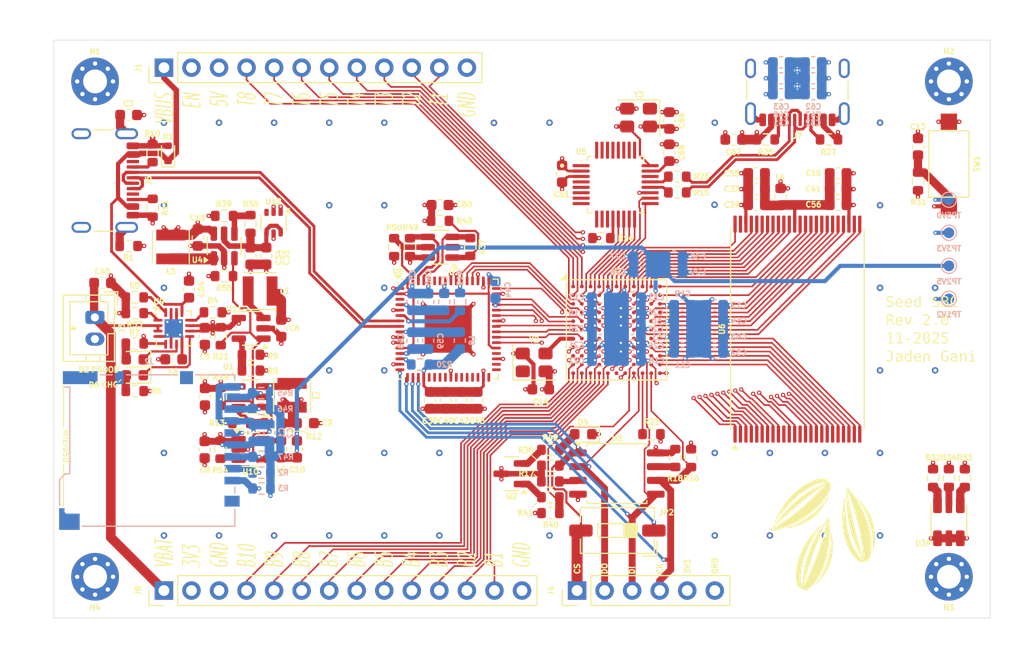
<source format=kicad_pcb>
(kicad_pcb (version 20241229) (generator "pcbnew") (generator_version "9.0")
  (layers (0 "F.Cu" signal) (4 "In1.Cu" signal "F_GND.Cu") (6 "In2.Cu" signal "Sig1.Cu") (8 "In3.Cu" signal "F_PWR.Cu") (10 "In4.Cu" signal "B_PWR.Cu") (12 "In5.Cu" signal "Sig2.Cu") (14 "In6.Cu" signal "B_GND.Cu") (2 "B.Cu" signal) (13 "F.Paste" user) (15 "B.Paste" user) (5 "F.SilkS" user "F.Silkscreen") (7 "B.SilkS" user "B.Silkscreen") (1 "F.Mask" user) (3 "B.Mask" user) (25 "Edge.Cuts" user))
  (net 0 "")
  (net 1 "P3V3")
  (net 2 "GND")
  (net 3 "Net-(J6-SHIELD)")
  (net 4 "V_SYS")
  (net 5 "P1V2")
  (net 6 "P2V5")
  (net 7 "/FPGA + SRAM/USR_BTN1")
  (net 8 "/FPGA + SRAM/SRAM/VCC")
  (net 9 "USB_VBUS2")
  (net 10 "P5V")
  (net 11 "/USB/1.8V")
  (net 12 "V_BAT")
  (net 13 "Net-(U8-VPHY)")
  (net 14 "Net-(U8-VPLL)")
  (net 15 "USB_VBUS")
  (net 16 "Net-(D2-K)")
  (net 17 "Net-(D2-A)")
  (net 18 "Net-(D3-BK)")
  (net 19 "Net-(D3-GK)")
  (net 20 "Net-(D3-RK)")
  (net 21 "Net-(D4-A)")
  (net 22 "Net-(D6-K)")
  (net 23 "Net-(D6-A)")
  (net 24 "Net-(J7-D--PadA7)")
  (net 25 "Net-(J7-D+-PadA6)")
  (net 26 "Net-(U5-~{RES})")
  (net 27 "Net-(U5-D-)")
  (net 28 "Net-(U5-D+)")
  (net 29 "/FPGA + SRAM/USB_H_INT1")
  (net 30 "/FPGA + SRAM/SD_CLK")
  (net 31 "/FPGA + SRAM/SD_DAT0")
  (net 32 "/FPGA + SRAM/SD_DAT3")
  (net 33 "/SD MMC/SD_CMD")
  (net 34 "/FPGA + SRAM/SD_DAT2")
  (net 35 "/FPGA + SRAM/SD_DAT1")
  (net 36 "/FPGA + SRAM/FPGA/SPI_CNFG_DO")
  (net 37 "/FPGA + SRAM/FPGA/SPI_CNFG_CS")
  (net 38 "/FPGA + SRAM/FPGA/SPI_CNFG_DI")
  (net 39 "/FPGA + SRAM/FPGA/SPI_CNFG_SCK")
  (net 40 "/FPGA + SRAM/USB_H_INT2")
  (net 41 "/FPGA + SRAM/IO_T7")
  (net 42 "/FPGA + SRAM/IO_T3")
  (net 43 "/FPGA + SRAM/IO_T6")
  (net 44 "/FPGA + SRAM/USB_H_SCK")
  (net 45 "/FPGA + SRAM/IO_T8")
  (net 46 "EN")
  (net 47 "/FPGA + SRAM/IO_T1")
  (net 48 "/FPGA + SRAM/IO_T5")
  (net 49 "/FPGA + SRAM/IO_T4")
  (net 50 "/FPGA + SRAM/IO_T2")
  (net 51 "/USB/D1+")
  (net 52 "Net-(J6-CC2)")
  (net 53 "Net-(J6-CC1)")
  (net 56 "/USB/D1-")
  (net 59 "Net-(J7-CC2)")
  (net 60 "Net-(J7-CC1)")
  (net 61 "/FPGA + SRAM/USB_H_MOSI")
  (net 62 "/FPGA + SRAM/USB_H_MISO")
  (net 63 "/FPGA + SRAM/IO_B2")
  (net 64 "/FPGA + SRAM/IO_B10")
  (net 65 "/FPGA + SRAM/IO_B6")
  (net 66 "/FPGA + SRAM/IO_B9")
  (net 67 "/FPGA + SRAM/IO_B1")
  (net 68 "/FPGA + SRAM/IO_B4")
  (net 69 "/FPGA + SRAM/IO_B5")
  (net 70 "/FPGA + SRAM/IO_B8")
  (net 71 "/FPGA + SRAM/IO_B3")
  (net 72 "/FPGA + SRAM/IO_B7")
  (net 77 "/FPGA + SRAM/SPI_CNFG_CS_B")
  (net 78 "Net-(U11-SW)")
  (net 79 "Net-(U1-SW)")
  (net 80 "Net-(U4-SW)")
  (net 81 "Net-(U10-SW)")
  (net 82 "Net-(Q2-G)")
  (net 83 "Net-(Q2-S)")
  (net 84 "Net-(U9-ILIM)")
  (net 85 "Net-(U9-ISET)")
  (net 86 "Net-(U11-FB)")
  (net 87 "Net-(U1-FB)")
  (net 88 "Net-(U3-~{WP}{slash}IO_{2})")
  (net 89 "Net-(U3-~{HOLD}{slash}~{RESET}{slash}IO_{3})")
  (net 90 "Net-(U8-REF)")
  (net 91 "Net-(U8-~{RESET})")
  (net 92 "/FPGA + SRAM/FPGA/CRESET_B")
  (net 93 "/FPGA + SRAM/USB_H_SS_B")
  (net 94 "/FPGA + SRAM/LED_B")
  (net 95 "/FPGA + SRAM/LED_G")
  (net 96 "/FPGA + SRAM/LED_R")
  (net 98 "Net-(U7-DI)")
  (net 99 "Net-(U7-DO)")
  (net 100 "Net-(U4-V_{FB})")
  (net 101 "/FPGA + SRAM/CDONE")
  (net 104 "Net-(U7-CLK)")
  (net 105 "Net-(U7-CS)")
  (net 106 "Net-(U9-TS)")
  (net 107 "/FPGA + SRAM/FPGA/SRAM_WE_B")
  (net 108 "/FPGA + SRAM/FPGA/DQ7")
  (net 109 "/FPGA + SRAM/FPGA/DQ10")
  (net 110 "/FPGA + SRAM/FPGA/DQ13")
  (net 111 "/FPGA + SRAM/FPGA/F")
  (net 112 "CLK")
  (net 113 "/FPGA + SRAM/FPGA/A9")
  (net 114 "/FPGA + SRAM/FPGA/A2")
  (net 115 "/FPGA + SRAM/FPGA/A6")
  (net 116 "/FPGA + SRAM/FIFO6")
  (net 117 "/FPGA + SRAM/FPGA/DQ1")
  (net 118 "/FPGA + SRAM/FPGA/DQ6")
  (net 119 "/FPGA + SRAM/FPGA/A5")
  (net 120 "/FPGA + SRAM/FPGA/DQ11")
  (net 121 "/FPGA + SRAM/FIFO7")
  (net 122 "/FPGA + SRAM/FIFO1")
  (net 123 "/FPGA + SRAM/FPGA/A8")
  (net 124 "/FPGA + SRAM/FPGA/DQ8")
  (net 125 "/FPGA + SRAM/FPGA/A3")
  (net 126 "/FPGA + SRAM/FIFO3")
  (net 127 "/FPGA + SRAM/FPGA/A17")
  (net 128 "/FPGA + SRAM/FPGA/DQ14")
  (net 129 "/FPGA + SRAM/FPGA/DQ5")
  (net 130 "/FPGA + SRAM/FIFO_WR_B")
  (net 131 "/FPGA + SRAM/FPGA/A14")
  (net 132 "/FPGA + SRAM/FPGA/A15")
  (net 133 "/FPGA + SRAM/FPGA/SRAM_CE2")
  (net 134 "/FPGA + SRAM/FPGA/DQ3")
  (net 135 "/FPGA + SRAM/FPGA/SRAM_UB_B")
  (net 136 "/FPGA + SRAM/FPGA/SRAM_LB_B")
  (net 137 "/FPGA + SRAM/FPGA/DQ12")
  (net 138 "/FPGA + SRAM/FPGA/SRAM_OE_B")
  (net 139 "/FPGA + SRAM/FPGA/A13")
  (net 140 "/FPGA + SRAM/FPGA/A4")
  (net 141 "/FPGA + SRAM/FPGA/A1")
  (net 142 "/FPGA + SRAM/FIFO0")
  (net 143 "/FPGA + SRAM/FPGA/A18")
  (net 144 "/FPGA + SRAM/FPGA/DQ0")
  (net 145 "/FPGA + SRAM/FIFO2")
  (net 146 "/FPGA + SRAM/FPGA/A16")
  (net 147 "/FPGA + SRAM/FIFO_TXE_B")
  (net 148 "/FPGA + SRAM/FIFO4")
  (net 149 "/FPGA + SRAM/FPGA/DQ4")
  (net 150 "/FPGA + SRAM/FPGA/A0")
  (net 151 "/FPGA + SRAM/FPGA/A11")
  (net 152 "/FPGA + SRAM/FPGA/DQ9")
  (net 153 "/FPGA + SRAM/FPGA/A7")
  (net 154 "/FPGA + SRAM/FPGA/DQ2")
  (net 155 "/FPGA + SRAM/FPGA/SRAM_CE_B")
  (net 156 "/FPGA + SRAM/FPGA/DQ15")
  (net 157 "/FPGA + SRAM/FIFO5")
  (net 158 "/FPGA + SRAM/FPGA/A19")
  (net 159 "/FPGA + SRAM/FPGA/A12")
  (net 160 "/FPGA + SRAM/FPGA/A10")
  (net 161 "/FPGA + SRAM/FIFO_RD_B")
  (net 162 "/FPGA + SRAM/FIFO_RXF_B")
  (net 201 "/USB/OSC_12MHz")
  (footprint "Resistor_SMD:R_0603_1608Metric" (layer "F.Cu") (at 117 100.985 90)
    (property "Reference" "R21")
    (property "Value" "10k")
  )
  (footprint "Resistor_SMD:R_0603_1608Metric" (layer "F.Cu") (at 152.105 91.93 180)
    (property "Reference" "R14")
    (property "Value" "10k")
  )
  (footprint "Resistor_SMD:R_0603_1608Metric" (layer "F.Cu") (at 116.9741 111.4605 -90)
    (property "Reference" "R54")
    (property "Value" "10k")
  )
  (footprint "Oscillator:Oscillator_SMD_Abracon_ASE-4Pin_3.2x2.5mm" (layer "F.Cu") (at 145.9 103.405)
    (property "Reference" "Y2")
    (property "Value" "ASE-xxxMHz")
  )
  (footprint "Capacitor_SMD:C_0603_1608Metric" (layer "F.Cu") (at 173.935 87.41)
    (property "Reference" "C41")
    (property "Value" "1uF")
  )
  (footprint "Resistor_SMD:R_0603_1608Metric" (layer "F.Cu") (at 159.105 86.26 180)
    (property "Reference" "R25")
    (property "Value" "33R")
  )
  (footprint "Inductor_SMD:L_0603_1608Metric" (layer "F.Cu") (at 122.5625 111.41 -90)
    (property "Reference" "L6")
    (property "Value" "2.2uH")
  )
  (footprint "Capacitor_SMD:C_0603_1608Metric" (layer "F.Cu") (at 148.48 85.99618 -90)
    (property "Reference" "C61")
    (property "Value" "0.1uF")
  )
  (footprint "Resistor_SMD:R_0603_1608Metric" (layer "F.Cu") (at 119.7825 104.155)
    (property "Reference" "R8")
    (property "Value" "450k")
  )
  (footprint "Resistor_SMD:R_0603_1608Metric" (layer "F.Cu") (at 108.5 92.66)
    (property "Reference" "R1")
    (property "Value" "1M")
  )
  (footprint "Resistor_SMD:R_0603_1608Metric" (layer "F.Cu") (at 181.3 86.7 -90)
    (property "Reference" "R31")
    (property "Value" "10k")
  )
  (footprint "Capacitor_SMD:C_0603_1608Metric" (layer "F.Cu") (at 137.2225 88.88)
    (property "Reference" "C60")
    (property "Value" "0.1uF")
  )
  (footprint "Capacitor_SMD:C_0603_1608Metric" (layer "F.Cu") (at 137.75 106.905 -90)
    (property "Reference" "C40")
    (property "Value" "0.1uF")
  )
  (footprint "Resistor_SMD:R_0603_1608Metric" (layer "F.Cu") (at 132.99 92.77 -90)
    (property "Reference" "R50")
    (property "Value" "10k")
  )
  (footprint "Capacitor_SMD:C_0603_1608Metric" (layer "F.Cu") (at 106.095 96.07)
    (property "Reference" "C45")
    (property "Value" "4.7uF")
  )
  (footprint "Package_TO_SOT_SMD:SOT-23-5" (layer "F.Cu") (at 119.8 100.26 180)
    (property "Reference" "U11")
    (property "Value" "TLV62569DBV")
  )
  (footprint "Resistor_SMD:R_0603_1608Metric" (layer "F.Cu") (at 119.74 90.63 -90)
    (property "Reference" "R38")
    (property "Value" "560k")
  )
  (footprint "Package_BGA:BGA-121_9.0x9.0mm_Layout11x11_P0.8mm_Ball0.4mm_Pad0.35mm_NSMD" (layer "F.Cu") (at 153.5 100.4)
    (property "Reference" "U2")
    (property "Value" "ICE40HX8K-BG121")
  )
  (footprint "Diode_SMD:D_SOD-523" (layer "F.Cu") (at 112.14 84.11 90)
    (property "Reference" "D1")
    (property "Value" "ESD5Zxx")
  )
  (footprint "Resistor_SMD:R_0603_1608Metric" (layer "F.Cu") (at 117 106.58 90)
    (property "Reference" "R29")
    (property "Value" "10k")
  )
  (footprint "Resistor_SMD:R_0603_1608Metric" (layer "F.Cu") (at 182.69 114.08 -90)
    (property "Reference" "R32")
    (property "Value" "20R")
  )
  (footprint "Capacitor_SMD:C_0603_1608Metric" (layer "F.Cu") (at 173.935 88.87)
    (property "Reference" "C56")
    (property "Value" "1uF")
  )
  (footprint "Resistor_SMD:R_0603_1608Metric" (layer "F.Cu") (at 116.275 98.78)
    (property "Reference" "R4")
    (property "Value" "2.94k")
  )
  (footprint "Capacitor_SMD:C_0603_1608Metric" (layer "F.Cu") (at 114.07 96.655 90)
    (property "Reference" "C64")
    (property "Value" "1uF")
  )
  (footprint "Capacitor_SMD:C_0603_1608Metric" (layer "F.Cu") (at 115.5141 111.4605 -90)
    (property "Reference" "C8")
    (property "Value" "10uF")
  )
  (footprint "Capacitor_SMD:C_0603_1608Metric" (layer "F.Cu") (at 164.305 82.84 180)
    (property "Reference" "C67")
    (property "Value" "4.7uF")
  )
  (footprint "Resistor_SMD:R_0603_1608Metric" (layer "F.Cu") (at 184.15 114.075 -90)
    (property "Reference" "R34")
    (property "Value" "60R")
  )
  (footprint "Capacitor_SMD:C_0603_1608Metric" (layer "F.Cu") (at 124.0241 111.4205 90)
    (property "Reference" "C10")
    (property "Value" "10uF")
  )
  (footprint "Resistor_SMD:R_0603_1608Metric" (layer "F.Cu") (at 118.895 109.01)
    (property "Reference" "R13")
    (property "Value" "100k")
  )
  (footprint "Package_TO_SOT_SMD:SOT-23-6" (layer "F.Cu") (at 137.2275 92.77 180)
    (property "Reference" "U7")
    (property "Value" "93LCxxBxxOT")
  )
  (footprint "Resistor_SMD:R_0603_1608Metric" (layer "F.Cu") (at 147.4 112.93 180)
    (property "Reference" "R36")
    (property "Value" "4.7k")
  )
  (footprint "Resistor_SMD:R_0603_1608Metric" (layer "F.Cu") (at 147.4 111.47 180)
    (property "Reference" "R42")
    (property "Value" "270R")
  )
  (footprint "Resistor_SMD:R_0603_1608Metric" (layer "F.Cu") (at 134.45 92.77 -90)
    (property "Reference" "R49")
    (property "Value" "10k")
  )
  (footprint "Capacitor_SMD:C_0603_1608Metric" (layer "F.Cu") (at 166.41 87.41 180)
    (property "Reference" "C33")
    (property "Value" "100nF")
  )
  (footprint "Package_TO_SOT_SMD:SOT-23" (layer "F.Cu") (at 143.8175 113.68 180)
    (property "Reference" "Q2")
    (property "Value" "BSS84")
  )
  (footprint "MountingHole:MountingHole_2.2mm_M2_Pad_Via" (layer "F.Cu") (at 105.41 77.47)
    (property "Reference" "H1")
    (property "Value" "MountingHole_Pad")
  )
  (footprint "Connector_USB:USB_C_Receptacle_GCT_USB4105-xx-A_16P_TopMnt_Horizontal" (layer "F.Cu") (at 105.215 86.616 -90)
    (property "Reference" "J6")
    (property "Value" "USB_C_Receptacle_USB2.0_16P")
  )
  (footprint "Inductor_SMD:L_Neosid_SMS-ME3010" (layer "F.Cu") (at 120.63 96.815)
    (property "Reference" "L1")
    (property "Value" "2.2uH")
  )
  (footprint "Capacitor_SMD:C_0603_1608Metric" (layer "F.Cu") (at 124.81 109.01)
    (property "Reference" "C9")
    (property "Value" "10uF")
  )
  (footprint "Capacitor_SMD:C_0603_1608Metric" (layer "F.Cu") (at 112.665 103.12)
    (property "Reference" "C4")
    (property "Value" "4.7uF")
  )
  (footprint "Inductor_SMD:L_Neosid_SMS-ME3010" (layer "F.Cu") (at 123.572 106.438 -90)
    (property "Reference" "L2")
    (property "Value" "2.2uH")
  )
  (footprint "Capacitor_SMD:C_0603_1608Metric" (layer "F.Cu") (at 139.21 106.905 -90)
    (property "Reference" "C42")
    (property "Value" "0.1uF")
  )
  (footprint "Capacitor_SMD:C_0603_1608Metric" (layer "F.Cu") (at 173.935 85.95)
    (property "Reference" "C15")
    (property "Value" "100nF")
  )
  (footprint "Resistor_SMD:R_0603_1608Metric" (layer "F.Cu") (at 167.265 82.83 180)
    (property "Reference" "R26")
    (property "Value" "56k")
  )
  (footprint "MountingHole:MountingHole_2.2mm_M2_Pad_Via" (layer "F.Cu") (at 184.15 77.47)
    (property "Reference" "H2")
    (property "Value" "MountingHole_Pad")
  )
  (footprint "Resistor_SMD:R_0603_1608Metric" (layer "F.Cu") (at 147.405 117.31 180)
    (property "Reference" "R40")
    (property "Value" "2.2k")
  )
  (footprint "Connector_USB:USB_C_Receptacle_GCT_USB4105-xx-A_16P_TopMnt_Horizontal" (layer "F.Cu") (at 170.18 77.34 180)
    (property "Reference" "J7")
    (property "Value" "USB_C_Receptacle_USB2.0_16P")
  )
  (footprint "Resistor_SMD:R_0603_1608Metric" (layer "F.Cu") (at 185.62 114.085 -90)
    (property "Reference" "R33")
    (property "Value" "20R")
  )
  (footprint "Capacitor_SMD:C_0603_1608Metric" (layer "F.Cu") (at 114.88 91.88 -90)
    (property "Reference" "C16")
    (property "Value" "10uF")
  )
  (footprint "Resistor_SMD:R_0603_1608Metric" (layer "F.Cu") (at 121.855 109.01)
    (property "Reference" "R12")
    (property "Value" "100k")
  )
  (footprint "LED_SMD:LED_0603_1608Metric" (layer "F.Cu") (at 109.07 104.59 180)
    (property "Reference" "D6")
    (property "Value" "LED")
  )
  (footprint "Oscillator:Oscillator_SMD_Abracon_ASE-4Pin_3.2x2.5mm" (layer "F.Cu") (at 155.53 80.805 180)
    (property "Reference" "Y3")
    (property "Value" "ASE-xxxMHz")
  )
  (footprint "MountingHole:MountingHole_2.2mm_M2_Pad_Via" (layer "F.Cu") (at 184.15 123.19)
    (property "Reference" "H3")
    (property "Value" "MountingHole_Pad")
  )
  (footprint "Package_TO_SOT_SMD:SOT-23-5" (layer "F.Cu") (at 119.7725 106.58 180)
    (property "Reference" "U1")
    (property "Value" "TLV62568DBV")
  )
  (footprint "Button_Switch_SMD:SW_SPST_CK_RS282G05A3" (layer "F.Cu") (at 184.15 85.09 -90)
    (property "Reference" "SW1")
    (property "Value" "SW_Push")
  )
  (footprint "Resistor_SMD:R_0603_1608Metric" (layer "F.Cu") (at 137.2225 90.34 180)
    (property "Reference" "R48")
    (property "Value" "10k")
  )
  (footprint "Capacitor_SMD:C_0603_1608Metric" (layer "F.Cu") (at 115.54 106.575 -90)
    (property "Reference" "C7")
    (property "Value" "4.7uF")
  )
  (footprint "Resistor_SMD:R_0603_1608Metric" (layer "F.Cu") (at 109.063 97.4 180)
    (property "Reference" "R5")
    (property "Value" "4.32k")
  )
  (footprint "Capacitor_SMD:C_0603_1608Metric" (layer "F.Cu") (at 122.5775 100.25 -90)
    (property "Reference" "C6")
    (property "Value" "10uF")
  )
  (footprint "Package_SO:TSOP-I-48_18.4x12mm_P0.5mm" (layer "F.Cu") (at 170.18 100.33 90)
    (property "Reference" "U6")
    (property "Value" "AS6C1616")
  )
  (footprint "Capacitor_SMD:C_0603_1608Metric" (layer "F.Cu") (at 119.74 93.585 -90)
    (property "Reference" "C34")
    (property "Value" "22uF")
  )
  (footprint "Resistor_SMD:R_0603_1608Metric" (layer "F.Cu") (at 117.305 95.44)
    (property "Reference" "R55")
    (property "Value" "10k")
  )
  (footprint "Package_TO_SOT_SMD:SOT-23-5" (layer "F.Cu") (at 119.78 111.4375)
    (property "Reference" "U10")
    (property "Value" "TPS62205DBV")
  )
  (footprint "Capacitor_SMD:C_0603_1608Metric" (layer "F.Cu") (at 140.67 106.905 -90)
    (property "Reference" "C43")
    (property "Value" "0.1uF")
  )
  (footprint "Resistor_SMD:R_0603_1608Metric" (layer "F.Cu") (at 109.065 106.05)
    (property "Reference" "R6")
    (property "Value" "1k")
  )
  (footprint "MAX3421EEHJ_T:QFP50P700X700X120-32N" (layer "F.Cu") (at 153.416 86.995)
    (property "Reference" "U5")
    (property "Value" "MAX3421EEHJ_T")
  )
  (footprint "Resistor_SMD:R_0603_1608Metric" (layer "F.Cu") (at 147.4 115.85 180)
    (property "Reference" "R41")
    (property "Value" "100R")
  )
  (footprint "Resistor_SMD:R_0603_1608Metric" (layer "F.Cu") (at 156.7225 110.025)
    (property "Reference" "R22")
    (property "Value" "10k")
  )
  (footprint "Package_TO_SOT_SMD:SOT-23-6" (layer "F.Cu") (at 117.31 92.6575 90)
    (property "Reference" "U4")
    (property "Value" "TLV61070ADBV")
  )
  (footprint "Resistor_SMD:R_0603_1608Metric" (layer "F.Cu") (at 109.065 101.66)
    (property "Reference" "R7")
    (property "Value" "1k")
  )
  (footprint "Inductor_SMD:L_0603_1608Metric" (layer "F.Cu") (at 168.62 88.1275 -90)
    (property "Reference" "L4")
    (property "Value" "600R")
  )
  (footprint "Package_SO:SOIC-8_5.3x5.3mm_P1.27mm" (layer "F.Cu") (at 153.53 113.66)
    (property "Reference" "U3")
    (property "Value" "W25Q32JVSS")
  )
  (footprint "Capacitor_SMD:C_0603_1608Metric" (layer "F.Cu") (at 108.495 80.57)
    (property "Reference" "C3")
    (property "Value" "100nF")
  )
  (footprint "logos:seeds" (layer "F.Cu") (at 172.85 119.15)
    (property "Reference" "Logo1" (hide yes))
    (property "Value" "~" (hide yes))
  )
  (footprint "Package_TO_SOT_SMD:SOT-363_SC-70-6" (layer "F.Cu") (at 121.87 90.51 -90)
    (property "Reference" "U12")
    (property "Value" "MIC94093YC6")
  )
  (footprint "Capacitor_SMD:C_0603_1608Metric" (layer "F.Cu") (at 166.41 88.87 180)
    (property "Reference" "C39")
    (property "Value" "1uF")
  )
  (footprint "Resistor_SMD:R_0603_1608Metric" (layer "F.Cu") (at 119.7825 102.695 180)
    (property "Reference" "R9")
    (property "Value" "100k")
  )
  (footprint "Connector_PinHeader_2.54mm:PinHeader_1x12_P2.54mm_Vertical" (layer "F.Cu") (at 111.76 76.2 90)
    (property "Reference" "J1")
    (property "Value" "Conn_01x12_Pin")
  )
  (footprint "Resistor_SMD:R_0603_1608Metric" (layer "F.Cu") (at 160.3775 112.24 90)
    (property "Reference" "R16")
    (property "Value" "4.7k")
  )
  (footprint "Resistor_SMD:R_0603_1608Metric" (layer "F.Cu") (at 158.9175 112.23 90)
    (property "Reference" "R18")
    (property "Value" "4.7k")
  )
  (footprint "Resistor_SMD:R_0603_1608Metric" (layer "F.Cu") (at 110.71 84.095 90)
    (property "Reference" "R10")
    (property "Value" "5.1k")
  )
  (footprint "MountingHole:MountingHole_2.2mm_M2_Pad_Via" (layer "F.Cu") (at 105.41 123.19)
    (property "Reference" "H4")
    (property "Value" "MountingHole_Pad")
  )
  (footprint "Package_DFN_QFN:QFN-64-1EP_9x9mm_P0.5mm_EP4.35x4.35mm" (layer "F.Cu") (at 137.97 100.33)
    (property "Reference" "U8")
    (property "Value" "FT2232HQ")
  )
  (footprint "Inductor_SMD:L_Neosid_SMS-ME3010" (layer "F.Cu") (at 112.4 92.75 -90)
    (property "Reference" "L3")
    (property "Value" "2.2uH")
  )
  (footprint "Capacitor_SMD:C_0603_1608Metric" (layer "F.Cu") (at 158.37 81.08 90)
    (property "Reference" "C66")
    (property "Value" "0.01uF")
  )
  (footprint "Button_Switch_SMD:SW_DIP_SPSTx01_Slide_6.7x4.1mm_W6.73mm_P2.54mm_LowProfile_JPin" (layer "F.Cu") (at 153.58 118.92 180)
    (property "Reference" "JP2")
    (property "Value" "Jumper_2_Small_Open")
  )
  (footprint "Capacitor_SMD:C_0603_1608Metric" (layer "F.Cu") (at 136.29 106.905 -90)
    (property "Reference" "C38")
    (property "Value" "0.1uF")
  )
  (footprint "Resistor_SMD:R_0603_1608Metric" (layer "F.Cu") (at 173.095 82.83)
    (property "Reference" "R27")
    (property "Value" "56k")
  )
  (footprint "Resistor_SMD:R_0603_1608Metric" (layer "F.Cu") (at 109.065 98.86 180)
    (property "Reference" "R53")
    (property "Value" "10k")
  )
  (footprint "Resistor_SMD:R_0603_1608Metric" (layer "F.Cu") (at 140.01 92.75 90)
    (property "Reference" "R37")
    (property "Value" "2.2k")
  )
  (footprint "Connector_PinHeader_2.54mm:PinHeader_1x06_P2.54mm_Vertical" (layer "F.Cu") (at 149.86 124.46 90)
    (property "Reference" "J4")
    (property "Value" "Conn_01x06_Pin")
  )
  (footprint "Capacitor_SMD:C_0603_1608Metric" (layer "F.Cu") (at 115.53 100.985 -90)
    (property "Reference" "C5")
    (property "Value" "4.7uF")
  )
  (footprint "Capacitor_SMD:C_0603_1608Metric" (layer "F.Cu") (at 146.515 105.89)
    (property "Reference" "C14")
    (property "Value" "0.01uF")
  )
  (footprint "Capacitor_SMD:C_0603_1608Metric" (layer "F.Cu") (at 158.36 84.05 90)
    (property "Reference" "C68")
    (property "Value" "1.0uF")
  )
  (footprint "Connector_JST:JST_PH_B2B-PH-K_1x02_P2.00mm_Vertical" (layer "F.Cu") (at 105.39 99.25 -90)
    (property "Reference" "J3")
    (property "Value" "Conn_01x02_Pin")
  )
  (footprint "Resistor_SMD:R_0603_1608Metric" (layer "F.Cu") (at 110.72 89.135 -90)
    (property "Reference" "R11")
    (property "Value" "5.1k")
  )
  (footprint "Package_DFN_QFN:VQFN-16-1EP_3x3mm_P0.5mm_EP1.68x1.68mm_ThermalVias" (layer "F.Cu") (at 112.67 100.26)
    (property "Reference" "U9")
    (property "Value" "BQ24230RGT")
  )
  (footprint "Connector_PinHeader_2.54mm:PinHeader_1x14_P2.54mm_Vertical" (layer "F.Cu") (at 111.76 124.46 90)
    (property "Reference" "J8")
    (property "Value" "Conn_01x14_Pin")
  )
  (footprint "Capacitor_SMD:C_0603_1608Metric" (layer "F.Cu") (at 166.41 85.94 180)
    (property "Reference" "C55")
    (property "Value" "22nF")
  )
  (footprint "Resistor_SMD:R_0603_1608Metric" (layer "F.Cu") (at 117.315 89.88)
    (property "Reference" "R39")
    (property "Value" "62k")
  )
  (footprint "LED_SMD:LED_0603_1608Metric" (layer "F.Cu") (at 109.0675 103.13 180)
    (property "Reference" "D2")
    (property "Value" "LED")
  )
  (footprint "Resistor_SMD:R_0603_1608Metric" (layer "F.Cu") (at 147.395 114.39 180)
    (property "Reference" "R17")
    (property "Value" "4.7k")
  )
  (footprint "LED_SMD:LED_ROHM_SMLVN6" (layer "F.Cu") (at 184.15 118.11 90)
    (property "Reference" "D3")
    (property "Value" "SMLVN6RGB")
  )
  (footprint "Resistor_SMD:R_0603_1608Metric" (layer "F.Cu") (at 159.105 87.72 180)
    (property "Reference" "R15")
    (property "Value" "33R")
  )
  (footprint "Capacitor_SMD:C_0603_1608Metric" (layer "F.Cu") (at 121.2 93.585 -90)
    (property "Reference" "C35")
    (property "Value" "22uF")
  )
  (footprint "LED_SMD:LED_0603_1608Metric" (layer "F.Cu") (at 150.4325 110.03 180)
    (property "Reference" "D4")
    (property "Value" "LED")
  )
  (footprint "Capacitor_SMD:C_0603_1608Metric" (layer "F.Cu") (at 181.3 83.5 90)
    (property "Reference" "C13")
    (property "Value" "4.7uF")
  )
  (footprint "Capacitor_SMD:C_0603_1608Metric" (layer "B.Cu") (at 155.85 93.62 180)
    (property "Reference" "C27")
    (property "Value" "100nF")
  )
  (footprint "Capacitor_SMD:C_0603_1608Metric" (layer "B.Cu") (at 154.97 103.25)
    (property "Reference" "C18")
    (property "Value" "10nF")
  )
  (footprint "Capacitor_SMD:C_0603_1608Metric" (layer "B.Cu") (at 162.55 102.505)
    (property "Reference" "C52")
    (property "Value" "10nF")
  )
  (footprint "Capacitor_SMD:C_0603_1608Metric" (layer "B.Cu") (at 159.59 98.115 180)
    (property "Reference" "C49")
    (property "Value" "100nF")
  )
  (footprint "TestPoint:TestPoint_Pad_D1.0mm" (layer "B.Cu") (at 184.15 94.49)
    (property "Reference" "TP2V5")
    (property "Value" "TestPoint_Flag")
  )
  (footprint "Capacitor_SMD:C_0603_1608Metric" (layer "B.Cu") (at 159.59 99.575 180)
    (property "Reference" "C50")
    (property "Value" "100nF")
  )
  (footprint "Resistor_SMD:R_0603_1608Metric" (layer "B.Cu") (at 135.395 103.6 180)
    (property "Reference" "R20")
    (property "Value" "10k")
  )
  (footprint "Capacitor_SMD:C_0603_1608Metric" (layer "B.Cu") (at 171.65 78.65 180)
    (property "Reference" "C32")
    (property "Value" "100nF")
  )
  (footprint "Capacitor_SMD:C_0603_1608Metric" (layer "B.Cu") (at 152.01 101.79 180)
    (property "Reference" "C21")
    (property "Value" "100nF")
  )
  (footprint "Capacitor_SMD:C_0603_1608Metric" (layer "B.Cu") (at 168.69 78.65)
    (property "Reference" "C31")
    (property "Value" "100nF")
  )
  (footprint "Capacitor_SMD:C_0603_1608Metric" (layer "B.Cu") (at 159.59 101.035 180)
    (property "Reference" "C51")
    (property "Value" "100nF")
  )
  (footprint "Capacitor_SMD:C_0603_1608Metric" (layer "B.Cu") (at 136.13 101.395 -90)
    (property "Reference" "C59")
    (property "Value" "100n")
  )
  (footprint "Inductor_SMD:L_0603_1608Metric" (layer "B.Cu") (at 139.05 101.3825 90)
    (property "Reference" "L8")
    (property "Value" "600R")
  )
  (footprint "Capacitor_SMD:C_0603_1608Metric" (layer "B.Cu") (at 152.01 100.33 180)
    (property "Reference" "C20")
    (property "Value" "100nF")
  )
  (footprint "Capacitor_SMD:C_0603_1608Metric" (layer "B.Cu") (at 155.85 95.08 180)
    (property "Reference" "C28")
    (property "Value" "100nF")
  )
  (footprint "Resistor_SMD:R_0603_1608Metric" (layer "B.Cu") (at 120.755 115.04 180)
    (property "Reference" "R3")
    (property "Value" "10k")
  )
  (footprint "Capacitor_SMD:C_0603_1608Metric" (layer "B.Cu") (at 154.97 98.87)
    (property "Reference" "C26")
    (property "Value" "10nF")
  )
  (footprint "Capacitor_SMD:C_0603_1608Metric" (layer "B.Cu") (at 154.97 101.79)
    (property "Reference" "C24")
    (property "Value" "10nF")
  )
  (footprint "TestPoint:TestPoint_Pad_D1.0mm" (layer "B.Cu") (at 184.15 97.54)
    (property "Reference" "TP1V2")
    (property "Value" "TestPoint_Flag")
  )
  (footprint "TestPoint:TestPoint_Pad_D1.0mm" (layer "B.Cu") (at 184.15 88.39)
    (property "Reference" "TP5V0")
    (property "Value" "TestPoint_Flag")
  )
  (footprint "Capacitor_SMD:C_0603_1608Metric" (layer "B.Cu") (at 134.67 97.825 90)
    (property "Reference" "C57")
    (property "Value" "100n")
  )
  (footprint "Capacitor_SMD:C_0603_1608Metric" (layer "B.Cu") (at 159.59 102.495 180)
    (property "Reference" "C11")
    (property "Value" "100nF")
  )
  (footprint "Connector_Card:microSD_HC_Hirose_DM3BT-DSF-PEJS" (layer "B.Cu") (at 110.415 111.535 90)
    (property "Reference" "J2")
    (property "Value" "Micro_SD_Card")
  )
  (footprint "Resistor_SMD:R_0603_1608Metric" (layer "B.Cu") (at 120.755 112.12 180)
    (property "Reference" "R47")
    (property "Value" "10k")
  )
  (footprint "Capacitor_SMD:C_0603_1608Metric" (layer "B.Cu") (at 120.02 109.915 90)
    (property "Reference" "C1")
    (property "Value" "100nF")
  )
  (footprint "Capacitor_SMD:C_0603_1608Metric" (layer "B.Cu") (at 152.01 98.87 180)
    (property "Reference" "C19")
    (property "Value" "100nF")
  )
  (footprint "Capacitor_SMD:C_0603_1608Metric" (layer "B.Cu") (at 152.01 103.25 180)
    (property "Reference" "C22")
    (property "Value" "100nF")
  )
  (footprint "Capacitor_SMD:C_0603_1608Metric" (layer "B.Cu") (at 154.97 100.33)
    (property "Reference" "C25")
    (property "Value" "10nF")
  )
  (footprint "Capacitor_SMD:C_0603_1608Metric" (layer "B.Cu") (at 171.65 75.71 180)
    (property "Reference" "C62")
    (property "Value" "2.2uF")
  )
  (footprint "Capacitor_SMD:C_0603_1608Metric" (layer "B.Cu") (at 142.33 96.705 -90)
    (property "Reference" "C44")
    (property "Value" "3.3uF")
  )
  (footprint "Capacitor_SMD:C_0603_1608Metric" (layer "B.Cu") (at 152.01 97.41 180)
    (property "Reference" "C17")
    (property "Value" "100nF")
  )
  (footprint "Resistor_SMD:R_0603_1608Metric" (layer "B.Cu") (at 139.07 97.825 -90)
    (property "Reference" "R19")
    (property "Value" "12k")
  )
  (footprint "Resistor_SMD:R_0603_1608Metric" (layer "B.Cu") (at 120.735 106.24 180)
    (property "Reference" "R45")
    (property "Value" "10k")
  )
  (footprint "Capacitor_SMD:C_0603_1608Metric" (layer "B.Cu") (at 158.81 95.08)
    (property "Reference" "C29")
    (property "Value" "10nF")
  )
  (footprint "Capacitor_SMD:C_0603_1608Metric" (layer "B.Cu") (at 168.69 75.71)
    (property "Reference" "C63")
    (property "Value" "2.2uF")
  )
  (footprint "Resistor_SMD:R_0603_1608Metric" (layer "B.Cu") (at 120.735 107.7 180)
    (property "Reference" "R46")
    (property "Value" "10k")
  )
  (footprint "TestPoint:TestPoint_Pad_D1.0mm" (layer "B.Cu") (at 184.15 91.44)
    (property "Reference" "TP3V3")
    (property "Value" "TestPoint_Flag")
  )
  (footprint "Capacitor_SMD:C_0603_1608Metric" (layer "B.Cu") (at 158.81 93.62)
    (property "Reference" "C30")
    (property "Value" "10nF")
  )
  (footprint "Capacitor_SMD:C_0603_1608Metric" (layer "B.Cu") (at 134.67 101.395 -90)
    (property "Reference" "C58")
    (property "Value" "4.7uF")
  )
  (footprint "Capacitor_SMD:C_0603_1608Metric" (layer "B.Cu") (at 121.49 109.915 90)
    (property "Reference" "C2")
    (property "Value" "10uF")
  )
  (footprint "Capacitor_SMD:C_0603_1608Metric" (layer "B.Cu") (at 162.55 101.035)
    (property "Reference" "C53")
    (property "Value" "10nF")
  )
  (footprint "Inductor_SMD:L_0603_1608Metric" (layer "B.Cu") (at 137.61 97.82 -90)
    (property "Reference" "L7")
    (property "Value" "600R")
  )
  (footprint "Capacitor_SMD:C_0603_1608Metric" (layer "B.Cu") (at 162.55 98.115)
    (property "Reference" "C12")
    (property "Value" "10nF")
  )
  (footprint "Resistor_SMD:R_0603_1608Metric" (layer "B.Cu") (at 120.755 113.58 180)
    (property "Reference" "R2")
    (property "Value" "10k")
  )
  (footprint "Capacitor_SMD:C_0603_1608Metric" (layer "B.Cu") (at 136.14 97.825 90)
    (property "Reference" "C46")
    (property "Value" "4.7uF")
  )
  (footprint "Capacitor_SMD:C_0603_1608Metric" (layer "B.Cu") (at 162.55 99.575)
    (property "Reference" "C54")
    (property "Value" "10nF")
  )
  (footprint "Capacitor_SMD:C_0603_1608Metric" (layer "B.Cu") (at 168.69 77.18)
    (property "Reference" "C48")
    (property "Value" "10nF")
  )
  (footprint "Capacitor_SMD:C_0603_1608Metric" (layer "B.Cu") (at 154.97 97.41)
    (property "Reference" "C23")
    (property "Value" "10nF")
  )
  (footprint "Capacitor_SMD:C_0603_1608Metric" (layer "B.Cu") (at 171.65 77.18 180)
    (property "Reference" "C47")
    (property "Value" "10nF")
  )
  (gr_line (start 107.6 105.2) (end 107.8 105) (stroke (width 0.1)) (layer "F.SilkS"))
  (gr_line (start 124.661375 109.750725) (end 124.846388 109.916968) (stroke (width 0.1)) (layer "F.SilkS"))
  (gr_line (start 123.15 109.55) (end 123.335 109.74) (stroke (width 0.1)) (layer "F.SilkS"))
  (gr_line (start 107.6 103.7) (end 107.8 103.5) (stroke (width 0.1)) (layer "F.SilkS"))
  (gr_line (start 123.4 109.75) (end 124.661375 109.750725) (stroke (width 0.1)) (layer "F.SilkS"))
  (gr_line (start 102.5 109.4) (end 102.5 105.59) (stroke (width 0.1)) (layer "F.SilkS"))
  (gr_line (start 145.9 113.75) (end 146.1 113.95) (stroke (width 0.1)) (layer "F.SilkS"))
  (gr_line (start 102.5 116.61891) (end 102.5 112.80891) (stroke (width 0.1)) (layer "F.SilkS"))
  (gr_line (start 102.5 116.61891) (end 102.3 116.61891) (stroke (width 0.1)) (layer "F.SilkS"))
  (gr_line (start 145.75 116.8) (end 146.1 116.4) (stroke (width 0.1)) (layer "F.SilkS"))
  (gr_line (start 118.05 104.3) (end 118.2 104.9) (stroke (width 0.1)) (layer "F.SilkS"))
  (gr_line (start 102.5 105.59) (end 102.3 105.59) (stroke (width 0.1)) (layer "F.SilkS"))
  (gr_circle (center 150.24 84.82) (end 150.29 84.82) (stroke (width 0.1)) (fill no) (layer "F.SilkS"))
  (gr_line (start 146.15 112.4) (end 145.7 112) (stroke (width 0.1)) (layer "F.SilkS"))
  (gr_rect (start 101.6 73.66) (end 187.96 127) (stroke (width 0.05)) (fill no) (layer "Edge.Cuts"))
  (gr_text "CS" (at 150.17 123.02 90) (layer "F.SilkS") (effects (font (size 0.5 0.5) (thickness 0.125) (bold yes)) (justify left bottom)))
  (gr_text "CHG" (at 105.94 105.76 0) (layer "F.SilkS") (effects (font (size 0.5 0.5) (thickness 0.125) (bold yes)) (justify left bottom)))
  (gr_text "DI" (at 155.22 123.03 90) (layer "F.SilkS") (effects (font (size 0.5 0.5) (thickness 0.125) (bold yes)) (justify left bottom)))
  (gr_text "VBUS\nEN\n5V\nT8\nT7\nT6\nT5\nT4\nT3\nT2\nT1\nGND" (at 140.62 78.44 90) (layer "F.SilkS") (effects (font (size 1.5748 0.762) (thickness 0.127) (bold yes) (italic yes)) (justify right bottom)))
  (gr_text "PGOOD" (at 105 104.37 0) (layer "F.SilkS") (effects (font (size 0.5 0.5) (thickness 0.125) (bold yes)) (justify left bottom)))
  (gr_text "DO" (at 152.69 123.03 90) (layer "F.SilkS") (effects (font (size 0.5 0.5) (thickness 0.125) (bold yes)) (justify left bottom)))
  (gr_text "3V3" (at 160.34 123.02 90) (layer "F.SilkS") (effects (font (size 0.5 0.5) (thickness 0.125) (bold yes)) (justify left bottom)))
  (gr_text "VBAT\n3V3\nGND\nB10\nB9\nB8\nB7\nB6\nB5\nB4\nB3\nB2\nB1\nGND" (at 145.68 122.48 90) (layer "F.SilkS") (effects (font (size 1.5748 0.762) (thickness 0.127) (bold yes) (italic yes)) (justify left bottom)))
  (gr_text "CK" (at 157.8 123.02 90) (layer "F.SilkS") (effects (font (size 0.5 0.5) (thickness 0.125) (bold yes)) (justify left bottom)))
  (gr_text "microSD" (at 102.43 109.53 270) (layer "F.SilkS") (effects (font (size 0.5 0.5) (thickness 0.1) (bold yes)) (justify left bottom)))
  (gr_text "Seed SBC\nRev 2.0\n11-2025\nJaden Gani" (at 178.308 103.505 0) (layer "F.SilkS") (effects (font (size 1 1) (thickness 0.125)) (justify left bottom)))
  (gr_text "GND" (at 162.87 123.02 90) (layer "F.SilkS") (effects (font (size 0.5 0.5) (thickness 0.125) (bold yes)) (justify left bottom)))
  (segment (start 121.73 96.815) (end 122.5775 97.6625) (width 0.889) (layer "F.Cu") (net 1))
  (segment (start 121.205 104.155) (end 121.21 104.15) (width 0.381) (layer "F.Cu") (net 1))
  (segment (start 157.56 110.0375) (end 157.5475 110.025) (width 0.381) (layer "F.Cu") (net 1))
  (segment (start 169.31 87.34) (end 168.62 87.34) (width 0.381) (layer "F.Cu") (net 1))
  (segment (start 138.22 95.27) (end 138.22 95.88) (width 0.254) (layer "F.Cu") (net 1))
  (segment (start 146.575 112.93) (end 146.575 113.68) (width 0.635) (layer "F.Cu") (net 1))
  (segment (start 158.365 84.83) (end 158.36 84.825) (width 0.381) (layer "F.Cu") (net 1))
  (segment (start 157.12 111.22) (end 157.12 111.7525) (width 0.381) (layer "F.Cu") (net 1))
  (segment (start 135.79 88.88) (end 136.4475 88.88) (width 0.381) (layer "F.Cu") (net 1))
  (segment (start 122.5775 97.6625) (end 122.5775 99.475) (width 0.889) (layer "F.Cu") (net 1))
  (segment (start 158.5675 111.755) (end 158.9175 111.405) (width 0.635) (layer "F.Cu") (net 1))
  (segment (start 185.2 119.635) (end 184.15 119.635) (width 0.762) (layer "F.Cu") (net 1))
  (segment (start 157.56 110.71) (end 157.56 110.0375) (width 0.381) (layer "F.Cu") (net 1))
  (segment (start 121.735 96.82) (end 121.73 96.815) (width 0.381) (layer "F.Cu") (net 1))
  (segment (start 145.8415 105.7885) (end 145.8415 103.5715) (width 0.381) (layer "F.Cu") (net 1))
  (segment (start 159.04 84.83) (end 158.365 84.83) (width 0.381) (layer "F.Cu") (net 1))
  (segment (start 146.575 114.385) (end 146.57 114.39) (width 0.635) (layer "F.Cu") (net 1))
  (segment (start 142.88 113.17) (end 142.88 113.68) (width 0.381) (layer "F.Cu") (net 1))
  (segment (start 142.88 113.68) (end 146.575 113.68) (width 0.508) (layer "F.Cu") (net 1))
  (segment (start 145.97 117.31) (end 146.58 117.31) (width 0.381) (layer "F.Cu") (net 1))
  (segment (start 156.596 85.745) (end 157.44 85.745) (width 0.254) (layer "F.Cu") (net 1))
  (segment (start 141.22 104.17) (end 141.22 104.78) (width 0.254) (layer "F.Cu") (net 1))
  (segment (start 181.3 88.14) (end 181.3 87.525) (width 0.381) (layer "F.Cu") (net 1))
  (segment (start 141.22 105.58) (end 140.67 106.13) (width 0.254) (layer "F.Cu") (net 1))
  (segment (start 135.72 104.78) (end 135.72 104.18) (width 0.254) (layer "F.Cu") (net 1))
  (segment (start 155.1 100.4) (end 155.5 100) (width 0.15) (layer "F.Cu") (net 1))
  (segment (start 134.575 93.72) (end 134.45 93.595) (width 0.508) (layer "F.Cu") (net 1))
  (segment (start 158.375 81.85) (end 158.37 81.855) (width 0.381) (layer "F.Cu") (net 1))
  (segment (start 122.57 96.82) (end 121.735 96.82) (width 0.381) (layer "F.Cu") (net 1))
  (segment (start 160.37 110.81) (end 160.37 111.4075) (width 0.381) (layer "F.Cu") (net 1))
  (segment (start 153.9 102.4) (end 153.5 102) (width 0.15) (layer "F.Cu") (net 1))
  (segment (start 185.205 119.64) (end 185.2 119.635) (width 0.381) (layer "F.Cu") (net 1))
  (segment (start 159.05 81.85) (end 158.375 81.85) (width 0.381) (layer "F.Cu") (net 1))
  (segment (start 138.72 95.27) (end 138.72 95.88) (width 0.254) (layer "F.Cu") (net 1))
  (segment (start 134.46 93.605) (end 134.45 93.595) (width 0.381) (layer "F.Cu") (net 1))
  (segment (start 139.21 106.13) (end 140.67 106.13) (width 0.889) (layer "F.Cu") (net 1))
  (segment (start 151.89 91.93) (end 151.28 91.93) (width 0.381) (layer "F.Cu") (net 1))
  (segment (start 157.44 85.745) (end 158.36 84.825) (width 0.254) (layer "F.Cu") (net 1))
  (segment (start 137.75 106.13) (end 139.21 106.13) (width 0.889) (layer "F.Cu") (net 1))
  (segment (start 149.00382 85.745) (end 150.236 85.745) (width 0.254) (layer "F.Cu") (net 1))
  (segment (start 143.00917 99.58) (end 142.42 99.58) (width 0.254) (layer "F.Cu") (net 1))
  (segment (start 160.3675 111.405) (end 160.3775 111.415) (width 0.762) (layer "F.Cu") (net 1))
  (segment (start 135.72 104.78) (end 135.72 105.56) (width 0.254) (layer "F.Cu") (net 1))
  (segment (start 157.12 111.7525) (end 157.1175 111.755) (width 0.381) (layer "F.Cu") (net 1))
  (segment (start 120.6075 104.155) (end 121.205 104.155) (width 0.381) (layer "F.Cu") (net 1))
  (segment (start 157.1175 111.755) (end 158.5675 111.755) (width 0.635) (layer "F.Cu") (net 1))
  (segment (start 145.08 105.89) (end 145.74 105.89) (width 0.381) (layer "F.Cu") (net 1))
  (segment (start 136.4475 90.29) (end 136.3975 90.34) (width 0.635) (layer "F.Cu") (net 1))
  (segment (start 135.72 104.18) (end 135.73 104.17) (width 0.254) (layer "F.Cu") (net 1))
  (segment (start 184.15 119.635) (end 183.1 119.635) (width 0.762) (layer "F.Cu") (net 1))
  (segment (start 122.5825 99.47) (end 122.5775 99.475) (width 0.381) (layer "F.Cu") (net 1))
  (segment (start 168.62 86.69) (end 168.62 87.34) (width 0.381) (layer "F.Cu") (net 1))
  (segment (start 134.46 94.2) (end 134.46 93.605) (width 0.381) (layer "F.Cu") (net 1))
  (segment (start 136.4475 88.88) (end 136.4475 90.29) (width 0.635) (layer "F.Cu") (net 1))
  (segment (start 132.99 94.2) (end 132.99 93.595) (width 0.381) (layer "F.Cu") (net 1))
  (segment (start 160.37 111.4075) (end 160.3775 111.415) (width 0.381) (layer "F.Cu") (net 1))
  (segment (start 151.5 99.2) (end 151.9 99.6) (width 0.15) (layer "F.Cu") (net 1))
  (segment (start 135.79 90.34) (end 136.3975 90.34) (width 0.381) (layer "F.Cu") (net 1))
  (segment (start 142.88 114.19) (end 142.88 113.68) (width 0.381) (layer "F.Cu") (net 1))
  (segment (start 156.58 81.63) (end 158.145 81.63) (width 0.381) (layer "F.Cu") (net 1))
  (segment (start 145.8415 103.5715) (end 144.85 102.58) (width 0.381) (layer "F.Cu") (net 1))
  (segment (start 158.145 81.63) (end 158.37 81.855) (width 0.381) (layer "F.Cu") (net 1))
  (segment (start 143.046476 99.542694) (end 143.00917 99.58) (width 0.254) (layer "F.Cu") (net 1))
  (segment (start 148.48 85.22118) (end 149.00382 85.745) (width 0.254) (layer "F.Cu") (net 1))
  (segment (start 157.5 104.4) (end 158.1 104.4) (width 0.15) (layer "F.Cu") (net 1))
  (segment (start 182.49 119.64) (end 183.095 119.64) (width 0.381) (layer "F.Cu") (net 1))
  (segment (start 135.72 105.56) (end 136.29 106.13) (width 0.254) (layer "F.Cu") (net 1))
  (segment (start 148.48 84.57) (end 148.48 85.22118) (width 0.381) (layer "F.Cu") (net 1))
  (segment (start 143.99 102.58) (end 144.85 102.58) (width 0.381) (layer "F.Cu") (net 1))
  (segment (start 155.72 81.63) (end 156.58 81.63) (width 0.381) (layer "F.Cu") (net 1))
  (segment (start 185.81 119.64) (end 185.205 119.64) (width 0.381) (layer "F.Cu") (net 1))
  (segment (start 136.09 93.72) (end 134.575 93.72) (width 0.508) (layer "F.Cu") (net 1))
  (segment (start 141.22 104.78) (end 141.22 105.58) (width 0.254) (layer "F.Cu") (net 1))
  (segment (start 141.22 95.88) (end 141.22 96.49) (width 0.254) (layer "F.Cu") (net 1))
  (segment (start 145.74 105.89) (end 145.8415 105.7885) (width 0.381) (layer "F.Cu") (net 1))
  (segment (start 153.5 98.8) (end 153.9 98.4) (width 0.15) (layer "F.Cu") (net 1))
  (segment (start 151.5 101.6) (end 151.9 101.2) (width 0.15) (layer "F.Cu") (net 1))
  (segment (start 183.095 119.64) (end 183.1 119.635) (width 0.381) (layer "F.Cu") (net 1))
  (segment (start 136.29 106.13) (end 137.75 106.13) (width 0.889) (layer "F.Cu") (net 1))
  (segment (start 123.26 99.47) (end 122.5825 99.47) (width 0.381) (layer "F.Cu") (net 1))
  (segment (start 146.575 113.68) (end 146.575 114.385) (width 0.635) (layer "F.Cu") (net 1))
  (via blind (at 151.5 99.2) (size 0.4) (drill 0.2) (layers "F.Cu" "In4.Cu") (net 1))
  (via blind (at 181.3 88.14) (size 0.4) (drill 0.2) (layers "F.Cu" "In4.Cu") (net 1))
  (via blind (at 160.37 110.81) (size 0.4) (drill 0.2) (layers "F.Cu" "In4.Cu") (net 1))
  (via blind (at 151.89 91.93) (size 0.4) (drill 0.2) (layers "F.Cu" "In4.Cu") (net 1))
  (via blind (at 155.72 81.63) (size 0.4) (drill 0.2) (layers "F.Cu" "In4.Cu") (net 1))
  (via blind (at 169.31 87.34) (size 0.4) (drill 0.2) (layers "F.Cu" "In4.Cu") (net 1))
  (via blind (at 132.99 94.2) (size 0.4) (drill 0.2) (layers "F.Cu" "In4.Cu") (net 1))
  (via blind (at 151.5 101.6) (size 0.4) (drill 0.2) (layers "F.Cu" "In4.Cu") (net 1))
  (via blind (at 142.88 114.19) (size 0.4) (drill 0.2) (layers "F.Cu" "In4.Cu") (net 1))
  (via blind (at 159.05 81.85) (size 0.4) (drill 0.2) (layers "F.Cu" "In4.Cu") (net 1))
  (via blind (at 142.88 113.17) (size 0.4) (drill 0.2) (layers "F.Cu" "In4.Cu") (net 1))
  (via blind (at 153.9 98.4) (size 0.4) (drill 0.2) (layers "F.Cu" "In4.Cu") (net 1))
  (via blind (at 168.62 86.69) (size 0.4) (drill 0.2) (layers "F.Cu" "In4.Cu") (net 1))
  (via blind (at 141.22 104.17) (size 0.4) (drill 0.2) (layers "F.Cu" "In4.Cu") (net 1))
  (via blind (at 148.48 84.57) (size 0.4) (drill 0.2) (layers "F.Cu" "In4.Cu") (net 1))
  (via blind (at 182.49 119.64) (size 0.4) (drill 0.2) (layers "F.Cu" "In4.Cu") (net 1))
  (via blind (at 185.81 119.64) (size 0.4) (drill 0.2) (layers "F.Cu" "In4.Cu") (net 1))
  (via blind (at 121.21 104.15) (size 0.4) (drill 0.2) (layers "F.Cu" "In4.Cu") (net 1))
  (via blind (at 143.046476 99.542694) (size 0.4) (drill 0.2) (layers "F.Cu" "In4.Cu") (net 1))
  (via blind (at 123.26 99.47) (size 0.4) (drill 0.2) (layers "F.Cu" "In4.Cu") (net 1))
  (via blind (at 158.1 104.4) (size 0.4) (drill 0.2) (layers "F.Cu" "In4.Cu") (net 1))
  (via blind (at 157.56 110.71) (size 0.4) (drill 0.2) (layers "F.Cu" "In4.Cu") (net 1))
  (via blind (at 143.99 102.58) (size 0.4) (drill 0.2) (layers "F.Cu" "In4.Cu") (net 1))
  (via blind (at 134.46 94.2) (size 0.4) (drill 0.2) (layers "F.Cu" "In4.Cu") (net 1))
  (via blind (at 145.97 117.31) (size 0.4) (drill 0.2) (layers "F.Cu" "In4.Cu") (net 1))
  (via blind (at 157.12 111.22) (size 0.4) (drill 0.2) (layers "F.Cu" "In4.Cu") (net 1))
  (via blind (at 153.9 102.4) (size 0.4) (drill 0.2) (layers "F.Cu" "In4.Cu") (net 1))
  (via (at 135.73 104.17) (size 0.4) (drill 0.2) (layers "F.Cu" "B.Cu") (net 1))
  (via blind (at 145.08 105.89) (size 0.4) (drill 0.2) (layers "F.Cu" "In4.Cu") (net 1))
  (via blind (at 135.79 90.34) (size 0.4) (drill 0.2) (layers "F.Cu" "In4.Cu") (net 1))
  (via blind (at 135.79 88.88) (size 0.4) (drill 0.2) (layers "F.Cu" "In4.Cu") (net 1))
  (via blind (at 138.72 95.27) (size 0.4) (drill 0.2) (layers "F.Cu" "In4.Cu") (net 1))
  (via blind (at 122.57 96.82) (size 0.4) (drill 0.2) (layers "F.Cu" "In4.Cu") (net 1))
  (via blind (at 155.5 100) (size 0.4) (drill 0.2) (layers "F.Cu" "In4.Cu") (net 1))
  (via blind (at 159.04 84.83) (size 0.4) (drill 0.2) (layers "F.Cu" "In4.Cu") (net 1))
  (via blind (at 141.22 96.49) (size 0.4) (drill 0.2) (layers "F.Cu" "In4.Cu") (net 1))
  (via blind (at 138.22 95.27) (size 0.4) (drill 0.2) (layers "F.Cu" "In4.Cu") (net 1))
  (segment (start 161.775 101.035) (end 161.775 102.505) (width 0.889) (layer "B.Cu") (net 1))
  (segment (start 161.765 102.495) (end 161.775 102.505) (width 0.889) (layer "B.Cu") (net 1))
  (segment (start 162.31 97.58) (end 161.775 98.115) (width 0.381) (layer "B.Cu") (net 1))
  (segment (start 137.59 103.6) (end 137.62 103.6) (width 0.889) (layer "B.Cu") (net 1))
  (segment (start 160.365 101.095) (end 161.775 102.505) (width 0.889) (layer "B.Cu") (net 1))
  (segment (start 160.365 98.115) (end 160.365 99.575) (width 0.889) (layer "B.Cu") (net 1))
  (segment (start 121.56 105.56) (end 121.56 106.24) (width 0.381) (layer "B.Cu") (net 1))
  (segment (start 182.91 91.44) (end 184.15 91.44) (width 0.381) (layer "B.Cu") (net 1))
  (segment (start 159.425 97.175) (end 160.365 98.115) (width 0.381) (layer "B.Cu") (net 1))
  (segment (start 160.365 98.165) (end 161.775 99.575) (width 0.889) (layer "B.Cu") (net 1))
  (segment (start 137.62 103.6) (end 139.05 102.17) (width 0.889) (layer "B.Cu") (net 1))
  (segment (start 122.497 108.237) (end 122.497 111.603) (width 0.762) (layer "B.Cu") (net 1))
  (segment (start 162.355521 103.054479) (end 162.324479 103.054479) (width 0.381) (layer "B.Cu") (net 1))
  (segment (start 160.365 102.495) (end 161.765 102.495) (width 0.889) (layer "B.Cu") (net 1))
  (segment (start 121.56 106.24) (end 121.56 107.7) (width 0.762) (layer "B.Cu") (net 1))
  (segment (start 137.61 96.39) (end 137.61 97.0325) (width 0.381) (layer "B.Cu") (net 1))
  (segment (start 118.06 111.01) (end 119.7 111.01) (width 0.635) (layer "B.Cu") (net 1))
  (segment (start 121.58 115.72) (end 121.58 115.04) (width 0.381) (layer "B.Cu") (net 1))
  (segment (start 160.365 99.625) (end 160.365 99.575) (width 0.889) (layer "B.Cu") (net 1))
  (segment (start 121.98 112.12) (end 121.58 112.12) (width 0.762) (layer "B.Cu") (net 1))
  (segment (start 160.365 101.035) (end 160.365 101.095) (width 0.889) (layer "B.Cu") (net 1))
  (segment (start 121.58 112.12) (end 121.58 113.58) (width 0.762) (layer "B.Cu") (net 1))
  (segment (start 121.49 110.69) (end 121.49 112.03) (width 0.889) (layer "B.Cu") (net 1))
  (segment (start 119.7 111.01) (end 120.02 110.69) (width 0.635) (layer "B.Cu") (net 1))
  (segment (start 121.49 112.03) (end 121.58 112.12) (width 0.889) (layer "B.Cu") (net 1))
  (segment (start 136.22 103.6) (end 137.59 103.6) (width 0.889) (layer "B.Cu") (net 1))
  (segment (start 161.775 99.575) (end 161.775 101.035) (width 0.889) (layer "B.Cu") (net 1))
  (segment (start 160.365 101.035) (end 160.365 102.495) (width 0.889) (layer "B.Cu") (net 1))
  (segment (start 122.497 111.603) (end 121.98 112.12) (width 0.762) (layer "B.Cu") (net 1))
  (segment (start 161.775 101.035) (end 160.365 99.625) (width 0.889) (layer "B.Cu") (net 1))
  (segment (start 160.365 101.035) (end 161.775 101.035) (width 0.889) (layer "B.Cu") (net 1))
  (segment (start 160.365 98.115) (end 160.365 98.165) (width 0.889) (layer "B.Cu") (net 1))
  (segment (start 159.829479 103.030521) (end 160.365 102.495) (width 0.381) (layer "B.Cu") (net 1))
  (segment (start 121.58 113.58) (end 121.58 115.04) (width 0.762) (layer "B.Cu") (net 1))
  (segment (start 162.324479 103.054479) (end 161.775 102.505) (width 0.381) (layer "B.Cu") (net 1))
  (segment (start 162.31 97.57) (end 162.31 97.58) (width 0.381) (layer "B.Cu") (net 1))
  (segment (start 135.99 103.83) (end 136.22 103.6) (width 0.2) (layer "B.Cu") (net 1))
  (segment (start 160.365 99.575) (end 160.365 101.035) (width 0.889) (layer "B.Cu") (net 1))
  (segment (start 160.365 98.115) (end 161.775 98.115) (width 0.889) (layer "B.Cu") (net 1))
  (segment (start 135.73 104.17) (end 135.73 104.09) (width 0.381) (layer "B.Cu") (net 1))
  (segment (start 121.96 107.7) (end 122.497 108.237) (width 0.762) (layer "B.Cu") (net 1))
  (segment (start 161.775 98.115) (end 161.775 99.575) (width 0.889) (layer "B.Cu") (net 1))
  (segment (start 135.73 104.09) (end 136.22 103.6) (width 0.381) (layer "B.Cu") (net 1))
  (segment (start 120.02 110.69) (end 121.49 110.69) (width 0.889) (layer "B.Cu") (net 1))
  (segment (start 121.56 107.7) (end 121.96 107.7) (width 0.762) (layer "B.Cu") (net 1))
  (segment (start 117.13 111.01) (end 118.04 111.01) (width 0.381) (layer "B.Cu") (net 1))
  (segment (start 160.365 99.575) (end 161.775 99.575) (width 0.889) (layer "B.Cu") (net 1))
  (via blind (at 121.58 115.72) (size 0.4) (drill 0.2) (layers "In4.Cu" "B.Cu") (net 1))
  (via blind (at 121.56 105.56) (size 0.4) (drill 0.2) (layers "In4.Cu" "B.Cu") (net 1))
  (via blind (at 162.31 97.57) (size 0.4) (drill 0.2) (layers "In4.Cu" "B.Cu") (net 1))
  (via blind (at 137.61 96.39) (size 0.4) (drill 0.2) (layers "In4.Cu" "B.Cu") (net 1))
  (via blind (at 162.355521 103.054479) (size 0.4) (drill 0.2) (layers "In4.Cu" "B.Cu") (net 1))
  (via blind (at 182.91 91.44) (size 0.4) (drill 0.2) (layers "In4.Cu" "B.Cu") (net 1))
  (via blind (at 159.829479 103.030521) (size 0.4) (drill 0.2) (layers "In4.Cu" "B.Cu") (net 1))
  (via blind (at 159.425 97.175) (size 0.4) (drill 0.2) (layers "In4.Cu" "B.Cu") (net 1))
  (via blind (at 117.13 111.01) (size 0.4) (drill 0.2) (layers "In4.Cu" "B.Cu") (net 1))
  (segment (start 135.64 102.66) (end 137.97 100.33) (width 0.381) (layer "F.Cu") (net 2))
  (segment (start 163.53 82.16) (end 163.53 82.84) (width 0.381) (layer "F.Cu") (net 2))
  (segment (start 119.74 95.02) (end 119.74 94.36) (width 0.381) (layer "F.Cu") (net 2))
  (segment (start 152.3 102.4) (end 152.7 102) (width 0.15) (layer "F.Cu") (net 2))
  (segment (start 117.31 93.132501) (end 117.31 93.795) (width 0.508) (layer "F.Cu") (net 2))
  (segment (start 166.435 81.02) (end 165.86 80.445) (width 0.508) (layer "F.Cu") (net 2))
  (segment (start 148.48 87.43) (end 148.48 86.77118) (width 0.381) (layer "F.Cu") (net 2))
  (segment (start 124.02 110.6414) (end 124.0241 110.6455) (width 0.381) (layer "F.Cu") (net 2))
  (segment (start 109.93 80.57) (end 109.27 80.57) (width 0.381) (layer "F.Cu") (net 2))
  (segment (start 147.29 104.57) (end 146.95 104.23) (width 0.635) (layer "F.Cu") (net 2))
  (segment (start 114.88 92.655) (end 116.832499 92.655) (width 0.508) (layer "F.Cu") (net 2))
  (segment (start 126.24 109.01) (end 125.585 109.01) (width 0.381) (layer "F.Cu") (net 2))
  (segment (start 132.91 96.58) (end 133.52 96.58) (width 0.254) (layer "F.Cu") (net 2))
  (segment (start 137.75 107.68) (end 139.21 107.68) (width 0.889) (layer "F.Cu") (net 2))
  (segment (start 133.52 102.58) (end 134.084395 102.58) (width 0.254) (layer "F.Cu") (net 2))
  (segment (start 158.37 80.305) (end 159.045 80.305) (width 0.381) (layer "F.Cu") (net 2))
  (segment (start 113.42 101.7225) (end 113.42 101.01) (width 0.254) (layer "F.Cu") (net 2))
  (segment (start 174.71 87.41) (end 174.71 85.95) (width 0.889) (layer "F.Cu") (net 2))
  (segment (start 120.9375 100.26) (end 121.8125 100.26) (width 0.508) (layer "F.Cu") (net 2))
  (segment (start 154.3 101.2) (end 154.7 101.6) (width 0.15) (layer "F.Cu") (net 2))
  (segment (start 153.5 99.6) (end 153.9 99.2) (width 0.15) (layer "F.Cu") (net 2))
  (segment (start 143.03 103.08) (end 142.42 103.08) (width 0.254) (layer "F.Cu") (net 2))
  (segment (start 181.3 82.07) (end 181.3 82.725) (width 0.381) (layer "F.Cu") (net 2))
  (segment (start 138.22 104.78) (end 138.22 104.17) (width 0.254) (layer "F.Cu") (net 2))
  (segment (start 112.92 100.01) (end 112.67 100.26) (width 0.254) (layer "F.Cu") (net 2))
  (segment (start 174.93 90.6425) (end 174.93 89.09) (width 0.3) (layer "F.Cu") (net 2))
  (segment (start 121.78 106.58) (end 120.91 106.58) (width 0.381) (layer "F.Cu") (net 2))
  (segment (start 110.576 89.816) (end 110.72 89.96) (width 0.508) (layer "F.Cu") (net 2))
  (segment (start 146.63 105.89) (end 147.29 105.89) (width 0.381) (layer "F.Cu") (net 2))
  (segment (start 157.69 80.3) (end 158.365 80.3) (width 0.381) (layer "F.Cu") (net 2))
  (segment (start 159.04 83.28) (end 158.365 83.28) (width 0.381) (layer "F.Cu") (net 2))
  (segment (start 156.591 87.75) (end 156.596 87.745) (width 0.254) (layer "F.Cu") (net 2))
  (segment (start 117.32 94.67) (end 117.32 93.805) (width 0.381) (layer "F.Cu") (net 2))
  (segment (start 143.03 97.08) (end 142.42 97.08) (width 0.254) (layer "F.Cu") (net 2))
  (segment (start 110.71 83.27) (end 110.71 82.66) (width 0.508) (layer "F.Cu") (net 2))
  (segment (start 135.64 98) (end 137.97 100.33) (width 0.381) (layer "F.Cu") (net 2))
  (segment (start 164.98 88.87) (end 165.635 88.87) (width 0.381) (layer "F.Cu") (net 2))
  (segment (start 110.564 83.416) (end 110.71 83.27) (width 0.508) (layer "F.Cu") (net 2))
  (segment (start 115.51 112.2396) (end 115.5141 112.2355) (width 0.381) (layer "F.Cu") (net 2))
  (segment (start 115.88 89.88) (end 116.49 89.88) (width 0.381) (layer "F.Cu") (net 2))
  (segment (start 120.6125 102.7) (end 120.6075 102.695) (width 0.381) (layer "F.Cu") (net 2))
  (segment (start 166.98 81.02) (end 166.435 81.02) (width 0.508) (layer "F.Cu") (net 2))
  (segment (start 147.81 104.24) (end 146.96 104.24) (width 0.381) (layer "F.Cu") (net 2))
  (segment (start 140.72 95.88) (end 140.72 95.28) (width 0.254) (layer "F.Cu") (net 2))
  (segment (start 164.98 87.41) (end 165.635 87.41) (width 0.381) (layer "F.Cu") (net 2))
  (segment (start 117.46 109.01) (end 118.07 109.01) (width 0.381) (layer "F.Cu") (net 2))
  (segment (start 164.98 85.94) (end 165.635 85.94) (width 0.381) (layer "F.Cu") (net 2))
  (segment (start 165.635 87.41) (end 165.635 85.94) (width 0.889) (layer "F.Cu") (net 2))
  (segment (start 138.65 88.88) (end 137.9975 88.88) (width 0.381) (layer "F.Cu") (net 2))
  (segment (start 165.43 90.6425) (end 165.43 89.075) (width 0.3) (layer "F.Cu") (net 2))
  (segment (start 174.71 88.87) (end 174.71 87.41) (width 0.889) (layer "F.Cu") (net 2))
  (segment (start 121.8125 100.26) (end 122.5775 101.025) (width 0.508) (layer "F.Cu") (net 2))
  (segment (start 149.00618 86.245) (end 150.236 86.245) (width 0.254) (layer "F.Cu") (net 2))
  (segment (start 149.94 116.1) (end 149.94 115.5675) (width 0.381) (layer "F.Cu") (net 2))
  (segment (start 155.61 87.75) (end 156.591 87.75) (width 0.254) (layer "F.Cu") (net 2))
  (segment (start 155.34 79.98) (end 154.48 79.98) (width 0.381) (layer "F.Cu") (net 2))
  (segment (start 115.54 108.01) (end 115.54 107.35) (width 0.381) (layer "F.Cu") (net 2))
  (segment (start 154.3 100.4) (end 154.7 100) (width 0.15) (layer "F.Cu") (net 2))
  (segment (start 158.355 83.27) (end 158.36 83.275) (width 0.381) (layer "F.Cu") (net 2))
  (segment (start 153.5 100.4) (end 153.9 100) (width 0.15) (layer "F.Cu") (net 2))
  (segment (start 158.365 80.3) (end 158.37 80.305) (width 0.381) (layer "F.Cu") (net 2))
  (segment (start 174.93 89.09) (end 174.71 88.87) (width 0.3) (layer "F.Cu") (net 2))
  (segment (start 152.3 101.6) (end 152.7 101.2) (width 0.15) (layer "F.Cu") (net 2))
  (segment (start 109.93 92.65) (end 109.335 92.65) (width 0.381) (layer "F.Cu") (net 2))
  (segment (start 113.42 101.01) (end 113.26 100.85) (width 0.254) (layer "F.Cu") (net 2))
  (segment (start 106.87 95.39) (end 106.87 96.07) (width 0.381) (layer "F.Cu") (net 2))
  (segment (start 147.29 105.89) (end 147.29 104.57) (width 0.635) (layer "F.Cu") (net 2))
  (segment (start 122.58 101.0275) (end 122.5775 101.025) (width 0.381) (layer "F.Cu") (net 2))
  (segment (start 118.645 111.44) (end 118.6425 111.4375) (width 0.381) (layer "F.Cu") (net 2))
  (segment (start 111.92 101.01) (end 112.08 100.85) (width 0.254) (layer "F.Cu") (net 2))
  (segment (start 119.74 94.36) (end 121.2 94.36) (width 0.889) (layer "F.Cu") (net 2))
  (segment (start 113.42 103.1) (end 113.44 103.12) (width 0.254) (layer "F.Cu") (net 2))
  (segment (start 175.37 85.95) (end 174.71 85.95) (width 0.381) (layer "F.Cu") (net 2))
  (segment (start 121.87 91.99) (end 121.87 91.46) (width 0.381) (layer "F.Cu") (net 2))
  (segment (start 112.14 83.41) (end 110.85 83.41) (width 0.508) (layer "F.Cu") (net 2))
  (segment (start 108.24 98.86) (end 108.24 97.402) (width 0.762) (layer "F.Cu") (net 2))
  (segment (start 119.51 111.44) (end 118.645 111.44) (width 0.381) (layer "F.Cu") (net 2))
  (segment (start 139.21 107.68) (end 140.67 107.68) (width 0.889) (layer "F.Cu") (net 2))
  (segment (start 135.61 107.68) (end 136.29 107.68) (width 0.381) (layer "F.Cu") (net 2))
  (segment (start 132.91 101.08) (end 133.52 101.08) (width 0.254) (layer "F.Cu") (net 2))
  (segment (start 113.42 101.7225) (end 113.42 103.1) (width 0.254) (layer "F.Cu") (net 2))
  (segment (start 152.3 99.2) (end 152.7 99.6) (width 0.15) (layer "F.Cu") (net 2))
  (segment (start 114.07 95.22) (end 114.07 95.88) (width 0.381) (layer "F.Cu") (net 2))
  (segment (start 149.94 115.5675) (end 149.9425 115.565) (width 0.381) (layer "F.Cu") (net 2))
  (segment (start 121.87 89.03) (end 121.87 89.56) (width 0.381) (layer "F.Cu") (net 2))
  (segment (start 133.52 101.08) (end 133.52 101.58) (width 0.254) (layer "F.Cu") (net 2))
  (segment (start 140.3 102.66) (end 137.97 100.33) (width 0.381) (layer "F.Cu") (net 2))
  (segment (start 106.87 96.07) (end 106.908 96.07) (width 0.762) (layer "F.Cu") (net 2))
  (segment (start 175.37 87.41) (end 174.71 87.41) (width 0.381) (layer "F.Cu") (net 2))
  (segment (start 159.045 80.305) (end 159.05 80.3) (width 0.381) (layer "F.Cu") (net 2))
  (segment (start 108.895 89.816) (end 110.576 89.816) (width 0.508) (layer "F.Cu") (net 2))
  (segment (start 158.365 83.28) (end 158.36 83.275) (width 0.381) (layer "F.Cu") (net 2))
  (segment (start 139.23 92.77) (end 138.365 92.77) (width 0.381) (layer "F.Cu") (net 2))
  (segment (start 173.925 81.02) (end 174.5 80.445) (width 0.508) (layer "F.Cu") (net 2))
  (segment (start 140.3 98) (end 137.97 100.33) (width 0.381) (layer "F.Cu") (net 2))
  (segment (start 121.21 102.7) (end 120.6125 102.7) (width 0.381) (layer "F.Cu") (net 2))
  (segment (start 152.3 100) (end 152.7 100.4) (width 0.15) (layer "F.Cu") (net 2))
  (segment (start 136.29 107.68) (end 137.75 107.68) (width 0.889) (layer "F.Cu") (net 2))
  (segment (start 115.51 112.89) (end 115.51 112.2396) (width 0.381) (layer "F.Cu") (net 2))
  (segment (start 116.832499 92.655) (end 117.31 93.132501) (width 0.508) (layer "F.Cu") (net 2))
  (segment (start 141.35 107.68) (end 140.67 107.68) (width 0.381) (layer "F.Cu") (net 2))
  (segment (start 122.58 101.68) (end 122.58 101.0275) (width 0.381) (layer "F.Cu") (net 2))
  (segment (start 112.42 100.01) (end 112.67 100.26) (width 0.254) (layer "F.Cu") (net 2))
  (segment (start 112.42 100.51) (end 112.67 100.26) (width 0.254) (layer "F.Cu") (net 2))
  (segment (start 110.72 90.57) (end 110.72 89.96) (width 0.381) (layer "F.Cu") (net 2))
  (segment (start 185.11 81.19) (end 184.15 81.19) (width 0.381) (layer "F.Cu") (net 2))
  (segment (start 183.19 81.19) (end 184.15 81.19) (width 0.381) (layer "F.Cu") (net 2))
  (segment (start 110.85 83.41) (end 110.71 83.27) (width 0.508) (layer "F.Cu") (net 2))
  (segment (start 112.42 98.7975) (end 112.42 100.01) (width 0.254) (layer "F.Cu") (net 2))
  (segment (start 151.8625 110.03) (end 151.22 110.03) (width 0.381) (layer "F.Cu") (net 2))
  (segment (start 112.42 101.7225) (end 112.42 100.51) (width 0.254) (layer "F.Cu") (net 2))
  (segment (start 173.38 81.02) (end 173.925 81.02) (width 0.508) (layer "F.Cu") (net 2))
  (segment (start 175.37 88.87) (end 174.71 88.87) (width 0.381) (layer "F.Cu") (net 2))
  (segment (start 154.3 99.6) (end 154.7 99.2) (width 0.15) (layer "F.Cu") (net 2))
  (segment (start 165.635 88.87) (end 165.635 87.41) (width 0.889) (layer "F.Cu") (net 2))
  (segment (start 165.43 89.075) (end 165.635 88.87) (width 0.3) (layer "F.Cu") (net 2))
  (segment (start 121.2 95.02) (end 121.2 94.36) (width 0.381) (layer "F.Cu") (net 2))
  (segment (start 117.71 98.78) (end 117.1 98.78) (width 0.381) (layer "F.Cu") (net 2))
  (segment (start 153.62 79.98) (end 154.48 79.98) (width 0.381) (layer "F.Cu") (net 2))
  (segment (start 132.91 98.58) (end 133.52 98.58) (width 0.254) (layer "F.Cu") (net 2))
  (segment (start 108.895 83.416) (end 110.564 83.416) (width 0.508) (layer "F.Cu") (net 2))
  (segment (start 146.96 104.24) (end 146.95 104.23) (width 0.381) (layer "F.Cu") (net 2))
  (segment (start 114.875 92.65) (end 114.88 92.655) (width 0.381) (layer "F.Cu") (net 2))
  (segment (start 111.2075 101.01) (end 111.92 101.01) (width 0.254) (layer "F.Cu") (net 2))
  (segment (start 153.9 101.6) (end 153.5 101.2) (width 0.15) (layer "F.Cu") (net 2))
  (segment (start 132.92 103.58) (end 133.52 103.58) (width 0.254) (layer "F.Cu") (net 2))
  (segment (start 109.335 92.65) (end 109.325 92.66) (width 0.381) (layer "F.Cu") (net 2))
  (segment (start 132.91 101.58) (end 133.52 101.58) (width 0.254) (layer "F.Cu") (net 2))
  (segment (start 148.48 86.77118) (end 149.00618 86.245) (width 0.254) (layer "F.Cu") (net 2))
  (segment (start 107.63 98.86) (end 108.24 98.86) (width 0.381) (layer "F.Cu") (net 2))
  (segment (start 106.908 96.07) (end 108.238 97.4) (width 0.762) (layer "F.Cu") (net 2))
  (segment (start 115.53 102.42) (end 115.53 101.76) (width 0.381) (layer "F.Cu") (net 2))
  (segment (start 157.68 83.27) (end 158.355 83.27) (width 0.381) (layer "F.Cu") (net 2))
  (segment (start 108.24 97.402) (end 108.238 97.4) (width 0.762) (layer "F.Cu") (net 2))
  (segment (start 112.92 98.7975) (end 112.92 100.01) (width 0.254) (layer "F.Cu") (net 2))
  (segment (start 124.02 109.99) (end 124.02 110.6414) (width 0.381) (layer "F.Cu") (net 2))
  (segment (start 117.32 93.805) (end 117.31 93.795) (width 0.381) (layer "F.Cu") (net 2))
  (segment (start 114.2 92.65) (end 114.875 92.65) (width 0.381) (layer "F.Cu") (net 2))
  (via blind (at 132.92 103.58) (size 0.4) (drill 0.2) (layers "F.Cu" "In1.Cu") (net 2))
  (via blind (at 159.05 80.3) (size 0.4) (drill 0.2) (layers "F.Cu" "In1.Cu") (net 2))
  (via blind (at 140.72 95.28) (size 0.4) (drill 0.2) (layers "F.Cu" "In1.Cu") (net 2))
  (via blind (at 109.93 80.57) (size 0.4) (drill 0.2) (layers "F.Cu" "In1.Cu") (net 2))
  (via blind (at 107.63 98.86) (size 0.4) (drill 0.2) (layers "F.Cu" "In1.Cu") (net 2))
  (via blind (at 110.72 90.57) (size 0.4) (drill 0.2) (layers "F.Cu" "In1.Cu") (net 2))
  (via blind (at 147.81 104.24) (size 0.4) (drill 0.2) (layers "F.Cu" "In1.Cu") (net 2))
  (via blind (at 121.21 102.7) (size 0.4) (drill 0.2) (layers "F.Cu" "In1.Cu") (net 2))
  (via blind (at 115.51 112.89) (size 0.4) (drill 0.2) (layers "F.Cu" "In1.Cu") (net 2))
  (via blind (at 155.34 79.98) (size 0.4) (drill 0.2) (layers "F.Cu" "In1.Cu") (net 2))
  (via blind (at 153.9 99.2) (size 0.4) (drill 0.2) (layers "F.Cu" "In1.Cu") (net 2))
  (via blind (at 121.87 91.99) (size 0.4) (drill 0.2) (layers "F.Cu" "In1.Cu") (net 2))
  (via blind (at 138.65 88.88) (size 0.4) (drill 0.2) (layers "F.Cu" "In1.Cu") (net 2))
  (via (at 132.08 96.52) (size 0.6) (drill 0.3) (layers "F.Cu" "B.Cu") (net 2))
  (via (at 111.76 96.52) (size 0.6) (drill 0.3) (layers "F.Cu" "B.Cu") (net 2))
  (via (at 137.16 119.38) (size 0.6) (drill 0.3) (layers "F.Cu" "B.Cu") (net 2))
  (via blind (at 117.32 94.67) (size 0.4) (drill 0.2) (layers "F.Cu" "In1.Cu") (net 2))
  (via blind (at 183.19 81.19) (size 0.4) (drill 0.2) (layers "F.Cu" "In1.Cu") (net 2))
  (via blind (at 152.3 100) (size 0.4) (drill 0.2) (layers "F.Cu" "In1.Cu") (net 2))
  (via (at 134.084395 102.58) (size 0.4) (drill 0.2) (layers "F.Cu" "B.Cu") (net 2))
  (via blind (at 154.7 100) (size 0.4) (drill 0.2) (layers "F.Cu" "In1.Cu") (net 2))
  (via (at 147.32 119.38) (size 0.6) (drill 0.3) (layers "F.Cu" "B.Cu") (net 2))
  (via (at 116.84 119.38) (size 0.6) (drill 0.3) (layers "F.Cu" "B.Cu") (net 2))
  (via blind (at 149.94 116.1) (size 0.4) (drill 0.2) (layers "F.Cu" "In1.Cu") (net 2))
  (via blind (at 157.68 83.27) (size 0.4) (drill 0.2) (layers "F.Cu" "In1.Cu") (net 2))
  (via blind (at 122.58 101.68) (size 0.4) (drill 0.2) (layers "F.Cu" "In1.Cu") (net 2))
  (via blind (at 135.64 102.66) (size 0.4) (drill 0.2) (layers "F.Cu" "In1.Cu") (net 2))
  (via (at 182.88 96.52) (size 0.6) (drill 0.3) (layers "F.Cu" "B.Cu") (net 2))
  (via blind (at 135.61 107.68) (size 0.4) (drill 0.2) (layers "F.Cu" "In1.Cu") (net 2))
  (via (at 162.535248 88.854186) (size 0.6) (drill 0.3) (layers "F.Cu" "B.Cu") (net 2))
  (via (at 127 111.76) (size 0.6) (drill 0.3) (layers "F.Cu" "B.Cu") (net 2))
  (via blind (at 139.23 92.77) (size 0.4) (drill 0.2) (layers "F.Cu" "In1.Cu") (net 2))
  (via blind (at 181.3 82.07) (size 0.4) (drill 0.2) (layers "F.Cu" "In1.Cu") (net 2))
  (via blind (at 152.3 99.2) (size 0.4) (drill 0.2) (layers "F.Cu" "In1.Cu") (net 2))
  (via (at 127 88.9) (size 0.6) (drill 0.3) (layers "F.Cu" "B.Cu") (net 2))
  (via blind (at 185.11 81.19) (size 0.4) (drill 0.2) (layers "F.Cu" "In1.Cu") (net 2))
  (via blind (at 141.35 107.68) (size 0.4) (drill 0.2) (layers "F.Cu" "In1.Cu") (net 2))
  (via (at 132.08 104.14) (size 0.6) (drill 0.3) (layers "F.Cu" "B.Cu") (net 2))
  (via (at 132.08 119.38) (size 0.6) (drill 0.3) (layers "F.Cu" "B.Cu") (net 2))
  (via (at 162.56 119.38) (size 0.6) (drill 0.3) (layers "F.Cu" "B.Cu") (net 2))
  (via blind (at 163.53 82.16) (size 0.4) (drill 0.2) (layers "F.Cu" "In1.Cu") (net 2))
  (via blind (at 135.64 98) (size 0.4) (drill 0.2) (layers "F.Cu" "In1.Cu") (net 2))
  (via blind (at 140.3 102.66) (size 0.4) (drill 0.2) (layers "F.Cu" "In1.Cu") (net 2))
  (via blind (at 152.3 101.6) (size 0.4) (drill 0.2) (layers "F.Cu" "In1.Cu") (net 2))
  (via (at 111.76 88.9) (size 0.6) (drill 0.3) (layers "F.Cu" "B.Cu") (net 2))
  (via blind (at 164.98 87.41) (size 0.4) (drill 0.2) (layers "F.Cu" "In1.Cu") (net 2))
  (via blind (at 126.24 109.01) (size 0.4) (drill 0.2) (layers "F.Cu" "In1.Cu") (net 2))
  (via (at 116.84 81.28) (size 0.6) (drill 0.3) (layers "F.Cu" "B.Cu") (net 2))
  (via blind (at 132.91 101.58) (size 0.4) (drill 0.2) (layers "F.Cu" "In1.Cu") (net 2))
  (via blind (at 109.93 92.65) (size 0.4) (drill 0.2) (layers "F.Cu" "In1.Cu") (net 2))
  (via blind (at 175.37 85.95) (size 0.4) (drill 0.2) (layers "F.Cu" "In1.Cu") (net 2))
  (via blind (at 121.78 106.58) (size 0.4) (drill 0.2) (layers "F.Cu" "In1.Cu") (net 2))
  (via blind (at 110.71 82.66) (size 0.4) (drill 0.2) (layers "F.Cu" "In1.Cu") (net 2))
  (via blind (at 106.87 95.39) (size 0.4) (drill 0.2) (layers "F.Cu" "In1.Cu") (net 2))
  (via blind (at 153.9 101.6) (size 0.4) (drill 0.2) (layers "F.Cu" "In1.Cu") (net 2))
  (via (at 172.72 111.76) (size 0.6) (drill 0.3) (layers "F.Cu" "B.Cu") (net 2))
  (via blind (at 146.63 105.89) (size 0.4) (drill 0.2) (layers "F.Cu" "In1.Cu") (net 2))
  (via blind (at 119.74 95.02) (size 0.4) (drill 0.2) (layers "F.Cu" "In1.Cu") (net 2))
  (via (at 137.16 111.76) (size 0.6) (drill 0.3) (layers "F.Cu" "B.Cu") (net 2))
  (via (at 177.8 104.14) (size 0.6) (drill 0.3) (layers "F.Cu" "B.Cu") (net 2))
  (via blind (at 115.88 89.88) (size 0.4) (drill 0.2) (layers "F.Cu" "In1.Cu") (net 2))
  (via (at 167.64 119.38) (size 0.6) (drill 0.3) (layers "F.Cu" "B.Cu") (net 2))
  (via (at 127 81.28) (size 0.6) (drill 0.3) (layers "F.Cu" "B.Cu") (net 2))
  (via blind (at 152.3 102.4) (size 0.4) (drill 0.2) (layers "F.Cu" "In1.Cu") (net 2))
  (via blind (at 114.2 92.65) (size 0.4) (drill 0.2) (layers "F.Cu" "In1.Cu") (net 2))
  (via blind (at 164.98 88.87) (size 0.4) (drill 0.2) (layers "F.Cu" "In1.Cu") (net 2))
  (via (at 121.92 81.28) (size 0.6) (drill 0.3) (layers "F.Cu" "B.Cu") (net 2))
  (via blind (at 148.48 87.43) (size 0.4) (drill 0.2) (layers "F.Cu" "In1.Cu") (net 2))
  (via (at 162.56 81.28) (size 0.6) (drill 0.3) (layers "F.Cu" "B.Cu") (net 2))
  (via blind (at 114.07 95.22) (size 0.4) (drill 0.2) (layers "F.Cu" "In1.Cu") (net 2))
  (via (at 121.92 119.38) (size 0.6) (drill 0.3) (layers "F.Cu" "B.Cu") (net 2))
  (via blind (at 153.62 79.98) (size 0.4) (drill 0.2) (layers "F.Cu" "In1.Cu") (net 2))
  (via (at 162.56 111.76) (size 0.6) (drill 0.3) (layers "F.Cu" "B.Cu") (net 2))
  (via blind (at 117.46 109.01) (size 0.4) (drill 0.2) (layers "F.Cu" "In1.Cu") (net 2))
  (via (at 177.8 111.76) (size 0.6) (drill 0.3) (layers "F.Cu" "B.Cu") (net 2))
  (via blind (at 124.02 109.99) (size 0.4) (drill 0.2) (layers "F.Cu" "In1.Cu") (net 2))
  (via (at 172.72 119.38) (size 0.6) (drill 0.3) (layers "F.Cu" "B.Cu") (net 2))
  (via blind (at 121.87 89.03) (size 0.4) (drill 0.2) (layers "F.Cu" "In1.Cu") (net 2))
  (via blind (at 159.04 83.28) (size 0.4) (drill 0.2) (layers "F.Cu" "In1.Cu") (net 2))
  (via blind (at 132.91 101.08) (size 0.4) (drill 0.2) (layers "F.Cu" "In1.Cu") (net 2))
  (via blind (at 117.71 98.78) (size 0.4) (drill 0.2) (layers "F.Cu" "In1.Cu") (net 2))
  (via blind (at 121.2 95.02) (size 0.4) (drill 0.2) (layers "F.Cu" "In1.Cu") (net 2))
  (via blind (at 175.37 88.87) (size 0.4) (drill 0.2) (layers "F.Cu" "In1.Cu") (net 2))
  (via (at 111.76 81.28) (size 0.6) (drill 0.3) (layers "F.Cu" "B.Cu") (net 2))
  (via (at 111.76 111.76) (size 0.6) (drill 0.3) (layers "F.Cu" "B.Cu") (net 2))
  (via (at 182.88 104.14) (size 0.6) (drill 0.3) (layers "F.Cu" "B.Cu") (net 2))
  (via blind (at 132.91 98.58) (size 0.4) (drill 0.2) (layers "F.Cu" "In1.Cu") (net 2))
  (via (at 111.76 119.38) (size 0.6) (drill 0.3) (layers "F.Cu" "B.Cu") (net 2))
  (via blind (at 151.8625 110.03) (size 0.4) (drill 0.2) (layers "F.Cu" "In1.Cu") (net 2))
  (via (at 132.08 111.76) (size 0.6) (drill 0.3) (layers "F.Cu" "B.Cu") (net 2))
  (via (at 142.194186 81.295008) (size 0.6) (drill 0.3) (layers "F.Cu" "B.Cu") (net 2))
  (via blind (at 157.69 80.3) (size 0.4) (drill 0.2) (layers "F.Cu" "In1.Cu") (net 2))
  (via (at 127 104.14) (size 0.6) (drill 0.3) (layers "F.Cu" "B.Cu") (net 2))
  (via blind (at 164.98 85.94) (size 0.4) (drill 0.2) (layers "F.Cu" "In1.Cu") (net 2))
  (via (at 127 119.38) (size 0.6) (drill 0.3) (layers "F.Cu" "B.Cu") (net 2))
  (via blind (at 155.61 87.75) (size 0.4) (drill 0.2) (layers "F.Cu" "In1.Cu") (net 2))
  (via (at 132.08 81.28) (size 0.6) (drill 0.3) (layers "F.Cu" "B.Cu") (net 2))
  (via (at 167.64 111.76) (size 0.6) (drill 0.3) (layers "F.Cu" "B.Cu") (net 2))
  (via (at 177.8 88.9) (size 0.6) (drill 0.3) (layers "F.Cu" "B.Cu") (net 2))
  (via blind (at 154.7 99.2) (size 0.4) (drill 0.2) (layers "F.Cu" "In1.Cu") (net 2))
  (via (at 177.8 119.38) (size 0.6) (drill 0.3) (layers "F.Cu" "B.Cu") (net 2))
  (via blind (at 154.7 101.6) (size 0.4) (drill 0.2) (layers "F.Cu" "In1.Cu") (net 2))
  (via (at 132.08 88.9) (size 0.6) (drill 0.3) (layers "F.Cu" "B.Cu") (net 2))
  (via blind (at 140.3 98) (size 0.4) (drill 0.2) (layers "F.Cu" "In1.Cu") (net 2))
  (via blind (at 115.54 108.01) (size 0.4) (drill 0.2) (layers "F.Cu" "In1.Cu") (net 2))
  (via blind (at 119.51 111.44) (size 0.4) (drill 0.2) (layers "F.Cu" "In1.Cu") (net 2))
  (via (at 177.8 96.52) (size 0.6) (drill 0.3) (layers "F.Cu" "B.Cu") (net 2))
  (via blind (at 153.9 100) (size 0.4) (drill 0.2) (layers "F.Cu" "In1.Cu") (net 2))
  (via (at 177.8 81.28) (size 0.6) (drill 0.3) (layers "F.Cu" "B.Cu") (net 2))
  (via blind (at 132.91 96.58) (size 0.4) (drill 0.2) (layers "F.Cu" "In1.Cu") (net 2))
  (via blind (at 143.03 103.08) (size 0.4) (drill 0.2) (layers "F.Cu" "In1.Cu") (net 2))
  (via (at 147.32 81.28) (size 0.6) (drill 0.3) (layers "F.Cu" "B.Cu") (net 2))
  (via blind (at 115.53 102.42) (size 0.4) (drill 0.2) (layers "F.Cu" "In1.Cu") (net 2))
  (via blind (at 175.37 87.41) (size 0.4) (drill 0.2) (layers "F.Cu" "In1.Cu") (net 2))
  (via blind (at 143.03 97.08) (size 0.4) (drill 0.2) (layers "F.Cu" "In1.Cu") (net 2))
  (via blind (at 138.22 104.17) (size 0.4) (drill 0.2) (layers "F.Cu" "In1.Cu") (net 2))
  (segment (start 156.4 100.33) (end 155.745 100.33) (width 0.381) (layer "B.Cu") (net 2))
  (segment (start 163.325 101.035) (end 163.325 102.505) (width 0.889) (layer "B.Cu") (net 2))
  (segment (start 170.17 77.92) (end 170.17 77.945) (width 0.2) (layer "B.Cu") (net 2))
  (segment (start 170.17 76.44) (end 170.17 76.475) (width 0.2) (layer "B.Cu") (net 2))
  (segment (start 159.585 93.62) (end 159.585 95.08) (width 0.889) (layer "B.Cu") (net 2))
  (segment (start 170.17 77.885) (end 170.875 77.18) (width 0.2) (layer "B.Cu") (net 2))
  (segment (start 151.235 100.33) (end 151.235 101.79) (width 0.889) (layer "B.Cu") (net 2))
  (segment (start 158.81 99.58) (end 158.815 99.575) (width 0.381) (layer "B.Cu") (net 2))
  (segment (start 117.073 108.81) (end 116.8415 108.5785) (width 0.635) (layer "B.Cu") (net 2))
  (segment (start 170.17 76.415) (end 169.465 75.71) (width 0.2) (layer "B.Cu") (net 2))
  (segment (start 170.17 76.44) (end 170.17 76.415) (width 0.2) (layer "B.Cu") (net 2))
  (segment (start 163.98 101.04) (end 163.33 101.04) (width 0.381) (layer "B.Cu") (net 2))
  (segment (start 134.67 102.17) (end 136.13 102.17) (width 0.889) (layer "B.Cu") (net 2))
  (segment (start 150.58 103.25) (end 151.235 103.25) (width 0.381) (layer "B.Cu") (net 2))
  (segment (start 160.24 95.08) (end 159.585 95.08) (width 0.381) (layer "B.Cu") (net 2))
  (segment (start 155.745 101.79) (end 155.745 103.25) (width 0.889) (layer "B.Cu") (net 2))
  (segment (start 169.465 77.18) (end 170.875 77.18) (width 0.889) (layer "B.Cu") (net 2))
  (segment (start 116.8415 105.7415) (end 116.923 105.66) (width 0.635) (layer "B.Cu") (net 2))
  (segment (start 158.16 101.04) (end 158.81 101.04) (width 0.381) (layer "B.Cu") (net 2))
  (segment (start 163.98 102.5) (end 163.33 102.5) (width 0.381) (layer "B.Cu") (net 2))
  (segment (start 116.8415 108.5785) (end 116.8415 105.7415) (width 0.635) (layer "B.Cu") (net 2))
  (segment (start 150.58 101.79) (end 151.235 101.79) (width 0.381) (layer "B.Cu") (net 2))
  (segment (start 169.465 75.71) (end 170.875 75.71) (width 0.889) (layer "B.Cu") (net 2))
  (segment (start 158.81 102.5) (end 158.815 102.495) (width 0.381) (layer "B.Cu") (net 2))
  (segment (start 163.33 102.5) (end 163.325 102.505) (width 0.381) (layer "B.Cu") (net 2))
  (segment (start 163.33 98.12) (end 163.325 98.115) (width 0.381) (layer "B.Cu") (net 2))
  (segment (start 170.17 76.415) (end 170.875 75.71) (width 0.2) (layer "B.Cu") (net 2))
  (segment (start 163.325 99.575) (end 163.325 101.035) (width 0.889) (layer "B.Cu") (net 2))
  (segment (start 156.4 98.87) (end 155.745 98.87) (width 0.381) (layer "B.Cu") (net 2))
  (segment (start 120.02 109.81) (end 120.02 109.14) (width 0.381) (layer "B.Cu") (net 2))
  (segment (start 151.235 98.87) (end 151.235 100.33) (width 0.889) (layer "B.Cu") (net 2))
  (segment (start 151.235 97.41) (end 151.235 98.87) (width 0.889) (layer "B.Cu") (net 2))
  (segment (start 163.98 98.12) (end 163.33 98.12) (width 0.381) (layer "B.Cu") (net 2))
  (segment (start 170.17 77.885) (end 169.465 77.18) (width 0.2) (layer "B.Cu") (net 2))
  (segment (start 169.465 78.65) (end 169.465 77.18) (width 0.889) (layer "B.Cu") (net 2))
  (segment (start 151.235 101.79) (end 151.235 103.25) (width 0.889) (layer "B.Cu") (net 2))
  (segment (start 134.67 97.05) (end 134.74 97.05) (width 0.889) (layer "B.Cu") (net 2))
  (segment (start 116.923 105.66) (end 118.16 105.66) (width 0.635) (layer "B.Cu") (net 2))
  (segment (start 170.17 77.945) (end 169.465 78.65) (width 0.2) (layer "B.Cu") (net 2))
  (segment (start 155.745 97.41) (end 155.745 98.87) (width 0.889) (layer "B.Cu") (net 2))
  (segment (start 158.81 98.12) (end 158.815 98.115) (width 0.381) (layer "B.Cu") (net 2))
  (segment (start 169.465 77.18) (end 169.465 75.71) (width 0.889) (layer "B.Cu") (net 2))
  (segment (start 139.07 96.39) (end 139.07 97) (width 0.381) (layer "B.Cu") (net 2))
  (segment (start 163.325 98.115) (end 163.325 99.575) (width 0.889) (layer "B.Cu") (net 2))
  (segment (start 169.465 78.65) (end 170.875 78.65) (width 0.889) (layer "B.Cu") (net 2))
  (segment (start 119.69 108.81) (end 120.02 109.14) (width 0.635) (layer "B.Cu") (net 2))
  (segment (start 155.745 101.79) (end 155.745 101.84) (width 0.889) (layer "B.Cu") (net 2))
  (segment (start 142.33 98.14) (end 142.33 97.48) (width 0.381) (layer "B.Cu") (net 2))
  (segment (start 154.41 93.62) (end 155.075 93.62) (width 0.381) (layer "B.Cu") (net 2))
  (segment (start 155.745 100.33) (end 155.745 101.79) (width 0.889) (layer "B.Cu") (net 2))
  (segment (start 150.58 97.41) (end 151.235 97.41) (width 0.381) (layer "B.Cu") (net 2))
  (segment (start 134.084395 102.58) (end 134.26 102.58) (width 0.381) (layer "B.Cu") (net 2))
  (segment (start 163.33 101.04) (end 163.325 101.035) (width 0.381) (layer "B.Cu") (net 2))
  (segment (start 160.24 93.62) (end 159.585 93.62) (width 0.381) (layer "B.Cu") (net 2))
  (segment (start 154.41 95.08) (end 155.075 95.08) (width 0.381) (layer "B.Cu") (net 2))
  (segment (start 163.33 99.58) (end 163.325 99.575) (width 0.381) (layer "B.Cu") (net 2))
  (segment (start 134.26 102.58) (end 134.67 102.17) (width 0.381) (layer "B.Cu") (net 2))
  (segment (start 120.02 109.14) (end 121.49 109.14) (width 0.889) (layer "B.Cu") (net 2))
  (segment (start 136.14 96.39) (end 136.14 97.05) (width 0.381) (layer "B.Cu") (net 2))
  (segment (start 158.815 99.575) (end 158.815 102.495) (width 0.889) (layer "B.Cu") (net 2))
  (segment (start 118.06 108.81) (end 119.69 108.81) (width 0.635) (layer "B.Cu") (net 2))
  (segment (start 158.16 102.5) (end 158.81 102.5) (width 0.381) (layer "B.Cu") (net 2))
  (segment (start 156.4 97.41) (end 155.745 97.41) (width 0.381) (layer "B.Cu") (net 2))
  (segment (start 150.58 98.87) (end 151.235 98.87) (width 0.381) (layer "B.Cu") (net 2))
  (segment (start 155.745 98.87) (end 155.745 100.33) (width 0.889) (layer "B.Cu") (net 2))
  (segment (start 170.17 76.475) (end 169.465 77.18) (width 0.2) (layer "B.Cu") (net 2))
  (segment (start 163.98 99.58) (end 163.33 99.58) (width 0.381) (layer "B.Cu") (net 2))
  (segment (start 134.67 96.39) (end 134.67 97.05) (width 0.381) (layer "B.Cu") (net 2))
  (segment (start 158.815 98.115) (end 158.815 99.575) (width 0.889) (layer "B.Cu") (net 2))
  (segment (start 156.4 101.79) (end 155.745 101.79) (width 0.381) (layer "B.Cu") (net 2))
  (segment (start 156.4 103.25) (end 155.745 103.25) (width 0.381) (layer "B.Cu") (net 2))
  (segment (start 170.875 75.71) (end 170.875 77.18) (width 0.889) (layer "B.Cu") (net 2))
  (segment (start 170.875 77.18) (end 170.875 78.65) (width 0.889) (layer "B.Cu") (net 2))
  (segment (start 118.14 105.66) (end 118.95 105.66) (width 0.381) (layer "B.Cu") (net 2))
  (segment (start 155.075 93.62) (end 155.075 95.08) (width 0.889) (layer "B.Cu") (net 2))
  (segment (start 118.06 108.81) (end 117.073 108.81) (width 0.635) (layer "B.Cu") (net 2))
  (segment (start 170.17 77.945) (end 170.875 78.65) (width 0.2) (layer "B.Cu") (net 2))
  (segment (start 158.16 98.12) (end 158.81 98.12) (width 0.381) (layer "B.Cu") (net 2))
  (segment (start 158.81 101.04) (end 158.815 101.035) (width 0.381) (layer "B.Cu") (net 2))
  (segment (start 134.74 97.05) (end 136.14 97.05) (width 0.889) (layer "B.Cu") (net 2))
  (segment (start 121.49 109.8) (end 121.49 109.14) (width 0.381) (layer "B.Cu") (net 2))
  (segment (start 158.16 99.58) (end 158.81 99.58) (width 0.381) (layer "B.Cu") (net 2))
  (segment (start 170.17 76.475) (end 170.875 77.18) (width 0.2) (layer "B.Cu") (net 2))
  (segment (start 170.17 77.92) (end 170.17 77.885) (width 0.2) (layer "B.Cu") (net 2))
  (segment (start 150.58 100.33) (end 151.235 100.33) (width 0.381) (layer "B.Cu") (net 2))
  (via blind (at 120.02 109.81) (size 0.4) (drill 0.2) (layers "In6.Cu" "B.Cu") (net 2))
  (via blind (at 170.17 77.92) (size 0.4) (drill 0.2) (layers "In6.Cu" "B.Cu") (net 2))
  (via blind (at 136.14 96.39) (size 0.4) (drill 0.2) (layers "In6.Cu" "B.Cu") (net 2))
  (via blind (at 170.17 76.44) (size 0.4) (drill 0.2) (layers "In6.Cu" "B.Cu") (net 2))
  (via blind (at 150.58 98.87) (size 0.4) (drill 0.2) (layers "In6.Cu" "B.Cu") (net 2))
  (via blind (at 150.58 101.79) (size 0.4) (drill 0.2) (layers "In6.Cu" "B.Cu") (net 2))
  (via blind (at 118.95 105.66) (size 0.4) (drill 0.2) (layers "In6.Cu" "B.Cu") (net 2))
  (via blind (at 150.58 103.25) (size 0.4) (drill 0.2) (layers "In6.Cu" "B.Cu") (net 2))
  (via blind (at 156.4 97.41) (size 0.4) (drill 0.2) (layers "In6.Cu" "B.Cu") (net 2))
  (via blind (at 160.24 95.08) (size 0.4) (drill 0.2) (layers "In6.Cu" "B.Cu") (net 2))
  (via blind (at 158.16 102.5) (size 0.4) (drill 0.2) (layers "In6.Cu" "B.Cu") (net 2))
  (via blind (at 158.16 98.12) (size 0.4) (drill 0.2) (layers "In6.Cu" "B.Cu") (net 2))
  (via blind (at 160.24 93.62) (size 0.4) (drill 0.2) (layers "In6.Cu" "B.Cu") (net 2))
  (via blind (at 154.41 93.62) (size 0.4) (drill 0.2) (layers "In6.Cu" "B.Cu") (net 2))
  (via blind (at 139.07 96.39) (size 0.4) (drill 0.2) (layers "In6.Cu" "B.Cu") (net 2))
  (via blind (at 134.67 96.39) (size 0.4) (drill 0.2) (layers "In6.Cu" "B.Cu") (net 2))
  (via blind (at 150.58 97.41) (size 0.4) (drill 0.2) (layers "In6.Cu" "B.Cu") (net 2))
  (via blind (at 154.41 95.08) (size 0.4) (drill 0.2) (layers "In6.Cu" "B.Cu") (net 2))
  (via blind (at 150.58 100.33) (size 0.4) (drill 0.2) (layers "In6.Cu" "B.Cu") (net 2))
  (via blind (at 158.16 101.04) (size 0.4) (drill 0.2) (layers "In6.Cu" "B.Cu") (net 2))
  (via blind (at 156.4 103.25) (size 0.4) (drill 0.2) (layers "In6.Cu" "B.Cu") (net 2))
  (via blind (at 163.98 101.04) (size 0.4) (drill 0.2) (layers "In6.Cu" "B.Cu") (net 2))
  (via blind (at 156.4 98.87) (size 0.4) (drill 0.2) (layers "In6.Cu" "B.Cu") (net 2))
  (via blind (at 163.98 98.12) (size 0.4) (drill 0.2) (layers "In6.Cu" "B.Cu") (net 2))
  (via blind (at 163.98 102.5) (size 0.4) (drill 0.2) (layers "In6.Cu" "B.Cu") (net 2))
  (via blind (at 156.4 101.79) (size 0.4) (drill 0.2) (layers "In6.Cu" "B.Cu") (net 2))
  (via blind (at 142.33 98.14) (size 0.4) (drill 0.2) (layers "In6.Cu" "B.Cu") (net 2))
  (via blind (at 156.4 100.33) (size 0.4) (drill 0.2) (layers "In6.Cu" "B.Cu") (net 2))
  (via blind (at 121.49 109.8) (size 0.4) (drill 0.2) (layers "In6.Cu" "B.Cu") (net 2))
  (via blind (at 163.98 99.58) (size 0.4) (drill 0.2) (layers "In6.Cu" "B.Cu") (net 2))
  (via blind (at 158.16 99.58) (size 0.4) (drill 0.2) (layers "In6.Cu" "B.Cu") (net 2))
  (segment (start 107.675 91.581) (end 108.32 90.936) (width 0.762) (layer "F.Cu") (net 3))
  (segment (start 107.675 92.66) (end 107.675 91.581) (width 0.762) (layer "F.Cu") (net 3))
  (segment (start 107.72 81.696) (end 108.32 82.296) (width 0.762) (layer "F.Cu") (net 3))
  (segment (start 107.72 80.57) (end 107.72 81.696) (width 0.762) (layer "F.Cu") (net 3))
  (segment (start 116.97 110.03) (end 116.97 110.6314) (width 0.381) (layer "F.Cu") (net 4))
  (segment (start 116.26 100.73) (end 116.26 100.21) (width 0.381) (layer "F.Cu") (net 4))
  (segment (start 114.88 91.105) (end 115.945 91.105) (width 0.635) (layer "F.Cu") (net 4))
  (segment (start 109.89 101.66) (end 111.8575 101.66) (width 0.254) (layer "F.Cu") (net 4))
  (segment (start 111.8575 101.66) (end 111.92 101.7225) (width 0.254) (layer "F.Cu") (net 4))
  (segment (start 115.53 100.21) (end 116.26 100.21) (width 0.635) (layer "F.Cu") (net 4))
  (segment (start 115.51 110.03) (end 115.51 110.6814) (width 0.381) (layer "F.Cu") (net 4))
  (segment (start 115.51 110.6814) (end 115.5141 110.6855) (width 0.381) (layer "F.Cu") (net 4))
  (segment (start 118.4945 110.6355) (end 118.6425 110.4875) (width 0.508) (layer "F.Cu") (net 4))
  (segment (start 111.73 90.98) (end 112.4 91.65) (width 0.381) (layer "F.Cu") (net 4))
  (segment (start 115.23 100.51) (end 115.53 100.21) (width 0.254) (layer "F.Cu") (net 4))
  (segment (start 116.9741 110.6355) (end 118.4945 110.6355) (width 0.508) (layer "F.Cu") (net 4))
  (segment (start 114.335 91.65) (end 114.88 91.105) (width 0.889) (layer "F.Cu") (net 4))
  (segment (start 118.66 99.82) (end 118.66 99.3125) (width 0.381) (layer "F.Cu") (net 4))
  (segment (start 116.9241 110.6855) (end 116.9741 110.6355) (width 0.635) (layer "F.Cu") (net 4))
  (segment (start 115.33 100.01) (end 115.53 100.21) (width 0.254) (layer "F.Cu") (net 4))
  (segment (start 115.54 105.14) (end 115.54 105.8) (width 0.381) (layer "F.Cu") (net 4))
  (segment (start 117 105.755) (end 118.51 105.755) (width 0.508) (layer "F.Cu") (net 4))
  (segment (start 118.51 105.755) (end 118.635 105.63) (width 0.508) (layer "F.Cu") (net 4))
  (segment (start 112.4 91.65) (end 114.335 91.65) (width 0.889) (layer "F.Cu") (net 4))
  (segment (start 116.97 110.6314) (end 116.9741 110.6355) (width 0.381) (layer "F.Cu") (net 4))
  (segment (start 111.73 90.94) (end 111.73 90.98) (width 0.381) (layer "F.Cu") (net 4))
  (segment (start 115.25 100.01) (end 115.53 100.29) (width 0.254) (layer "F.Cu") (net 4))
  (segment (start 116.26 100.21) (end 116.95 100.21) (width 0.635) (layer "F.Cu") (net 4))
  (segment (start 116.26 99.68) (end 116.26 100.21) (width 0.381) (layer "F.Cu") (net 4))
  (segment (start 115.87 95.44) (end 116.48 95.44) (width 0.381) (layer "F.Cu") (net 4))
  (segment (start 114.1325 100.51) (end 115.23 100.51) (width 0.254) (layer "F.Cu") (net 4))
  (segment (start 114.1325 100.01) (end 115.33 100.01) (width 0.254) (layer "F.Cu") (net 4))
  (segment (start 113.08 90.97) (end 112.4 91.65) (width 0.381) (layer "F.Cu") (net 4))
  (segment (start 115.54 105.8) (end 116.955 105.8) (width 0.635) (layer "F.Cu") (net 4))
  (segment (start 110.5 106.05) (end 109.89 106.05) (width 0.381) (layer "F.Cu") (net 4))
  (segment (start 116.95 100.21) (end 117 100.16) (width 0.635) (layer "F.Cu") (net 4))
  (segment (start 117.8125 100.16) (end 118.6625 99.31) (width 0.508) (layer "F.Cu") (net 4))
  (segment (start 115.945 91.105) (end 116.36 91.52) (width 0.635) (layer "F.Cu") (net 4))
  (segment (start 114.88 90.45) (end 114.88 91.105) (width 0.381) (layer "F.Cu") (net 4))
  (segment (start 117 100.16) (end 117.8125 100.16) (width 0.508) (layer "F.Cu") (net 4))
  (segment (start 116.955 105.8) (end 117 105.755) (width 0.635) (layer "F.Cu") (net 4))
  (segment (start 118.66 99.3125) (end 118.6625 99.31) (width 0.381) (layer "F.Cu") (net 4))
  (segment (start 113.08 90.94) (end 113.08 90.97) (width 0.381) (layer "F.Cu") (net 4))
  (segment (start 111.23 103.12) (end 111.89 103.12) (width 0.381) (layer "F.Cu") (net 4))
  (segment (start 115.5141 110.6855) (end 116.9241 110.6855) (width 0.635) (layer "F.Cu") (net 4))
  (segment (start 117 105.15) (end 117 105.755) (width 0.381) (layer "F.Cu") (net 4))
  (segment (start 115.31 100.51) (end 115.53 100.29) (width 0.254) (layer "F.Cu") (net 4))
  (segment (start 109.89 100.97) (end 109.89 101.66) (width 0.381) (layer "F.Cu") (net 4))
  (via blind (at 117 105.15) (size 0.4) (drill 0.2) (layers "F.Cu" "In3.Cu") (net 4))
  (via blind (at 111.73 90.94) (size 0.4) (drill 0.2) (layers "F.Cu" "In3.Cu") (net 4))
  (via blind (at 115.87 95.44) (size 0.4) (drill 0.2) (layers "F.Cu" "In3.Cu") (net 4))
  (via blind (at 116.26 99.68) (size 0.4) (drill 0.2) (layers "F.Cu" "In3.Cu") (net 4))
  (via blind (at 115.51 110.03) (size 0.4) (drill 0.2) (layers "F.Cu" "In3.Cu") (net 4))
  (via blind (at 116.26 100.73) (size 0.4) (drill 0.2) (layers "F.Cu" "In3.Cu") (net 4))
  (via blind (at 113.08 90.94) (size 0.4) (drill 0.2) (layers "F.Cu" "In3.Cu") (net 4))
  (via blind (at 114.88 90.45) (size 0.4) (drill 0.2) (layers "F.Cu" "In3.Cu") (net 4))
  (via blind (at 111.23 103.12) (size 0.4) (drill 0.2) (layers "F.Cu" "In3.Cu") (net 4))
  (via blind (at 115.54 105.14) (size 0.4) (drill 0.2) (layers "F.Cu" "In3.Cu") (net 4))
  (via blind (at 116.97 110.03) (size 0.4) (drill 0.2) (layers "F.Cu" "In3.Cu") (net 4))
  (via blind (at 109.89 100.97) (size 0.4) (drill 0.2) (layers "F.Cu" "In3.Cu") (net 4))
  (via blind (at 110.5 106.05) (size 0.4) (drill 0.2) (layers "F.Cu" "In3.Cu") (net 4))
  (via blind (at 118.66 99.82) (size 0.4) (drill 0.2) (layers "F.Cu" "In3.Cu") (net 4))
  (segment (start 151.5 102.4) (end 151.9 102) (width 0.15) (layer "F.Cu") (net 5))
  (segment (start 155.1 102) (end 155.5 102.4) (width 0.15) (layer "F.Cu") (net 5))
  (segment (start 123.57 109.01) (end 124.035 109.01) (width 0.762) (layer "F.Cu") (net 5))
  (segment (start 123.572 109.008) (end 123.57 109.01) (width 0.762) (layer "F.Cu") (net 5))
  (segment (start 122.68 109.01) (end 123.57 109.01) (width 0.762) (layer "F.Cu") (net 5))
  (segment (start 155.1 98.8) (end 155.5 98.4) (width 0.15) (layer "F.Cu") (net 5))
  (segment (start 123.572 107.538) (end 123.572 109.008) (width 0.762) (layer "F.Cu") (net 5))
  (segment (start 124.28 106.83) (end 123.572 107.538) (width 0.381) (layer "F.Cu") (net 5))
  (segment (start 122.7 106.83) (end 122.864 106.83) (width 0.381) (layer "F.Cu") (net 5))
  (segment (start 151.5 98.4) (end 151.9 98.8) (width 0.15) (layer "F.Cu") (net 5))
  (segment (start 122.864 106.83) (end 123.572 107.538) (width 0.381) (layer "F.Cu") (net 5))
  (segment (start 124.44 106.83) (end 124.28 106.83) (width 0.381) (layer "F.Cu") (net 5))
  (via blind (at 155.5 102.4) (size 0.4) (drill 0.2) (layers "F.Cu" "In3.Cu") (net 5))
  (via blind (at 122.7 106.83) (size 0.4) (drill 0.2) (layers "F.Cu" "In3.Cu") (net 5))
  (via blind (at 124.44 106.83) (size 0.4) (drill 0.2) (layers "F.Cu" "In3.Cu") (net 5))
  (via blind (at 151.5 102.4) (size 0.4) (drill 0.2) (layers "F.Cu" "In3.Cu") (net 5))
  (via blind (at 151.5 98.4) (size 0.4) (drill 0.2) (layers "F.Cu" "In3.Cu") (net 5))
  (via blind (at 155.5 98.4) (size 0.4) (drill 0.2) (layers "F.Cu" "In3.Cu") (net 5))
  (segment (start 152.785 101.79) (end 152.785 101.84) (width 0.889) (layer "B.Cu") (net 5))
  (segment (start 152.785 97.41) (end 154.195 97.41) (width 0.889) (layer "B.Cu") (net 5))
  (segment (start 152.785 101.79) (end 152.785 100.33) (width 0.889) (layer "B.Cu") (net 5))
  (segment (start 154.2 96.73) (end 154.2 97.405) (width 0.381) (layer "B.Cu") (net 5))
  (segment (start 152.785 98.92) (end 154.195 100.33) (width 0.889) (layer "B.Cu") (net 5))
  (segment (start 152.785 103.25) (end 154.195 103.25) (width 0.889) (layer "B.Cu") (net 5))
  (segment (start 154.195 98.87) (end 154.195 98.88) (width 0.889) (layer "B.Cu") (net 5))
  (segment (start 152.785 100.38) (end 154.195 101.79) (width 0.889) (layer "B.Cu") (net 5))
  (segment (start 154.195 100.33) (end 154.195 100.38) (width 0.889) (layer "B.Cu") (net 5))
  (segment (start 154.195 97.41) (end 154.195 98.87) (width 0.889) (layer "B.Cu") (net 5))
  (segment (start 152.785 101.79) (end 154.195 101.79) (width 0.889) (layer "B.Cu") (net 5))
  (segment (start 152.785 98.87) (end 154.195 98.87) (width 0.889) (layer "B.Cu") (net 5))
  (segment (start 152.785 103.25) (end 152.785 101.79) (width 0.889) (layer "B.Cu") (net 5))
  (segment (start 154.85 101.79) (end 154.195 101.79) (width 0.381) (layer "B.Cu") (net 5))
  (segment (start 152.785 100.33) (end 152.785 100.38) (width 0.889) (layer "B.Cu") (net 5))
  (segment (start 152.785 100.33) (end 152.785 98.87) (width 0.889) (layer "B.Cu") (net 5))
  (segment (start 152.785 96.735) (end 152.78 96.73) (width 0.381) (layer "B.Cu") (net 5))
  (segment (start 152.785 101.84) (end 154.195 103.25) (width 0.889) (layer "B.Cu") (net 5))
  (segment (start 154.195 101.79) (end 154.195 103.25) (width 0.889) (layer "B.Cu") (net 5))
  (segment (start 152.785 97.46) (end 154.195 98.87) (width 0.889) (layer "B.Cu") (net 5))
  (segment (start 152.785 98.87) (end 152.785 97.41) (width 0.889) (layer "B.Cu") (net 5))
  (segment (start 154.195 98.88) (end 154.195 100.33) (width 0.889) (layer "B.Cu") (net 5))
  (segment (start 152.13 101.79) (end 152.785 101.79) (width 0.381) (layer "B.Cu") (net 5))
  (segment (start 154.2 97.405) (end 154.195 97.41) (width 0.381) (layer "B.Cu") (net 5))
  (segment (start 152.785 97.41) (end 152.785 97.46) (width 0.889) (layer "B.Cu") (net 5))
  (segment (start 152.785 97.41) (end 152.785 96.735) (width 0.381) (layer "B.Cu") (net 5))
  (segment (start 152.785 100.33) (end 154.195 100.33) (width 0.889) (layer "B.Cu") (net 5))
  (segment (start 182.91 97.54) (end 184.15 97.54) (width 0.381) (layer "B.Cu") (net 5))
  (segment (start 154.195 100.38) (end 154.195 101.79) (width 0.889) (layer "B.Cu") (net 5))
  (segment (start 152.785 98.87) (end 152.785 98.92) (width 0.889) (layer "B.Cu") (net 5))
  (via blind (at 152.78 96.73) (size 0.4) (drill 0.2) (layers "In3.Cu" "B.Cu") (net 5))
  (via blind (at 182.91 97.54) (size 0.4) (drill 0.2) (layers "In3.Cu" "B.Cu") (net 5))
  (via blind (at 154.2 96.73) (size 0.4) (drill 0.2) (layers "In3.Cu" "B.Cu") (net 5))
  (via blind (at 154.85 101.79) (size 0.4) (drill 0.2) (layers "In3.Cu" "B.Cu") (net 5))
  (via blind (at 152.13 101.79) (size 0.4) (drill 0.2) (layers "In3.Cu" "B.Cu") (net 5))
  (segment (start 124.02 112.1914) (end 124.0241 112.1955) (width 0.15) (layer "F.Cu") (net 6))
  (segment (start 121.1075 112.1975) (end 120.9175 112.3875) (width 0.508) (layer "F.Cu") (net 6))
  (segment (start 124.02 111.546581) (end 124.02 112.1914) (width 0.15) (layer "F.Cu") (net 6))
  (segment (start 122.5625 112.1975) (end 121.1075 112.1975) (width 0.508) (layer "F.Cu") (net 6))
  (segment (start 124.018497 111.545078) (end 124.02 111.546581) (width 0.15) (layer "F.Cu") (net 6))
  (segment (start 157.1 97.6) (end 157.1 96.8) (width 0.15) (layer "F.Cu") (net 6))
  (segment (start 124.0241 112.1955) (end 122.7145 112.1955) (width 0.762) (layer "F.Cu") (net 6))
  (segment (start 156.7 98) (end 157.1 97.6) (width 0.15) (layer "F.Cu") (net 6))
  (segment (start 122.7145 112.1955) (end 122.69 112.22) (width 0.762) (layer "F.Cu") (net 6))
  (via (at 124.018497 111.545078) (size 0.4) (drill 0.2) (layers "F.Cu" "B.Cu") (net 6))
  (via (at 157.1 96.8) (size 0.4) (drill 0.2) (layers "F.Cu" "B.Cu") (net 6))
  (segment (start 137.1715 92.8035) (end 155.8085 92.8035) (width 0.381) (layer "B.Cu") (net 6))
  (segment (start 124.02 111.543575) (end 124.02 105.955) (width 0.381) (layer "B.Cu") (net 6))
  (segment (start 157.1 95.08) (end 156.625 95.08) (width 0.889) (layer "B.Cu") (net 6))
  (segment (start 156.625 93.62) (end 158.035 93.62) (width 0.889) (layer "B.Cu") (net 6))
  (segment (start 155.8085 92.8035) (end 156.625 93.62) (width 0.381) (layer "B.Cu") (net 6))
  (segment (start 158.035 93.62) (end 158.035 95.08) (width 0.889) (layer "B.Cu") (net 6))
  (segment (start 158.855 95.9) (end 158.035 95.08) (width 0.381) (layer "B.Cu") (net 6))
  (segment (start 158.035 95.08) (end 157.1 95.08) (width 0.889) (layer "B.Cu") (net 6))
  (segment (start 172.72 95.9) (end 158.855 95.9) (width 0.381) (layer "B.Cu") (net 6))
  (segment (start 156.625 95.08) (end 156.625 93.62) (width 0.889) (layer "B.Cu") (net 6))
  (segment (start 156.625 93.62) (end 156.625 93.67) (width 0.889) (layer "B.Cu") (net 6))
  (segment (start 124.018497 111.545078) (end 124.02 111.543575) (width 0.381) (layer "B.Cu") (net 6))
  (segment (start 156.625 93.67) (end 158.035 95.08) (width 0.889) (layer "B.Cu") (net 6))
  (segment (start 174.13 94.49) (end 184.15 94.49) (width 0.381) (layer "B.Cu") (net 6))
  (segment (start 172.72 95.9) (end 174.13 94.49) (width 0.381) (layer "B.Cu") (net 6))
  (segment (start 157.1 96.8) (end 157.1 95.08) (width 0.381) (layer "B.Cu") (net 6))
  (segment (start 124.02 105.955) (end 137.1715 92.8035) (width 0.381) (layer "B.Cu") (net 6))
  (segment (start 154.3 98) (end 154.7 97.6) (width 0.15) (layer "F.Cu") (net 7))
  (segment (start 184.15 88.15) (end 184.15 88.99) (width 0.762) (layer "F.Cu") (net 7))
  (segment (start 181.875 85.875) (end 184.15 88.15) (width 0.762) (layer "F.Cu") (net 7))
  (segment (start 181.3 85.875) (end 181.875 85.875) (width 0.762) (layer "F.Cu") (net 7))
  (segment (start 181.3 84.275) (end 181.3 85.875) (width 0.762) (layer "F.Cu") (net 7))
  (segment (start 184.14 89) (end 184.15 88.99) (width 0.15) (layer "F.Cu") (net 7))
  (segment (start 182.8 89) (end 184.14 89) (width 0.381) (layer "F.Cu") (net 7))
  (via blind (at 154.7 97.6) (size 0.4) (drill 0.2) (layers "F.Cu" "In2.Cu") (net 7))
  (via blind (at 182.8 89) (size 0.4) (drill 0.2) (layers "F.Cu" "In2.Cu") (net 7))
  (segment (start 168.62 88.915) (end 167.23 88.915) (width 0.889) (layer "F.Cu") (net 8))
  (segment (start 167.185 87.41) (end 167.185 85.94) (width 0.889) (layer "F.Cu") (net 8))
  (segment (start 173.16 88.87) (end 173.16 87.41) (width 0.889) (layer "F.Cu") (net 8))
  (segment (start 169.98 88.87) (end 168.665 88.87) (width 0.889) (layer "F.Cu") (net 8))
  (segment (start 173.16 87.41) (end 173.16 85.95) (width 0.889) (layer "F.Cu") (net 8))
  (segment (start 169.93 88.92) (end 169.98 88.87) (width 0.3) (layer "F.Cu") (net 8))
  (segment (start 169.93 90.6425) (end 169.93 88.92) (width 0.3) (layer "F.Cu") (net 8))
  (segment (start 167.185 88.87) (end 167.185 87.41) (width 0.889) (layer "F.Cu") (net 8))
  (segment (start 173.16 88.87) (end 169.98 88.87) (width 0.889) (layer "F.Cu") (net 8))
  (segment (start 172.58 81.584046) (end 173.825954 82.83) (width 0.508) (layer "F.Cu") (net 9))
  (segment (start 173.825954 82.83) (end 173.92 82.83) (width 0.508) (layer "F.Cu") (net 9))
  (segment (start 166.43 82.84) (end 166.44 82.83) (width 0.889) (layer "F.Cu") (net 9))
  (segment (start 166.623848 82.83) (end 166.44 82.83) (width 0.508) (layer "F.Cu") (net 9))
  (segment (start 172.58 81.02) (end 172.58 81.584046) (width 0.508) (layer "F.Cu") (net 9))
  (segment (start 165.08 82.84) (end 166.43 82.84) (width 0.889) (layer "F.Cu") (net 9))
  (segment (start 165.08 82.16) (end 165.08 82.84) (width 0.381) (layer "F.Cu") (net 9))
  (segment (start 167.78 81.673848) (end 166.623848 82.83) (width 0.508) (layer "F.Cu") (net 9))
  (segment (start 167.78 81.02) (end 167.78 81.673848) (width 0.508) (layer "F.Cu") (net 9))
  (segment (start 173.92 82.15) (end 173.92 82.83) (width 0.381) (layer "F.Cu") (net 9))
  (segment (start 166.44 82.15) (end 166.44 82.83) (width 0.381) (layer "F.Cu") (net 9))
  (segment (start 122.52 89.56) (end 122.52 89.02) (width 0.381) (layer "F.Cu") (net 9))
  (via blind (at 165.08 82.16) (size 0.4) (drill 0.2) (layers "F.Cu" "In3.Cu") (net 9))
  (via blind (at 173.92 82.15) (size 0.4) (drill 0.2) (layers "F.Cu" "In3.Cu") (net 9))
  (via blind (at 122.52 89.02) (size 0.4) (drill 0.2) (layers "F.Cu" "In3.Cu") (net 9))
  (via blind (at 166.44 82.15) (size 0.4) (drill 0.2) (layers "F.Cu" "In3.Cu") (net 9))
  (segment (start 182.91 88.39) (end 184.15 88.39) (width 0.381) (layer "B.Cu") (net 9))
  (segment (start 167.26 77.18) (end 167.915 77.18) (width 0.381) (layer "B.Cu") (net 9))
  (segment (start 172.425 75.71) (end 172.425 77.18) (width 0.889) (layer "B.Cu") (net 9))
  (segment (start 167.915 77.18) (end 167.915 75.71) (width 0.889) (layer "B.Cu") (net 9))
  (segment (start 167.26 78.65) (end 167.915 78.65) (width 0.381) (layer "B.Cu") (net 9))
  (segment (start 173.08 75.71) (end 172.425 75.71) (width 0.381) (layer "B.Cu") (net 9))
  (segment (start 172.425 77.18) (end 172.425 78.65) (width 0.889) (layer "B.Cu") (net 9))
  (segment (start 173.08 77.18) (end 172.425 77.18) (width 0.381) (layer "B.Cu") (net 9))
  (segment (start 167.26 75.71) (end 167.915 75.71) (width 0.381) (layer "B.Cu") (net 9))
  (segment (start 167.915 78.65) (end 167.915 77.18) (width 0.889) (layer "B.Cu") (net 9))
  (segment (start 173.08 78.65) (end 172.425 78.65) (width 0.381) (layer "B.Cu") (net 9))
  (via blind (at 167.26 78.65) (size 0.4) (drill 0.2) (layers "In3.Cu" "B.Cu") (net 9))
  (via blind (at 167.26 75.71) (size 0.4) (drill 0.2) (layers "In3.Cu" "B.Cu") (net 9))
  (via blind (at 173.08 75.71) (size 0.4) (drill 0.2) (layers "In3.Cu" "B.Cu") (net 9))
  (via blind (at 167.26 77.18) (size 0.4) (drill 0.2) (layers "In3.Cu" "B.Cu") (net 9))
  (via blind (at 173.08 78.65) (size 0.4) (drill 0.2) (layers "In3.Cu" "B.Cu") (net 9))
  (via blind (at 182.91 88.39) (size 0.4) (drill 0.2) (layers "In3.Cu" "B.Cu") (net 9))
  (via blind (at 173.08 77.18) (size 0.4) (drill 0.2) (layers "In3.Cu" "B.Cu") (net 9))
  (segment (start 117.31 91.52) (end 117.31 92.182499) (width 0.508) (layer "F.Cu") (net 10))
  (segment (start 117.31 92.182499) (end 117.791501 92.664) (width 0.508) (layer "F.Cu") (net 10))
  (segment (start 121.584354 90.7935) (end 122.178499 90.7935) (width 0.381) (layer "F.Cu") (net 10))
  (segment (start 117.791501 92.664) (end 119.594 92.664) (width 0.508) (layer "F.Cu") (net 10))
  (segment (start 119.594 92.664) (end 119.74 92.81) (width 0.508) (layer "F.Cu") (net 10))
  (segment (start 119.74 92.81) (end 121.2 92.81) (width 0.635) (layer "F.Cu") (net 10))
  (segment (start 121.22 91.157854) (end 121.584354 90.7935) (width 0.381) (layer "F.Cu") (net 10))
  (segment (start 122.178499 90.7935) (end 122.52 91.135001) (width 0.381) (layer "F.Cu") (net 10))
  (segment (start 121.2 92.81) (end 121.2 91.48) (width 0.381) (layer "F.Cu") (net 10))
  (segment (start 121.22 91.46) (end 121.22 91.157854) (width 0.381) (layer "F.Cu") (net 10))
  (segment (start 119.74 91.455) (end 119.74 92.81) (width 0.762) (layer "F.Cu") (net 10))
  (segment (start 121.2 91.48) (end 121.22 91.46) (width 0.381) (layer "F.Cu") (net 10))
  (segment (start 122.52 91.135001) (end 122.52 91.46) (width 0.381) (layer "F.Cu") (net 10))
  (segment (start 134.37 102.08) (end 134.77 101.68) (width 0.2) (layer "F.Cu") (net 11))
  (segment (start 134.22 96.51) (end 134.77 97.06) (width 0.2) (layer "F.Cu") (net 11))
  (segment (start 141.72 95.88) (end 141.72 95.28) (width 0.254) (layer "F.Cu") (net 11))
  (segment (start 134.22 95.862) (end 134.22 96.51) (width 0.2) (layer "F.Cu") (net 11))
  (segment (start 134.77 101.68) (end 134.77 97.06) (width 0.2) (layer "F.Cu") (net 11))
  (segment (start 142.022202 102.08) (end 141.72 101.777798) (width 0.2) (layer "F.Cu") (net 11))
  (segment (start 142.42 102.08) (end 142.022202 102.08) (width 0.2) (layer "F.Cu") (net 11))
  (segment (start 135.04 97.06) (end 141.72 97.06) (width 0.2) (layer "F.Cu") (net 11))
  (segment (start 141.72 101.777798) (end 141.72 97.06) (width 0.2) (layer "F.Cu") (net 11))
  (segment (start 134.77 97.06) (end 135.04 97.06) (width 0.2) (layer "F.Cu") (net 11))
  (segment (start 133.52 102.08) (end 134.37 102.08) (width 0.2) (layer "F.Cu") (net 11))
  (segment (start 141.72 97.06) (end 141.72 95.88) (width 0.2) (layer "F.Cu") (net 11))
  (via (at 141.72 95.28) (size 0.4) (drill 0.2) (layers "F.Cu" "B.Cu") (net 11))
  (segment (start 141.72 95.32) (end 142.33 95.93) (width 0.381) (layer "B.Cu") (net 11))
  (segment (start 141.72 95.28) (end 141.72 95.32) (width 0.381) (layer "B.Cu") (net 11))
  (segment (start 106.15 100.01) (end 111.2075 100.01) (width 0.254) (layer "F.Cu") (net 12))
  (segment (start 106.8605 100.7205) (end 105.39 99.25) (width 0.889) (layer "F.Cu") (net 12))
  (segment (start 105.32 96.07) (end 105.32 99.18) (width 0.762) (layer "F.Cu") (net 12))
  (segment (start 111.76 124.46) (end 106.8605 119.5605) (width 0.889) (layer "F.Cu") (net 12))
  (segment (start 106.8605 119.5605) (end 106.8605 100.7205) (width 0.889) (layer "F.Cu") (net 12))
  (segment (start 105.39 99.25) (end 106.15 100.01) (width 0.254) (layer "F.Cu") (net 12))
  (segment (start 111.2075 100.51) (end 111.2075 100.01) (width 0.254) (layer "F.Cu") (net 12))
  (segment (start 105.32 99.18) (end 105.39 99.25) (width 0.762) (layer "F.Cu") (net 12))
  (segment (start 133.52 98.08) (end 134.11 98.08) (width 0.254) (layer "F.Cu") (net 13))
  (via (at 134.11 98.08) (size 0.4) (drill 0.2) (layers "F.Cu" "B.Cu") (net 13))
  (segment (start 136.14 98.6) (end 137.6025 98.6) (width 0.889) (layer "B.Cu") (net 13))
  (segment (start 134.67 98.6) (end 134.63 98.6) (width 0.381) (layer "B.Cu") (net 13))
  (segment (start 137.6025 98.6) (end 137.61 98.6075) (width 0.889) (layer "B.Cu") (net 13))
  (segment (start 134.67 98.6) (end 136.14 98.6) (width 0.889) (layer "B.Cu") (net 13))
  (segment (start 134.63 98.6) (end 134.11 98.08) (width 0.381) (layer "B.Cu") (net 13))
  (via (at 134.05 100.59) (size 0.4) (drill 0.2) (layers "F.Cu" "B.Cu") (net 14))
  (segment (start 134.67 100.62) (end 136.13 100.62) (width 0.889) (layer "B.Cu") (net 14))
  (segment (start 136.13 100.62) (end 139.025 100.62) (width 0.889) (layer "B.Cu") (net 14))
  (segment (start 139.025 100.62) (end 139.05 100.595) (width 0.889) (layer "B.Cu") (net 14))
  (segment (start 106.9285 93.159838) (end 111.812162 98.0435) (width 0.254) (layer "F.Cu") (net 15))
  (segment (start 113.42 98.08) (end 114.07 97.43) (width 0.254) (layer "F.Cu") (net 15))
  (segment (start 107.5275 88.200216) (end 108.343284 89.016) (width 0.381) (layer "F.Cu") (net 15))
  (segment (start 111.445 84.115) (end 109.570999 84.115) (width 0.508) (layer "F.Cu") (net 15))
  (segment (start 106.9285 88.799216) (end 106.9285 93.159838) (width 0.254) (layer "F.Cu") (net 15))
  (segment (start 108.378902 84.216) (end 107.5275 85.067402) (width 0.381) (layer "F.Cu") (net 15))
  (segment (start 111.76 77.155) (end 111.76 76.2) (width 0.508) (layer "F.Cu") (net 15))
  (segment (start 107.5275 85.067402) (end 107.5275 88.200216) (width 0.381) (layer "F.Cu") (net 15))
  (segment (start 107.5275 88.200216) (end 106.9285 88.799216) (width 0.254) (layer "F.Cu") (net 15))
  (segment (start 113.42 98.06) (end 113.42 98.7975) (width 0.254) (layer "F.Cu") (net 15))
  (segment (start 112.9 84.05) (end 112.9 78.295) (width 0.508) (layer "F.Cu") (net 15))
  (segment (start 113.42 98.7975) (end 113.42 98.08) (width 0.254) (layer "F.Cu") (net 15))
  (segment (start 109.469999 84.216) (end 108.895 84.216) (width 0.508) (layer "F.Cu") (net 15))
  (segment (start 113.4035 98.0435) (end 113.42 98.06) (width 0.254) (layer "F.Cu") (net 15))
  (segment (start 108.343284 89.016) (end 108.895 89.016) (width 0.381) (layer "F.Cu") (net 15))
  (segment (start 112.9 78.295) (end 111.76 77.155) (width 0.508) (layer "F.Cu") (net 15))
  (segment (start 111.812162 98.0435) (end 113.4035 98.0435) (width 0.254) (layer "F.Cu") (net 15))
  (segment (start 112.14 84.81) (end 112.9 84.05) (width 0.508) (layer "F.Cu") (net 15))
  (segment (start 112.14 84.81) (end 111.445 84.115) (width 0.508) (layer "F.Cu") (net 15))
  (segment (start 108.895 84.216) (end 108.378902 84.216) (width 0.381) (layer "F.Cu") (net 15))
  (segment (start 109.570999 84.115) (end 109.469999 84.216) (width 0.508) (layer "F.Cu") (net 15))
  (segment (start 112.92 101.7225) (end 112.92 102.353416) (width 0.2) (layer "F.Cu") (net 16))
  (segment (start 112.879416 102.394) (end 110.591 102.394) (width 0.2) (layer "F.Cu") (net 16))
  (segment (start 110.591 102.394) (end 109.855 103.13) (width 0.2) (layer "F.Cu") (net 16))
  (segment (start 112.92 102.353416) (end 112.879416 102.394) (width 0.2) (layer "F.Cu") (net 16))
  (segment (start 108.24 103.09) (end 108.28 103.13) (width 0.762) (layer "F.Cu") (net 17))
  (segment (start 108.24 101.66) (end 108.24 103.09) (width 0.762) (layer "F.Cu") (net 17))
  (segment (start 183.1 115.315) (end 182.69 114.905) (width 0.762) (layer "F.Cu") (net 18))
  (segment (start 183.1 116.585) (end 183.1 115.315) (width 0.762) (layer "F.Cu") (net 18))
  (segment (start 185.2 115.33) (end 185.62 114.91) (width 0.762) (layer "F.Cu") (net 19))
  (segment (start 185.2 116.585) (end 185.2 115.33) (width 0.762) (layer "F.Cu") (net 19))
  (segment (start 184.15 116.585) (end 184.15 114.9) (width 0.635) (layer "F.Cu") (net 20))
  (segment (start 149.645 110.05) (end 148.225 111.47) (width 0.762) (layer "F.Cu") (net 21))
  (segment (start 149.645 110.03) (end 149.645 110.05) (width 0.762) (layer "F.Cu") (net 21))
  (segment (start 114.1325 101.01) (end 114.141 101.0185) (width 0.2) (layer "F.Cu") (net 22))
  (segment (start 114.141 103.5734) (end 113.8644 103.85) (width 0.2) (layer "F.Cu") (net 22))
  (segment (start 113.8644 103.85) (end 110.5975 103.85) (width 0.2) (layer "F.Cu") (net 22))
  (segment (start 114.141 101.0185) (end 114.141 103.5734) (width 0.2) (layer "F.Cu") (net 22))
  (segment (start 110.5975 103.85) (end 109.8575 104.59) (width 0.2) (layer "F.Cu") (net 22))
  (segment (start 108.24 104.6325) (end 108.2825 104.59) (width 0.762) (layer "F.Cu") (net 23))
  (segment (start 108.24 106.05) (end 108.24 104.6325) (width 0.762) (layer "F.Cu") (net 23))
  (segment (start 170.653296 81.873) (end 170.93 81.596296) (width 0.254) (layer "F.Cu") (net 24))
  (segment (start 170.206704 81.873) (end 170.653296 81.873) (width 0.254) (layer "F.Cu") (net 24))
  (segment (start 168.3 84.69) (end 169.93 83.06) (width 0.254) (layer "F.Cu") (net 24))
  (segment (start 169.93 81.596296) (end 170.206704 81.873) (width 0.254) (layer "F.Cu") (net 24))
  (segment (start 159.93 87.72) (end 160.46 87.19) (width 0.254) (layer "F.Cu") (net 24))
  (segment (start 169.93 81.02) (end 169.93 81.596296) (width 0.254) (layer "F.Cu") (net 24))
  (segment (start 161.99 87.19) (end 164.49 84.69) (width 0.254) (layer "F.Cu") (net 24))
  (segment (start 170.93 81.596296) (end 170.93 81.02) (width 0.254) (layer "F.Cu") (net 24))
  (segment (start 169.93 83.06) (end 169.93 81.02) (width 0.254) (layer "F.Cu") (net 24))
  (segment (start 160.46 87.19) (end 161.99 87.19) (width 0.254) (layer "F.Cu") (net 24))
  (segment (start 164.49 84.69) (end 168.3 84.69) (width 0.254) (layer "F.Cu") (net 24))
  (segment (start 170.43 80.411176) (end 170.43 81.02) (width 0.3) (layer "F.Cu") (net 25))
  (segment (start 169.43 82.987244) (end 169.43 81.02) (width 0.254) (layer "F.Cu") (net 25))
  (segment (start 160.455 86.785) (end 161.815 86.785) (width 0.254) (layer "F.Cu") (net 25))
  (segment (start 168.132244 84.285) (end 169.43 82.987244) (width 0.254) (layer "F.Cu") (net 25))
  (segment (start 169.697176 80.144) (end 170.162824 80.144) (width 0.3) (layer "F.Cu") (net 25))
  (segment (start 161.815 86.785) (end 164.315 84.285) (width 0.254) (layer "F.Cu") (net 25))
  (segment (start 170.162824 80.144) (end 170.43 80.411176) (width 0.3) (layer "F.Cu") (net 25))
  (segment (start 164.315 84.285) (end 168.132244 84.285) (width 0.254) (layer "F.Cu") (net 25))
  (segment (start 169.43 81.02) (end 169.43 80.411176) (width 0.3) (layer "F.Cu") (net 25))
  (segment (start 169.43 80.411176) (end 169.697176 80.144) (width 0.3) (layer "F.Cu") (net 25))
  (segment (start 159.93 86.26) (end 160.455 86.785) (width 0.254) (layer "F.Cu") (net 25))
  (segment (start 152.93 91.93) (end 153.166 91.694) (width 0.254) (layer "F.Cu") (net 26))
  (segment (start 153.166 91.694) (end 153.166 90.175) (width 0.254) (layer "F.Cu") (net 26))
  (segment (start 157.805 87.245) (end 158.28 87.72) (width 0.254) (layer "F.Cu") (net 27))
  (segment (start 156.596 87.245) (end 157.805 87.245) (width 0.254) (layer "F.Cu") (net 27))
  (segment (start 156.596 86.745) (end 157.795 86.745) (width 0.254) (layer "F.Cu") (net 28))
  (segment (start 157.795 86.745) (end 158.28 86.26) (width 0.254) (layer "F.Cu") (net 28))
  (segment (start 155.59 89.12) (end 155.59 88.53092) (width 0.15) (layer "F.Cu") (net 29))
  (segment (start 152.3 96.8) (end 152.3 95.352966) (width 0.15) (layer "F.Cu") (net 29))
  (segment (start 155.66 91.992966) (end 155.66 89.19) (width 0.15) (layer "F.Cu") (net 29))
  (segment (start 155.59 88.53092) (end 155.87592 88.245) (width 0.15) (layer "F.Cu") (net 29))
  (segment (start 155.87592 88.245) (end 156.596 88.245) (width 0.15) (layer "F.Cu") (net 29))
  (segment (start 151.9 97.2) (end 152.3 96.8) (width 0.15) (layer "F.Cu") (net 29))
  (segment (start 155.66 89.19) (end 155.59 89.12) (width 0.15) (layer "F.Cu") (net 29))
  (segment (start 152.3 95.352966) (end 155.66 91.992966) (width 0.15) (layer "F.Cu") (net 29))
  (segment (start 150.3 102) (end 149.9 102.4) (width 0.15) (layer "F.Cu") (net 30))
  (via blind (at 149.9 102.4) (size 0.4) (drill 0.2) (layers "F.Cu" "In5.Cu") (net 30))
  (segment (start 118.96 109.91) (end 118.04 109.91) (width 0.381) (layer "B.Cu") (net 30))
  (via blind (at 118.96 109.91) (size 0.4) (drill 0.2) (layers "In5.Cu" "B.Cu") (net 30))
  (segment (start 149.5 102.8) (end 149.1 103.2) (width 0.15) (layer "F.Cu") (net 31))
  (via blind (at 149.1 103.2) (size 0.4) (drill 0.2) (layers "F.Cu" "In2.Cu") (net 31))
  (segment (start 119.9 107.71) (end 119.91 107.7) (width 0.635) (layer "B.Cu") (net 31))
  (segment (start 120.53 107.7) (end 119.91 107.7) (width 0.381) (layer "B.Cu") (net 31))
  (segment (start 118.06 107.71) (end 119.9 107.71) (width 0.635) (layer "B.Cu") (net 31))
  (via blind (at 120.53 107.7) (size 0.4) (drill 0.2) (layers "In2.Cu" "B.Cu") (net 31))
  (segment (start 151.1 102) (end 150.7 102.4) (width 0.15) (layer "F.Cu") (net 32))
  (via blind (at 150.7 102.4) (size 0.4) (drill 0.2) (layers "F.Cu" "In5.Cu") (net 32))
  (segment (start 118.06 113.21) (end 119.56 113.21) (width 0.635) (layer "B.Cu") (net 32))
  (segment (start 120.54 113.58) (end 119.93 113.58) (width 0.381) (layer "B.Cu") (net 32))
  (segment (start 119.56 113.21) (end 119.93 113.58) (width 0.635) (layer "B.Cu") (net 32))
  (via blind (at 120.54 113.58) (size 0.4) (drill 0.2) (layers "In5.Cu" "B.Cu") (net 32))
  (segment (start 150.3 102.8) (end 149.9 103.2) (width 0.15) (layer "F.Cu") (net 33))
  (via blind (at 149.9 103.2) (size 0.4) (drill 0.2) (layers "F.Cu" "In2.Cu") (net 33))
  (segment (start 118.06 112.11) (end 119.92 112.11) (width 0.635) (layer "B.Cu") (net 33))
  (segment (start 119.92 112.11) (end 119.93 112.12) (width 0.635) (layer "B.Cu") (net 33))
  (segment (start 120.54 112.12) (end 119.93 112.12) (width 0.381) (layer "B.Cu") (net 33))
  (via blind (at 120.54 112.12) (size 0.4) (drill 0.2) (layers "In2.Cu" "B.Cu") (net 33))
  (segment (start 151.1 102.8) (end 150.7 103.2) (width 0.15) (layer "F.Cu") (net 34))
  (via blind (at 150.7 103.2) (size 0.4) (drill 0.2) (layers "F.Cu" "In2.Cu") (net 34))
  (segment (start 119.2 114.31) (end 119.93 115.04) (width 0.635) (layer "B.Cu") (net 34))
  (segment (start 120.54 115.04) (end 119.93 115.04) (width 0.381) (layer "B.Cu") (net 34))
  (segment (start 118.06 114.31) (end 119.2 114.31) (width 0.635) (layer "B.Cu") (net 34))
  (via blind (at 120.54 115.04) (size 0.4) (drill 0.2) (layers "In2.Cu" "B.Cu") (net 34))
  (segment (start 149.5 102) (end 149.1 102.4) (width 0.15) (layer "F.Cu") (net 35))
  (via blind (at 149.1 102.4) (size 0.4) (drill 0.2) (layers "F.Cu" "In5.Cu") (net 35))
  (segment (start 118.06 106.61) (end 119.54 106.61) (width 0.635) (layer "B.Cu") (net 35))
  (segment (start 119.54 106.61) (end 119.91 106.24) (width 0.635) (layer "B.Cu") (net 35))
  (segment (start 120.67 106.24) (end 119.91 106.24) (width 0.381) (layer "B.Cu") (net 35))
  (via blind (at 120.67 106.24) (size 0.4) (drill 0.2) (layers "In5.Cu" "B.Cu") (net 35))
  (segment (start 152.4 124.46) (end 152.4 115.043128) (width 0.635) (layer "F.Cu") (net 36))
  (segment (start 134.72 105.342352) (end 134.72 104.78) (width 0.254) (layer "F.Cu") (net 36))
  (segment (start 155.55 104.71) (end 155.55 107.88) (width 0.15) (layer "F.Cu") (net 36))
  (segment (start 155.5 104) (end 155.5 104.66) (width 0.15) (layer "F.Cu") (net 36))
  (segment (start 155.5 104.66) (end 155.55 104.71) (width 0.15) (layer "F.Cu") (net 36))
  (segment (start 155.55 107.88) (end 150.405 113.025) (width 0.15) (layer "F.Cu") (net 36))
  (segment (start 149.9425 113.025) (end 150.965 113.025) (width 0.381) (layer "F.Cu") (net 36))
  (segment (start 152.4 115.043128) (end 150.381872 113.025) (width 0.635) (layer "F.Cu") (net 36))
  (segment (start 150.965 113.025) (end 150.97 113.02) (width 0.15) (layer "F.Cu") (net 36))
  (segment (start 155.9 103.6) (end 155.5 104) (width 0.15) (layer "F.Cu") (net 36))
  (segment (start 150.405 113.025) (end 149.9425 113.025) (width 0.15) (layer "F.Cu") (net 36))
  (segment (start 134.670133 105.392219) (end 134.72 105.342352) (width 0.254) (layer "F.Cu") (net 36))
  (segment (start 150.381872 113.025) (end 149.9425 113.025) (width 0.635) (layer "F.Cu") (net 36))
  (via (at 150.97 113.02) (size 0.4) (drill 0.2) (layers "F.Cu" "B.Cu") (net 36))
  (via (at 134.670133 105.392219) (size 0.4) (drill 0.2) (layers "F.Cu" "B.Cu") (net 36))
  (segment (start 134.670133 105.392219) (end 134.670133 107.862889) (width 0.254) (layer "B.Cu") (net 36))
  (segment (start 136.312243 109.504999) (end 138.7 109.505) (width 0.254) (layer "B.Cu") (net 36))
  (segment (start 138.7 109.505) (end 147.455 109.505) (width 0.254) (layer "B.Cu") (net 36))
  (segment (start 147.455 109.505) (end 150.97 113.02) (width 0.254) (layer "B.Cu") (net 36))
  (segment (start 134.670133 107.862889) (end 136.312243 109.504999) (width 0.254) (layer "B.Cu") (net 36))
  (segment (start 157.1 105.2) (end 157.2 105.3) (width 0.15) (layer "F.Cu") (net 37))
  (segment (start 149.86 124.46) (end 149.86 119.275) (width 1.016) (layer "F.Cu") (net 37))
  (segment (start 148.876 116.317352) (end 148.876 115.382648) (width 0.2) (layer "F.Cu") (net 37))
  (segment (start 156.7 103.6) (end 157.1 104) (width 0.15) (layer "F.Cu") (net 37))
  (segment (start 147.827648 115.116) (end 147.569 114.857352) (width 0.2) (layer "F.Cu") (net 37))
  (segment (start 157.2 105.3) (end 157.2 105.325) (width 0.15) (layer "F.Cu") (net 37))
  (segment (start 157.1 104) (end 157.1 105.2) (width 0.15) (layer "F.Cu") (net 37))
  (segment (start 150.215 118.92) (end 150.215 117.656352) (width 0.2) (layer "F.Cu") (net 37))
  (segment (start 147.79 112.93) (end 148.225 112.93) (width 0.2) (layer "F.Cu") (net 37))
  (segment (start 149.86 119.275) (end 150.215 118.92) (width 1.016) (layer "F.Cu") (net 37))
  (segment (start 147.569 114.857352) (end 147.569 113.151) (width 0.2) (layer "F.Cu") (net 37))
  (segment (start 149.94276 111.226781) (end 149.9425 111.227041) (width 0.15) (layer "F.Cu") (net 37))
  (segment (start 149.9425 111.227041) (end 149.9425 111.755) (width 0.381) (layer "F.Cu") (net 37))
  (segment (start 148.225 112.93) (end 149.4 111.755) (width 0.635) (layer "F.Cu") (net 37))
  (segment (start 147.569 113.151) (end 147.79 112.93) (width 0.2) (layer "F.Cu") (net 37))
  (segment (start 148.609352 115.116) (end 147.827648 115.116) (width 0.2) (layer "F.Cu") (net 37))
  (segment (start 149.4 111.755) (end 149.9425 111.755) (width 0.635) (layer "F.Cu") (net 37))
  (segment (start 148.876 115.382648) (end 148.609352 115.116) (width 0.2) (layer "F.Cu") (net 37))
  (segment (start 150.215 117.656352) (end 148.876 116.317352) (width 0.2) (layer "F.Cu") (net 37))
  (via blind (at 149.94276 111.226781) (size 0.4) (drill 0.2) (layers "F.Cu" "In2.Cu") (net 37))
  (via blind (at 157.2 105.325) (size 0.4) (drill 0.2) (layers "F.Cu" "In2.Cu") (net 37))
  (segment (start 154.8425 117.7425) (end 154.94 117.7425) (width 0.381) (layer "F.Cu") (net 38))
  (segment (start 155.9 102.8) (end 156.3 103.2) (width 0.15) (layer "F.Cu") (net 38))
  (segment (start 156.079 115.338999) (end 156.305001 115.565) (width 0.15) (layer "F.Cu") (net 38))
  (segment (start 134.120137 104.879863) (end 134.22 104.78) (width 0.254) (layer "F.Cu") (net 38))
  (segment (start 156.5235 109.568002) (end 156.5235 110.982576) (width 0.15) (layer "F.Cu") (net 38))
  (segment (start 154.94 124.46) (end 154.94 117.7425) (width 0.635) (layer "F.Cu") (net 38))
  (segment (start 156.5235 110.982576) (end 156.079 111.427076) (width 0.15) (layer "F.Cu") (net 38))
  (segment (start 156.305001 115.565) (end 157.1175 115.565) (width 0.15) (layer "F.Cu") (net 38))
  (segment (start 156.079 111.427076) (end 156.079 115.338999) (width 0.15) (layer "F.Cu") (net 38))
  (segment (start 154.49 117.39) (end 154.8425 117.7425) (width 0.381) (layer "F.Cu") (net 38))
  (segment (start 156.3 109.344502) (end 156.5235 109.568002) (width 0.15) (layer "F.Cu") (net 38))
  (segment (start 156.3 103.2) (end 156.3 109.344502) (width 0.15) (layer "F.Cu") (net 38))
  (segment (start 134.120137 105.389567) (end 134.120137 104.879863) (width 0.254) (layer "F.Cu") (net 38))
  (segment (start 154.94 117.7425) (end 157.1175 115.565) (width 0.635) (layer "F.Cu") (net 38))
  (via (at 134.120137 105.389567) (size 0.4) (drill 0.2) (layers "F.Cu" "B.Cu") (net 38))
  (via (at 154.49 117.39) (size 0.4) (drill 0.2) (layers "F.Cu" "B.Cu") (net 38))
  (segment (start 154.49 117.39) (end 147.01 109.91) (width 0.254) (layer "B.Cu") (net 38))
  (segment (start 134.120137 107.885649) (end 134.120137 105.389567) (width 0.254) (layer "B.Cu") (net 38))
  (segment (start 136.144486 109.909998) (end 134.120137 107.885649) (width 0.254) (layer "B.Cu") (net 38))
  (segment (start 146.5 109.91) (end 136.144486 109.909998) (width 0.254) (layer "B.Cu") (net 38))
  (segment (start 147.01 109.91) (end 146.5 109.91) (width 0.254) (layer "B.Cu") (net 38))
  (segment (start 157.1175 114.295) (end 159.1475 114.295) (width 0.635) (layer "F.Cu") (net 39))
  (segment (start 156.7 107.87) (end 159.6185 110.7885) (width 0.15) (layer "F.Cu") (net 39))
  (segment (start 156.7 104.4) (end 156.7 107.87) (width 0.15) (layer "F.Cu") (net 39))
  (segment (start 159.6185 112.306) (end 160.3775 113.065) (width 0.15) (layer "F.Cu") (net 39))
  (segment (start 158.4935 122.5365) (end 158.4935 115.231628) (width 0.635) (layer "F.Cu") (net 39))
  (segment (start 157.556872 114.295) (end 157.1175 114.295) (width 0.635) (layer "F.Cu") (net 39))
  (segment (start 157.84 121.61) (end 158.4935 121.61) (width 0.381) (layer "F.Cu") (net 39))
  (segment (start 159.6185 110.7885) (end 159.6185 112.306) (width 0.15) (layer "F.Cu") (net 39))
  (segment (start 157.48 123.55) (end 158.4935 122.5365) (width 0.635) (layer "F.Cu") (net 39))
  (segment (start 158.4935 115.231628) (end 157.556872 114.295) (width 0.635) (layer "F.Cu") (net 39))
  (segment (start 133.52 104.08) (end 133.52 104.41) (width 0.254) (layer "F.Cu") (net 39))
  (segment (start 157.48 124.46) (end 157.48 123.55) (width 0.635) (layer "F.Cu") (net 39))
  (segment (start 158.4935 121.61) (end 158.4935 122.5365) (width 0.381) (layer "F.Cu") (net 39))
  (segment (start 159.1475 114.295) (end 160.3775 113.065) (width 0.635) (layer "F.Cu") (net 39))
  (via (at 157.84 121.61) (size 0.4) (drill 0.2) (layers "F.Cu" "B.Cu") (net 39))
  (via (at 133.52 104.41) (size 0.4) (drill 0.2) (layers "F.Cu" "B.Cu") (net 39))
  (segment (start 135.97673 110.314998) (end 133.52 107.858268) (width 0.254) (layer "B.Cu") (net 39))
  (segment (start 146.545 110.315) (end 135.97673 110.314998) (width 0.254) (layer "B.Cu") (net 39))
  (segment (start 133.52 107.858268) (end 133.52 104.41) (width 0.254) (layer "B.Cu") (net 39))
  (segment (start 157.84 121.61) (end 146.545 110.315) (width 0.254) (layer "B.Cu") (net 39))
  (segment (start 152.7 95.378644) (end 156.16 91.918644) (width 0.15) (layer "F.Cu") (net 40))
  (segment (start 156.16 91.918644) (end 156.16 88.94) (width 0.15) (layer "F.Cu") (net 40))
  (segment (start 156.355 88.745) (end 156.596 88.745) (width 0.15) (layer "F.Cu") (net 40))
  (segment (start 152.7 96.4) (end 152.7 95.378644) (width 0.15) (layer "F.Cu") (net 40))
  (segment (start 156.16 88.94) (end 156.355 88.745) (width 0.15) (layer "F.Cu") (net 40))
  (segment (start 134.971644 79.233) (end 123.803 79.233) (width 0.15) (layer "F.Cu") (net 41))
  (segment (start 149.5 93.761356) (end 134.971644 79.233) (width 0.15) (layer "F.Cu") (net 41))
  (segment (start 149.5 96.4) (end 149.5 93.761356) (width 0.15) (layer "F.Cu") (net 41))
  (segment (start 121.92 77.35) (end 121.92 76.2) (width 0.15) (layer "F.Cu") (net 41))
  (segment (start 123.803 79.233) (end 121.92 77.35) (width 0.15) (layer "F.Cu") (net 41))
  (segment (start 135.425676 77.98) (end 132.71 77.98) (width 0.15) (layer "F.Cu") (net 42))
  (segment (start 151.1 98.8) (end 150.7 98.4) (width 0.15) (layer "F.Cu") (net 42))
  (segment (start 150.398958 92.6) (end 150.045676 92.6) (width 0.15) (layer "F.Cu") (net 42))
  (segment (start 150.399479 92.600521) (end 150.398958 92.6) (width 0.15) (layer "F.Cu") (net 42))
  (segment (start 132.71 77.98) (end 132.08 77.35) (width 0.15) (layer "F.Cu") (net 42))
  (segment (start 132.08 77.35) (end 132.08 76.2) (width 0.15) (layer "F.Cu") (net 42))
  (segment (start 150.045676 92.6) (end 135.425676 77.98) (width 0.15) (layer "F.Cu") (net 42))
  (via blind (at 150.399479 92.600521) (size 0.4) (drill 0.2) (layers "F.Cu" "In5.Cu") (net 42))
  (via blind (at 150.7 98.4) (size 0.4) (drill 0.2) (layers "F.Cu" "In5.Cu") (net 42))
  (segment (start 149.5 97.2) (end 149.9 96.8) (width 0.15) (layer "F.Cu") (net 43))
  (segment (start 124.46 77.35) (end 124.46 76.2) (width 0.15) (layer "F.Cu") (net 43))
  (segment (start 126.042 78.932) (end 124.46 77.35) (width 0.15) (layer "F.Cu") (net 43))
  (segment (start 149.9 93.735676) (end 135.096324 78.932) (width 0.15) (layer "F.Cu") (net 43))
  (segment (start 135.096324 78.932) (end 126.042 78.932) (width 0.15) (layer "F.Cu") (net 43))
  (segment (start 149.9 96.8) (end 149.9 93.735676) (width 0.15) (layer "F.Cu") (net 43))
  (segment (start 150.7 95.25) (end 153.666 92.284) (width 0.15) (layer "F.Cu") (net 44))
  (segment (start 150.7 96.8) (end 150.7 95.25) (width 0.15) (layer "F.Cu") (net 44))
  (segment (start 150.3 97.2) (end 150.7 96.8) (width 0.15) (layer "F.Cu") (net 44))
  (segment (start 153.666 92.284) (end 153.666 90.175) (width 0.15) (layer "F.Cu") (net 44))
  (segment (start 149.9 97.6) (end 149.31 97.6) (width 0.15) (layer "F.Cu") (net 45))
  (segment (start 119.38 77.34) (end 119.38 76.2) (width 0.15) (layer "F.Cu") (net 45))
  (segment (start 134.846966 79.534) (end 121.574 79.534) (width 0.15) (layer "F.Cu") (net 45))
  (segment (start 149.099 97.389) (end 149.099 93.786034) (width 0.15) (layer "F.Cu") (net 45))
  (segment (start 150.3 98) (end 149.9 97.6) (width 0.15) (layer "F.Cu") (net 45))
  (segment (start 121.574 79.534) (end 119.38 77.34) (width 0.15) (layer "F.Cu") (net 45))
  (segment (start 149.099 93.786034) (end 134.846966 79.534) (width 0.15) (layer "F.Cu") (net 45))
  (segment (start 149.31 97.6) (end 149.099 97.389) (width 0.15) (layer "F.Cu") (net 45))
  (segment (start 119.9565 107.238999) (end 120.247501 107.53) (width 0.2) (layer "F.Cu") (net 46))
  (segment (start 119.724001 98.810679) (end 119.329322 98.416) (width 0.2) (layer "F.Cu") (net 46))
  (segment (start 119.724001 100.659) (end 119.724001 98.810679) (width 0.2) (layer "F.Cu") (net 46))
  (segment (start 121.681 109.4955) (end 121.24 109.9365) (width 0.2) (layer "F.Cu") (net 46))
  (segment (start 120.234744 109.9365) (end 119.99 110.181244) (width 0.2) (layer "F.Cu") (net 46))
  (segment (start 120.275001 101.21) (end 120.9375 101.21) (width 0.2) (layer "F.Cu") (net 46))
  (segment (start 118.779 98.416) (end 118.13 97.767) (width 0.2) (layer "F.Cu") (net 46))
  (segment (start 119.9565 107.238999) (end 119.696501 106.979) (width 0.2) (layer "F.Cu") (net 46))
  (segment (start 119.9565 102.191) (end 119.9565 107.238999) (width 0.2) (layer "F.Cu") (net 46))
  (segment (start 117 101.638744) (end 117.979744 100.659) (width 0.2) (layer "F.Cu") (net 46))
  (segment (start 117 107.405) (end 117 106.8) (width 0.381) (layer "F.Cu") (net 46))
  (segment (start 118.5405 112.2855) (end 118.6425 112.3875) (width 0.381) (layer "F.Cu") (net 46))
  (segment (start 120.9375 101.21) (end 119.9565 102.191) (width 0.2) (layer "F.Cu") (net 46))
  (segment (start 119.304999 112.3875) (end 118.6425 112.3875) (width 0.2) (layer "F.Cu") (net 46))
  (segment (start 119.724001 100.659) (end 120.275001 101.21) (width 0.2) (layer "F.Cu") (net 46))
  (segment (start 118.13 95.44) (end 118.13 93.925) (width 0.2) (layer "F.Cu") (net 46))
  (segment (start 119.329322 98.416) (end 118.779 98.416) (width 0.2) (layer "F.Cu") (net 46))
  (segment (start 117.979744 100.659) (end 119.724001 100.659) (width 0.2) (layer "F.Cu") (net 46))
  (segment (start 120.91 107.53) (end 121.681 108.301) (width 0.2) (layer "F.Cu") (net 46))
  (segment (start 119.99 110.181244) (end 119.99 111.702499) (width 0.2) (layer "F.Cu") (net 46))
  (segment (start 118.13 93.925) (end 118.26 93.795) (width 0.2) (layer "F.Cu") (net 46))
  (segment (start 119.99 111.702499) (end 119.304999 112.3875) (width 0.2) (layer "F.Cu") (net 46))
  (segment (start 119.696501 106.979) (end 117.426 106.979) (width 0.2) (layer "F.Cu") (net 46))
  (segment (start 116.9741 112.2855) (end 118.5405 112.2855) (width 0.381) (layer "F.Cu") (net 46))
  (segment (start 120.247501 107.53) (end 120.91 107.53) (width 0.2) (layer "F.Cu") (net 46))
  (segment (start 117 101.81) (end 117 101.638744) (width 0.2) (layer "F.Cu") (net 46))
  (segment (start 117.426 106.979) (end 117 107.405) (width 0.2) (layer "F.Cu") (net 46))
  (segment (start 121.681 108.301) (end 121.681 109.4955) (width 0.2) (layer "F.Cu") (net 46))
  (segment (start 121.24 109.9365) (end 120.234744 109.9365) (width 0.2) (layer "F.Cu") (net 46))
  (segment (start 118.13 97.767) (end 118.13 95.44) (width 0.2) (layer "F.Cu") (net 46))
  (via blind (at 117 106.8) (size 0.4) (drill 0.2) (layers "F.Cu" "In2.Cu") (net 46))
  (segment (start 152.7 98.8) (end 152.3 98.4) (width 0.15) (layer "F.Cu") (net 47))
  (segment (start 137.16 77.02) (end 137.16 76.2) (width 0.15) (layer "F.Cu") (net 47))
  (segment (start 136.25 77.93) (end 137.16 77.02) (width 0.15) (layer "F.Cu") (net 47))
  (segment (start 150.4 91.4) (end 149.705678 91.4) (width 0.15) (layer "F.Cu") (net 47))
  (segment (start 136.25 77.944322) (end 136.25 77.93) (width 0.15) (layer "F.Cu") (net 47))
  (segment (start 149.705678 91.4) (end 136.25 77.944322) (width 0.15) (layer "F.Cu") (net 47))
  (via blind (at 152.3 98.4) (size 0.4) (drill 0.2) (layers "F.Cu" "In5.Cu") (net 47))
  (via blind (at 150.4 91.4) (size 0.4) (drill 0.2) (layers "F.Cu" "In5.Cu") (net 47))
  (segment (start 135.221 78.631) (end 128.281 78.631) (width 0.15) (layer "F.Cu") (net 48))
  (segment (start 128.281 78.631) (end 127 77.35) (width 0.15) (layer "F.Cu") (net 48))
  (segment (start 150.3 96.4) (end 150.3 93.71) (width 0.15) (layer "F.Cu") (net 48))
  (segment (start 150.3 93.71) (end 135.221 78.631) (width 0.15) (layer "F.Cu") (net 48))
  (segment (start 127 77.35) (end 127 76.2) (width 0.15) (layer "F.Cu") (net 48))
  (segment (start 130.52 78.33) (end 129.54 77.35) (width 0.15) (layer "F.Cu") (net 49))
  (segment (start 135.345676 78.33) (end 130.52 78.33) (width 0.15) (layer "F.Cu") (net 49))
  (segment (start 150.215676 93.2) (end 135.345676 78.33) (width 0.15) (layer "F.Cu") (net 49))
  (segment (start 150.4 93.2) (end 150.215676 93.2) (width 0.15) (layer "F.Cu") (net 49))
  (segment (start 129.54 77.35) (end 129.54 76.2) (width 0.15) (layer "F.Cu") (net 49))
  (segment (start 151.1 98) (end 150.7 97.6) (width 0.15) (layer "F.Cu") (net 49))
  (via blind (at 150.4 93.2) (size 0.4) (drill 0.2) (layers "F.Cu" "In2.Cu") (net 49))
  (via blind (at 150.7 97.6) (size 0.4) (drill 0.2) (layers "F.Cu" "In2.Cu") (net 49))
  (segment (start 134.62 76.744322) (end 134.62 76.2) (width 0.15) (layer "F.Cu") (net 50))
  (segment (start 150.4 92) (end 149.875678 92) (width 0.15) (layer "F.Cu") (net 50))
  (segment (start 149.875678 92) (end 134.62 76.744322) (width 0.15) (layer "F.Cu") (net 50))
  (segment (start 151.9 98) (end 151.5 97.6) (width 0.15) (layer "F.Cu") (net 50))
  (via blind (at 151.5 97.6) (size 0.4) (drill 0.2) (layers "F.Cu" "In2.Cu") (net 50))
  (via blind (at 150.4 92) (size 0.4) (drill 0.2) (layers "F.Cu" "In2.Cu") (net 50))
  (segment (start 108.895 87.366) (end 109.503824 87.366) (width 0.3) (layer "F.Cu") (net 51))
  (segment (start 109.771 86.633176) (end 109.503824 86.366) (width 0.3) (layer "F.Cu") (net 51))
  (segment (start 109.503824 87.366) (end 109.771 87.098824) (width 0.3) (layer "F.Cu") (net 51))
  (segment (start 109.771 87.098824) (end 109.771 86.633176) (width 0.3) (layer "F.Cu") (net 51))
  (segment (start 133.52 100.08) (end 130.114115 100.08) (width 0.254) (layer "F.Cu") (net 51))
  (segment (start 125.195 90.995) (end 120.566 86.366) (width 0.254) (layer "F.Cu") (net 51))
  (segment (start 125.195 95.160885) (end 125.195 90.995) (width 0.254) (layer "F.Cu") (net 51))
  (segment (start 130.114115 100.08) (end 125.195 95.160885) (width 0.254) (layer "F.Cu") (net 51))
  (segment (start 120.566 86.366) (end 108.895 86.366) (width 0.254) (layer "F.Cu") (net 51))
  (segment (start 109.503824 86.366) (end 108.895 86.366) (width 0.3) (layer "F.Cu") (net 51))
  (segment (start 110.664 88.366) (end 110.72 88.31) (width 0.3) (layer "F.Cu") (net 52))
  (segment (start 108.895 88.366) (end 110.664 88.366) (width 0.3) (layer "F.Cu") (net 52))
  (segment (start 108.895 85.366) (end 110.264 85.366) (width 0.3) (layer "F.Cu") (net 53))
  (segment (start 110.264 85.366) (end 110.71 84.92) (width 0.3) (layer "F.Cu") (net 53))
  (segment (start 133.52 99.58) (end 130.186871 99.58) (width 0.254) (layer "F.Cu") (net 56))
  (segment (start 108.286176 86.866) (end 108.019 86.598824) (width 0.3) (layer "F.Cu") (net 56))
  (segment (start 108.019 86.598824) (end 108.019 86.133176) (width 0.3) (layer "F.Cu") (net 56))
  (segment (start 120.638756 85.866) (end 108.895 85.866) (width 0.254) (layer "F.Cu") (net 56))
  (segment (start 108.895 86.866) (end 108.286176 86.866) (width 0.3) (layer "F.Cu") (net 56))
  (segment (start 130.186871 99.58) (end 125.6 94.993129) (width 0.254) (layer "F.Cu") (net 56))
  (segment (start 125.6 90.827244) (end 120.638756 85.866) (width 0.254) (layer "F.Cu") (net 56))
  (segment (start 108.019 86.133176) (end 108.286176 85.866) (width 0.3) (layer "F.Cu") (net 56))
  (segment (start 125.6 94.993129) (end 125.6 90.827244) (width 0.254) (layer "F.Cu") (net 56))
  (segment (start 108.286176 85.866) (end 108.895 85.866) (width 0.3) (layer "F.Cu") (net 56))
  (segment (start 168.43 82.49) (end 168.43 81.02) (width 0.3) (layer "F.Cu") (net 59))
  (segment (start 168.09 82.83) (end 168.43 82.49) (width 0.3) (layer "F.Cu") (net 59))
  (segment (start 172.27 82.83) (end 171.43 81.99) (width 0.3) (layer "F.Cu") (net 60))
  (segment (start 171.43 81.99) (end 171.43 81.02) (width 0.3) (layer "F.Cu") (net 60))
  (segment (start 151.9 96.4) (end 151.9 95.327288) (width 0.15) (layer "F.Cu") (net 61))
  (segment (start 155.166 92.061288) (end 155.166 90.175) (width 0.15) (layer "F.Cu") (net 61))
  (segment (start 151.9 95.327288) (end 155.166 92.061288) (width 0.15) (layer "F.Cu") (net 61))
  (segment (start 151.5 96.8) (end 151.5 95.30161) (width 0.15) (layer "F.Cu") (net 62))
  (segment (start 151.5 95.30161) (end 154.666 92.13561) (width 0.15) (layer "F.Cu") (net 62))
  (segment (start 151.1 97.2) (end 151.5 96.8) (width 0.15) (layer "F.Cu") (net 62))
  (segment (start 154.666 92.13561) (end 154.666 90.175) (width 0.15) (layer "F.Cu") (net 62))
  (segment (start 141.5655 121.7145) (end 139.7 123.58) (width 0.15) (layer "F.Cu") (net 63))
  (segment (start 152.3 105.405424) (end 147.954424 109.751) (width 0.15) (layer "F.Cu") (net 63))
  (segment (start 139.7 123.58) (end 139.7 124.46) (width 0.15) (layer "F.Cu") (net 63))
  (segment (start 152.3 104) (end 152.3 105.405424) (width 0.15) (layer "F.Cu") (net 63))
  (segment (start 143.670356 109.751) (end 141.5655 111.855856) (width 0.15) (layer "F.Cu") (net 63))
  (segment (start 152.7 103.6) (end 152.3 104) (width 0.15) (layer "F.Cu") (net 63))
  (segment (start 147.954424 109.751) (end 143.670356 109.751) (width 0.15) (layer "F.Cu") (net 63))
  (segment (start 141.5655 111.855856) (end 141.5655 121.7145) (width 0.15) (layer "F.Cu") (net 63))
  (segment (start 149.099 105.201) (end 147.021 107.279) (width 0.15) (layer "F.Cu") (net 64))
  (segment (start 119.38 123.58) (end 119.38 124.46) (width 0.15) (layer "F.Cu") (net 64))
  (segment (start 149.099 104.001) (end 149.099 105.201) (width 0.15) (layer "F.Cu") (net 64))
  (segment (start 139.1575 120.058) (end 122.902 120.058) (width 0.15) (layer "F.Cu") (net 64))
  (segment (start 122.902 120.058) (end 119.38 123.58) (width 0.15) (layer "F.Cu") (net 64))
  (segment (start 149.5 103.6) (end 149.099 104.001) (width 0.15) (layer "F.Cu") (net 64))
  (segment (start 147.021 107.279) (end 142.736934 107.279) (width 0.15) (layer "F.Cu") (net 64))
  (segment (start 139.1575 110.858434) (end 139.1575 120.058) (width 0.15) (layer "F.Cu") (net 64))
  (segment (start 142.736934 107.279) (end 139.1575 110.858434) (width 0.15) (layer "F.Cu") (net 64))
  (segment (start 129.54 124.46) (end 129.54 123.58) (width 0.15) (layer "F.Cu") (net 65))
  (segment (start 131.83 121.29) (end 140.29 121.29) (width 0.15) (layer "F.Cu") (net 65))
  (segment (start 129.54 123.58) (end 131.83 121.29) (width 0.15) (layer "F.Cu") (net 65))
  (segment (start 140.3615 121.2185) (end 140.3615 111.357144) (width 0.15) (layer "F.Cu") (net 65))
  (segment (start 147.471712 108.531) (end 150.7 105.302712) (width 0.15) (layer "F.Cu") (net 65))
  (segment (start 150.7 104) (end 151.1 103.6) (width 0.15) (layer "F.Cu") (net 65))
  (segment (start 140.29 121.29) (end 140.3615 121.2185) (width 0.15) (layer "F.Cu") (net 65))
  (segment (start 143.187644 108.531) (end 147.471712 108.531) (width 0.15) (layer "F.Cu") (net 65))
  (segment (start 140.3615 111.357144) (end 143.187644 108.531) (width 0.15) (layer "F.Cu") (net 65))
  (segment (start 150.7 105.302712) (end 150.7 104) (width 0.15) (layer "F.Cu") (net 65))
  (segment (start 142.86161 107.58) (end 139.4585 110.98311) (width 0.15) (layer "F.Cu") (net 66))
  (segment (start 139.4585 110.98311) (end 139.4585 120.359) (width 0.15) (layer "F.Cu") (net 66))
  (segment (start 147.145676 107.58) (end 142.86161 107.58) (width 0.15) (layer "F.Cu") (net 66))
  (segment (start 139.4585 120.359) (end 125.141 120.359) (width 0.15) (layer "F.Cu") (net 66))
  (segment (start 121.92 123.58) (end 121.92 124.46) (width 0.15) (layer "F.Cu") (net 66))
  (segment (start 125.141 120.359) (end 121.92 123.58) (width 0.15) (layer "F.Cu") (net 66))
  (segment (start 149.5 105.225676) (end 147.145676 107.58) (width 0.15) (layer "F.Cu") (net 66))
  (segment (start 149.5 104.4) (end 149.5 105.225676) (width 0.15) (layer "F.Cu") (net 66))
  (segment (start 148.079102 110.052) (end 143.795034 110.052) (width 0.15) (layer "F.Cu") (net 67))
  (segment (start 141.8665 111.980534) (end 141.8665 121.7465) (width 0.15) (layer "F.Cu") (net 67))
  (segment (start 142.24 122.12) (end 142.24 124.46) (width 0.15) (layer "F.Cu") (net 67))
  (segment (start 141.8665 121.7465) (end 142.24 122.12) (width 0.15) (layer "F.Cu") (net 67))
  (segment (start 152.7 105.431102) (end 148.079102 110.052) (width 0.15) (layer "F.Cu") (net 67))
  (segment (start 143.795034 110.052) (end 141.8665 111.980534) (width 0.15) (layer "F.Cu") (net 67))
  (segment (start 152.7 104.4) (end 152.7 105.431102) (width 0.15) (layer "F.Cu") (net 67))
  (segment (start 151.9 103.6) (end 151.5 104) (width 0.15) (layer "F.Cu") (net 68))
  (segment (start 151.5 105.354066) (end 147.713066 109.141) (width 0.15) (layer "F.Cu") (net 68))
  (segment (start 151.5 104) (end 151.5 105.354066) (width 0.15) (layer "F.Cu") (net 68))
  (segment (start 136.3 121.9) (end 134.62 123.58) (width 0.15) (layer "F.Cu") (net 68))
  (segment (start 147.713066 109.141) (end 143.429 109.141) (width 0.15) (layer "F.Cu") (net 68))
  (segment (start 140.9635 121.4665) (end 140.53 121.9) (width 0.15) (layer "F.Cu") (net 68))
  (segment (start 134.62 123.58) (end 134.62 124.46) (width 0.15) (layer "F.Cu") (net 68))
  (segment (start 140.53 121.9) (end 136.3 121.9) (width 0.15) (layer "F.Cu") (net 68))
  (segment (start 140.9635 111.6065) (end 140.9635 121.4665) (width 0.15) (layer "F.Cu") (net 68))
  (segment (start 143.429 109.141) (end 140.9635 111.6065) (width 0.15) (layer "F.Cu") (net 68))
  (segment (start 151.1 105.328388) (end 147.588388 108.84) (width 0.15) (layer "F.Cu") (net 69))
  (segment (start 140.6625 111.481824) (end 140.6625 121.341822) (width 0.15) (layer "F.Cu") (net 69))
  (segment (start 147.588388 108.84) (end 143.304324 108.84) (width 0.15) (layer "F.Cu") (net 69))
  (segment (start 151.1 104.4) (end 151.1 105.328388) (width 0.15) (layer "F.Cu") (net 69))
  (segment (start 140.6625 121.341822) (end 140.405322 121.599) (width 0.15) (layer "F.Cu") (net 69))
  (segment (start 140.405322 121.599) (end 134.061 121.599) (width 0.15) (layer "F.Cu") (net 69))
  (segment (start 134.061 121.599) (end 132.08 123.58) (width 0.15) (layer "F.Cu") (net 69))
  (segment (start 143.304324 108.84) (end 140.6625 111.481824) (width 0.15) (layer "F.Cu") (net 69))
  (segment (start 132.08 123.58) (end 132.08 124.46) (width 0.15) (layer "F.Cu") (net 69))
  (segment (start 139.7595 111.107788) (end 139.7595 120.66) (width 0.15) (layer "F.Cu") (net 70))
  (segment (start 139.7595 120.66) (end 127.38 120.66) (width 0.15) (layer "F.Cu") (net 70))
  (segment (start 149.9 105.251356) (end 147.270356 107.881) (width 0.15) (layer "F.Cu") (net 70))
  (segment (start 150.3 103.6) (end 149.9 104) (width 0.15) (layer "F.Cu") (net 70))
  (segment (start 147.270356 107.881) (end 142.986288 107.881) (width 0.15) (layer "F.Cu") (net 70))
  (segment (start 142.986288 107.881) (end 139.7595 111.107788) (width 0.15) (layer "F.Cu") (net 70))
  (segment (start 149.9 104) (end 149.9 105.251356) (width 0.15) (layer "F.Cu") (net 70))
  (segment (start 124.46 123.58) (end 124.46 124.46) (width 0.15) (layer "F.Cu") (net 70))
  (segment (start 127.38 120.66) (end 124.46 123.58) (width 0.15) (layer "F.Cu") (net 70))
  (segment (start 143.545676 109.45) (end 141.2645 111.731176) (width 0.15) (layer "F.Cu") (net 71))
  (segment (start 151.9 104.4) (end 151.9 105.379746) (width 0.15) (layer "F.Cu") (net 71))
  (segment (start 147.829746 109.45) (end 143.545676 109.45) (width 0.15) (layer "F.Cu") (net 71))
  (segment (start 138.54 122.2) (end 137.16 123.58) (width 0.15) (layer "F.Cu") (net 71))
  (segment (start 137.16 123.58) (end 137.16 124.46) (width 0.15) (layer "F.Cu") (net 71))
  (segment (start 151.9 105.379746) (end 147.829746 109.45) (width 0.15) (layer "F.Cu") (net 71))
  (segment (start 141.2645 111.731176) (end 141.2645 121.589822) (width 0.15) (layer "F.Cu") (net 71))
  (segment (start 141.2645 121.589822) (end 140.654322 122.2) (width 0.15) (layer "F.Cu") (net 71))
  (segment (start 140.654322 122.2) (end 138.54 122.2) (width 0.15) (layer "F.Cu") (net 71))
  (segment (start 140.0605 111.232466) (end 140.0605 120.989) (width 0.15) (layer "F.Cu") (net 72))
  (segment (start 127 123.58) (end 127 124.46) (width 0.15) (layer "F.Cu") (net 72))
  (segment (start 140.0605 120.989) (end 129.591 120.989) (width 0.15) (layer "F.Cu") (net 72))
  (segment (start 143.062966 108.23) (end 140.0605 111.232466) (width 0.15) (layer "F.Cu") (net 72))
  (segment (start 150.3 104.4) (end 150.3 105.277034) (width 0.15) (layer "F.Cu") (net 72))
  (segment (start 150.3 105.277034) (end 147.347034 108.23) (width 0.15) (layer "F.Cu") (net 72))
  (segment (start 129.591 120.989) (end 127 123.58) (width 0.15) (layer "F.Cu") (net 72))
  (segment (start 147.347034 108.23) (end 143.062966 108.23) (width 0.15) (layer "F.Cu") (net 72))
  (segment (start 156.945 118.92) (end 156.945 118.155) (width 0.381) (layer "F.Cu") (net 77))
  (segment (start 135.220135 105.391775) (end 135.22 105.39164) (width 0.254) (layer "F.Cu") (net 77))
  (segment (start 156.945 118.155) (end 156.95 118.15) (width 0.381) (layer "F.Cu") (net 77))
  (segment (start 135.22 105.39164) (end 135.22 104.78) (width 0.254) (layer "F.Cu") (net 77))
  (via (at 156.95 118.15) (size 0.4) (drill 0.2) (layers "F.Cu" "B.Cu") (net 77))
  (via (at 135.220135 105.391775) (size 0.4) (drill 0.2) (layers "F.Cu" "B.Cu") (net 77))
  (segment (start 135.220135 105.391775) (end 135.220135 105.421489) (width 0.254) (layer "B.Cu") (net 77))
  (segment (start 147.9 109.1) (end 156.95 118.15) (width 0.254) (layer "B.Cu") (net 77))
  (segment (start 136.48 109.1) (end 147.9 109.1) (width 0.254) (layer "B.Cu") (net 77))
  (segment (start 135.220135 105.421489) (end 135.22 105.421624) (width 0.254) (layer "B.Cu") (net 77))
  (segment (start 135.22 107.84) (end 136.48 109.1) (width 0.254) (layer "B.Cu") (net 77))
  (segment (start 135.22 105.421624) (end 135.22 107.84) (width 0.254) (layer "B.Cu") (net 77))
  (segment (start 120.9375 99.31) (end 119.53 97.9025) (width 0.508) (layer "F.Cu") (net 78))
  (segment (start 119.53 97.9025) (end 119.53 96.815) (width 0.508) (layer "F.Cu") (net 78))
  (segment (start 120.91 105.63) (end 123.28 105.63) (width 0.635) (layer "F.Cu") (net 79))
  (segment (start 123.28 105.63) (end 123.572 105.338) (width 0.635) (layer "F.Cu") (net 79))
  (segment (start 112.4 93.85) (end 116.296 93.85) (width 1.016) (layer "F.Cu") (net 80))
  (segment (start 121.0525 110.6225) (end 120.9175 110.4875) (width 0.508) (layer "F.Cu") (net 81))
  (segment (start 122.5625 110.6225) (end 121.0525 110.6225) (width 0.508) (layer "F.Cu") (net 81))
  (segment (start 145.355 114.63) (end 146.575 115.85) (width 0.635) (layer "F.Cu") (net 82))
  (segment (start 144.755 114.63) (end 145.355 114.63) (width 0.635) (layer "F.Cu") (net 82))
  (segment (start 145.315 112.73) (end 146.575 111.47) (width 0.635) (layer "F.Cu") (net 83))
  (segment (start 144.755 112.73) (end 145.315 112.73) (width 0.635) (layer "F.Cu") (net 83))
  (segment (start 114.1325 99.51) (end 114.72 99.51) (width 0.254) (layer "F.Cu") (net 84))
  (segment (start 114.72 99.51) (end 115.45 98.78) (width 0.254) (layer "F.Cu") (net 84))
  (segment (start 110.5225 97.4) (end 111.92 98.7975) (width 0.254) (layer "F.Cu") (net 85))
  (segment (start 109.888 97.4) (end 110.5225 97.4) (width 0.254) (layer "F.Cu") (net 85))
  (segment (start 118.9575 101.505) (end 118.6625 101.21) (width 0.508) (layer "F.Cu") (net 86))
  (segment (start 118.9575 104.155) (end 118.9575 102.695) (width 0.762) (layer "F.Cu") (net 86))
  (segment (start 118.9575 102.695) (end 118.9575 101.505) (width 0.508) (layer "F.Cu") (net 86))
  (segment (start 119.72 109.01) (end 121.03 109.01) (width 0.762) (layer "F.Cu") (net 87))
  (segment (start 118.635 107.53) (end 118.635 107.925) (width 0.508) (layer "F.Cu") (net 87))
  (segment (start 118.635 107.925) (end 119.72 109.01) (width 0.508) (layer "F.Cu") (net 87))
  (segment (start 148.22 114.39) (end 149.8475 114.39) (width 0.508) (layer "F.Cu") (net 88))
  (segment (start 149.8475 114.39) (end 149.9425 114.295) (width 0.508) (layer "F.Cu") (net 88))
  (segment (start 158.8875 113.025) (end 158.9175 113.055) (width 0.635) (layer "F.Cu") (net 89))
  (segment (start 157.1175 113.025) (end 158.8875 113.025) (width 0.635) (layer "F.Cu") (net 89))
  (segment (start 133.919999 99.08) (end 134.3 99.460001) (width 0.254) (layer "F.Cu") (net 90))
  (segment (start 133.52 99.08) (end 133.919999 99.08) (width 0.254) (layer "F.Cu") (net 90))
  (segment (start 134.3 99.460001) (end 134.3 99.61) (width 0.254) (layer "F.Cu") (net 90))
  (via (at 134.3 99.61) (size 0.4) (drill 0.2) (layers "F.Cu" "B.Cu") (net 90))
  (segment (start 138.11 99.61) (end 139.07 98.65) (width 0.381) (layer "B.Cu") (net 90))
  (segment (start 134.3 99.61) (end 138.11 99.61) (width 0.381) (layer "B.Cu") (net 90))
  (segment (start 133.52 103.08) (end 134.02 103.08) (width 0.254) (layer "F.Cu") (net 91))
  (segment (start 134.02 103.08) (end 134.07 103.13) (width 0.254) (layer "F.Cu") (net 91))
  (via (at 134.07 103.13) (size 0.4) (drill 0.2) (layers "F.Cu" "B.Cu") (net 91))
  (segment (start 134.57 103.6) (end 134.54 103.6) (width 0.381) (layer "B.Cu") (net 91))
  (segment (start 134.54 103.6) (end 134.07 103.13) (width 0.381) (layer "B.Cu") (net 91))
  (segment (start 155.9 104.4) (end 155.9 110.0225) (width 0.15) (layer "F.Cu") (net 92))
  (segment (start 155.9 110.0225) (end 155.8975 110.025) (width 0.15) (layer "F.Cu") (net 92))
  (segment (start 151.1 96.4) (end 151.1 95.275932) (width 0.15) (layer "F.Cu") (net 93))
  (segment (start 154.166 92.209932) (end 154.166 90.175) (width 0.15) (layer "F.Cu") (net 93))
  (segment (start 151.1 95.275932) (end 154.166 92.209932) (width 0.15) (layer "F.Cu") (net 93))
  (segment (start 151.9 102.8) (end 151.5 103.2) (width 0.15) (layer "F.Cu") (net 94))
  (segment (start 182.69 112.65) (end 182.69 113.255) (width 0.381) (layer "F.Cu") (net 94))
  (via blind (at 151.5 103.2) (size 0.4) (drill 0.2) (layers "F.Cu" "In5.Cu") (net 94))
  (via blind (at 182.69 112.65) (size 0.4) (drill 0.2) (layers "F.Cu" "In5.Cu") (net 94))
  (segment (start 185.62 112.65) (end 185.62 113.26) (width 0.381) (layer "F.Cu") (net 95))
  (segment (start 153.9 104.8) (end 154.3 104.4) (width 0.15) (layer "F.Cu") (net 95))
  (via blind (at 185.62 112.65) (size 0.4) (drill 0.2) (layers "F.Cu" "In5.Cu") (net 95))
  (via blind (at 153.9 104.8) (size 0.4) (drill 0.2) (layers "F.Cu" "In5.Cu") (net 95))
  (segment (start 152.7 102.8) (end 152.3 103.2) (width 0.15) (layer "F.Cu") (net 96))
  (segment (start 184.15 112.64) (end 184.15 113.25) (width 0.381) (layer "F.Cu") (net 96))
  (via blind (at 184.15 112.64) (size 0.4) (drill 0.2) (layers "F.Cu" "In5.Cu") (net 96))
  (via blind (at 152.3 103.2) (size 0.4) (drill 0.2) (layers "F.Cu" "In5.Cu") (net 96))
  (segment (start 135.72 95.45) (end 136.135001 95.034999) (width 0.2) (layer "F.Cu") (net 98))
  (segment (start 137.702501 91.82) (end 138.365 91.82) (width 0.2) (layer "F.Cu") (net 98))
  (segment (start 135.72 95.88) (end 135.72 95.45) (width 0.2) (layer "F.Cu") (net 98))
  (segment (start 136.619697 95.034999) (end 137.4515 94.203196) (width 0.2) (layer "F.Cu") (net 98))
  (segment (start 138.365 91.82) (end 139.905 91.82) (width 0.508) (layer "F.Cu") (net 98))
  (segment (start 136.135001 95.034999) (end 136.619697 95.034999) (width 0.2) (layer "F.Cu") (net 98))
  (segment (start 139.905 91.82) (end 140.01 91.925) (width 0.508) (layer "F.Cu") (net 98))
  (segment (start 137.4515 92.071001) (end 137.702501 91.82) (width 0.2) (layer "F.Cu") (net 98))
  (segment (start 137.4515 94.203196) (end 137.4515 92.071001) (width 0.2) (layer "F.Cu") (net 98))
  (segment (start 140.736 91.532648) (end 140.736 92.849) (width 0.2) (layer "F.Cu") (net 99))
  (segment (start 138.9775 91.27) (end 140.473352 91.27) (width 0.2) (layer "F.Cu") (net 99))
  (segment (start 140.473352 91.27) (end 140.736 91.532648) (width 0.2) (layer "F.Cu") (net 99))
  (segment (start 140.736 92.849) (end 140.01 93.575) (width 0.2) (layer "F.Cu") (net 99))
  (segment (start 138.365 93.72) (end 139.865 93.72) (width 0.508) (layer "F.Cu") (net 99))
  (segment (start 138.0475 90.34) (end 138.9775 91.27) (width 0.2) (layer "F.Cu") (net 99))
  (segment (start 139.865 93.72) (end 140.01 93.575) (width 0.508) (layer "F.Cu") (net 99))
  (segment (start 119.665 89.88) (end 119.74 89.805) (width 0.635) (layer "F.Cu") (net 100))
  (segment (start 118.14 89.88) (end 119.665 89.88) (width 0.635) (layer "F.Cu") (net 100))
  (segment (start 118.26 90) (end 118.26 91.52) (width 0.508) (layer "F.Cu") (net 100))
  (segment (start 118.14 89.88) (end 118.26 90) (width 0.508) (layer "F.Cu") (net 100))
  (segment (start 147.79 115.85) (end 147.2 115.26) (width 0.15) (layer "F.Cu") (net 101))
  (segment (start 154.7 104) (end 155.1 103.6) (width 0.15) (layer "F.Cu") (net 101))
  (segment (start 148.225 115.85) (end 147.79 115.85) (width 0.15) (layer "F.Cu") (net 101))
  (segment (start 154.66 104.76) (end 154.7 104.72) (width 0.15) (layer "F.Cu") (net 101))
  (segment (start 154.7 104.72) (end 154.7 104) (width 0.15) (layer "F.Cu") (net 101))
  (segment (start 148.225 117.305) (end 148.23 117.31) (width 0.762) (layer "F.Cu") (net 101))
  (segment (start 147.2 111.35678) (end 149.23678 109.32) (width 0.15) (layer "F.Cu") (net 101))
  (segment (start 153.2 109.32) (end 154.66 107.86) (width 0.15) (layer "F.Cu") (net 101))
  (segment (start 147.2 115.26) (end 147.2 111.35678) (width 0.15) (layer "F.Cu") (net 101))
  (segment (start 149.23678 109.32) (end 153.2 109.32) (width 0.15) (layer "F.Cu") (net 101))
  (segment (start 154.66 107.86) (end 154.66 104.76) (width 0.15) (layer "F.Cu") (net 101))
  (segment (start 148.225 115.85) (end 148.225 117.305) (width 0.762) (layer "F.Cu") (net 101))
  (segment (start 136 94.63) (end 136.45194 94.63) (width 0.254) (layer "F.Cu") (net 104))
  (segment (start 136.41194 91.82) (end 136.09 91.82) (width 0.254) (layer "F.Cu") (net 104))
  (segment (start 136.09 91.82) (end 134.575 91.82) (width 0.508) (layer "F.Cu") (net 104))
  (segment (start 137.0305 92.43856) (end 136.41194 91.82) (width 0.254) (layer "F.Cu") (net 104))
  (segment (start 134.575 91.82) (end 134.45 91.945) (width 0.508) (layer "F.Cu") (net 104))
  (segment (start 135.22 95.41) (end 136 94.63) (width 0.254) (layer "F.Cu") (net 104))
  (segment (start 135.22 95.88) (end 135.22 95.41) (width 0.254) (layer "F.Cu") (net 104))
  (segment (start 137.0305 94.05144) (end 137.0305 92.43856) (width 0.254) (layer "F.Cu") (net 104))
  (segment (start 136.45194 94.63) (end 137.0305 94.05144) (width 0.254) (layer "F.Cu") (net 104))
  (segment (start 133.724 92.861) (end 133.815 92.77) (width 0.2) (layer "F.Cu") (net 105))
  (segment (start 133.724 94.454) (end 133.724 92.861) (width 0.2) (layer "F.Cu") (net 105))
  (segment (start 134.72 95.88) (end 134.72 95.45) (width 0.2) (layer "F.Cu") (net 105))
  (segment (start 132.99 91.945) (end 133.815 92.77) (width 0.508) (layer "F.Cu") (net 105))
  (segment (start 133.815 92.77) (end 136.09 92.77) (width 0.508) (layer "F.Cu") (net 105))
  (segment (start 134.72 95.45) (end 133.724 94.454) (width 0.2) (layer "F.Cu") (net 105))
  (segment (start 109.89 98.86) (end 110.5575 98.86) (width 0.254) (layer "F.Cu") (net 106))
  (segment (start 110.5575 98.86) (end 111.2075 99.51) (width 0.254) (layer "F.Cu") (net 106))
  (segment (start 166.10003 106.3) (end 166.10003 106.30003) (width 0.15) (layer "F.Cu") (net 107))
  (segment (start 166.10003 106.30003) (end 167.14 107.34) (width 0.15) (layer "F.Cu") (net 107))
  (segment (start 169.43 109.2) (end 169.43 110.0175) (width 0.15) (layer "F.Cu") (net 107))
  (segment (start 167.57 107.34) (end 169.43 109.2) (width 0.15) (layer "F.Cu") (net 107))
  (segment (start 155.1 99.6) (end 155.5 99.2) (width 0.15) (layer "F.Cu") (net 107))
  (segment (start 167.14 107.34) (end 167.57 107.34) (width 0.15) (layer "F.Cu") (net 107))
  (via blind (at 155.5 99.2) (size 0.4) (drill 0.2) (layers "F.Cu" "In5.Cu") (net 107))
  (via blind (at 166.10003 106.3) (size 0.4) (drill 0.2) (layers "F.Cu" "In5.Cu") (net 107))
  (segment (start 155.95 93.41) (end 164.48 93.41) (width 0.15) (layer "F.Cu") (net 108))
  (segment (start 153.9 95.46) (end 155.95 93.41) (width 0.15) (layer "F.Cu") (net 108))
  (segment (start 153.9 96.8) (end 153.9 95.46) (width 0.15) (layer "F.Cu") (net 108))
  (segment (start 153.5 97.2) (end 153.9 96.8) (width 0.15) (layer "F.Cu") (net 108))
  (segment (start 166.43 91.46) (end 166.43 90.6425) (width 0.15) (layer "F.Cu") (net 108))
  (segment (start 164.48 93.41) (end 166.43 91.46) (width 0.15) (layer "F.Cu") (net 108))
  (segment (start 171.43 91.46) (end 171.43 90.6425) (width 0.15) (layer "F.Cu") (net 109))
  (segment (start 165.69 97.2) (end 171.43 91.46) (width 0.15) (layer "F.Cu") (net 109))
  (segment (start 157.5 97.2) (end 165.69 97.2) (width 0.15) (layer "F.Cu") (net 109))
  (segment (start 156.3 94.36) (end 156.304322 94.36) (width 0.15) (layer "F.Cu") (net 110))
  (segment (start 156.304322 94.36) (end 156.335322 94.329) (width 0.15) (layer "F.Cu") (net 110))
  (segment (start 165.061 94.329) (end 167.93 91.46) (width 0.15) (layer "F.Cu") (net 110))
  (segment (start 156.335322 94.329) (end 165.061 94.329) (width 0.15) (layer "F.Cu") (net 110))
  (segment (start 167.93 91.46) (end 167.93 90.6425) (width 0.15) (layer "F.Cu") (net 110))
  (segment (start 155.1 95.56) (end 156.3 94.36) (width 0.15) (layer "F.Cu") (net 110))
  (segment (start 155.1 96.4) (end 155.1 95.56) (width 0.15) (layer "F.Cu") (net 110))
  (segment (start 146.95 102.58) (end 148.3135 101.2165) (width 0.381) (layer "F.Cu") (net 112))
  (segment (start 148.3135 101.2165) (end 149.5 101.2165) (width 0.381) (layer "F.Cu") (net 112))
  (segment (start 163.9 106.1) (end 165.12 107.32) (width 0.15) (layer "F.Cu") (net 113))
  (segment (start 165.55 107.32) (end 167.43 109.2) (width 0.15) (layer "F.Cu") (net 113))
  (segment (start 167.43 109.2) (end 167.43 110.0175) (width 0.15) (layer "F.Cu") (net 113))
  (segment (start 165.12 107.32) (end 165.55 107.32) (width 0.15) (layer "F.Cu") (net 113))
  (segment (start 155.9 102) (end 156.3 102.4) (width 0.15) (layer "F.Cu") (net 113))
  (via blind (at 163.9 106.1) (size 0.4) (drill 0.2) (layers "F.Cu" "In2.Cu") (net 113))
  (via blind (at 156.3 102.4) (size 0.4) (drill 0.2) (layers "F.Cu" "In2.Cu") (net 113))
  (segment (start 156.7 101.2) (end 157.1 101.6) (width 0.15) (layer "F.Cu") (net 114))
  (segment (start 175.43 109.2) (end 175.43 110.0175) (width 0.15) (layer "F.Cu") (net 114))
  (segment (start 167.83 101.6) (end 175.43 109.2) (width 0.15) (layer "F.Cu") (net 114))
  (segment (start 157.1 101.6) (end 167.83 101.6) (width 0.15) (layer "F.Cu") (net 114))
  (segment (start 167.43 103.2) (end 173.43 109.2) (width 0.15) (layer "F.Cu") (net 115))
  (segment (start 157.1 103.2) (end 167.43 103.2) (width 0.15) (layer "F.Cu") (net 115))
  (segment (start 173.43 109.2) (end 173.43 110.0175) (width 0.15) (layer "F.Cu") (net 115))
  (segment (start 156.7 102.8) (end 157.1 103.2) (width 0.15) (layer "F.Cu") (net 115))
  (segment (start 147.26 99.63) (end 149.47 99.63) (width 0.15) (layer "F.Cu") (net 116))
  (segment (start 147.253545 99.626) (end 147.256 99.626) (width 0.15) (layer "F.Cu") (net 116))
  (segment (start 147.004 99.374) (end 147.004 99.376455) (width 0.15) (layer "F.Cu") (net 116))
  (segment (start 149.47 99.63) (end 149.5 99.6) (width 0.15) (layer "F.Cu") (net 116))
  (segment (start 142.42 98.08) (end 145.71 98.08) (width 0.15) (layer "F.Cu") (net 116))
  (segment (start 147.004 99.376455) (end 147.253545 99.626) (width 0.15) (layer "F.Cu") (net 116))
  (segment (start 147.256 99.626) (end 147.26 99.63) (width 0.15) (layer "F.Cu") (net 116))
  (segment (start 145.71 98.08) (end 147.004 99.374) (width 0.15) (layer "F.Cu") (net 116))
  (segment (start 157.5 98.8) (end 165.59 98.8) (width 0.15) (layer "F.Cu") (net 117))
  (segment (start 172.93 91.46) (end 172.93 90.6425) (width 0.15) (layer "F.Cu") (net 117))
  (segment (start 165.59 98.8) (end 172.93 91.46) (width 0.15) (layer "F.Cu") (net 117))
  (segment (start 167.43 91.46) (end 167.43 90.6425) (width 0.15) (layer "F.Cu") (net 118))
  (segment (start 154.7 95.52) (end 156.2 94.02) (width 0.15) (layer "F.Cu") (net 118))
  (segment (start 164.87 94.02) (end 167.43 91.46) (width 0.15) (layer "F.Cu") (net 118))
  (segment (start 154.3 97.2) (end 154.7 96.8) (width 0.15) (layer "F.Cu") (net 118))
  (segment (start 154.7 96.8) (end 154.7 95.52) (width 0.15) (layer "F.Cu") (net 118))
  (segment (start 156.2 94.02) (end 164.87 94.02) (width 0.15) (layer "F.Cu") (net 118))
  (segment (start 173.93 109.2) (end 173.93 110.0175) (width 0.15) (layer "F.Cu") (net 119))
  (segment (start 157.5 102.8) (end 167.53 102.8) (width 0.15) (layer "F.Cu") (net 119))
  (segment (start 167.53 102.8) (end 173.93 109.2) (width 0.15) (layer "F.Cu") (net 119))
  (segment (start 166.35 95.54) (end 170.43 91.46) (width 0.15) (layer "F.Cu") (net 120))
  (segment (start 156.7 96.4) (end 156.7 95.68) (width 0.15) (layer "F.Cu") (net 120))
  (segment (start 156.84 95.54) (end 166.35 95.54) (width 0.15) (layer "F.Cu") (net 120))
  (segment (start 156.7 95.68) (end 156.84 95.54) (width 0.15) (layer "F.Cu") (net 120))
  (segment (start 170.43 91.46) (end 170.43 90.6425) (width 0.15) (layer "F.Cu") (net 120))
  (segment (start 142.42 97.58) (end 145.652544 97.58) (width 0.15) (layer "F.Cu") (net 121))
  (segment (start 147.272544 99.2) (end 149.9 99.2) (width 0.15) (layer "F.Cu") (net 121))
  (segment (start 145.652544 97.58) (end 147.272544 99.2) (width 0.15) (layer "F.Cu") (net 121))
  (segment (start 149.9 99.2) (end 150.3 99.6) (width 0.15) (layer "F.Cu") (net 121))
  (segment (start 146.98 101.08) (end 142.42 101.08) (width 0.15) (layer "F.Cu") (net 122))
  (segment (start 147.26 100.8) (end 146.98 101.08) (width 0.15) (layer "F.Cu") (net 122))
  (segment (start 150.3 101.2) (end 149.9 100.8) (width 0.15) (layer "F.Cu") (net 122))
  (segment (start 149.9 100.8) (end 147.26 100.8) (width 0.15) (layer "F.Cu") (net 122))
  (segment (start 165.75 107.02) (end 167.93 109.2) (width 0.15) (layer "F.Cu") (net 123))
  (segment (start 164.45 106) (end 165.47 107.02) (width 0.15) (layer "F.Cu") (net 123))
  (segment (start 167.93 109.2) (end 167.93 110.0175) (width 0.15) (layer "F.Cu") (net 123))
  (segment (start 165.47 107.02) (end 165.75 107.02) (width 0.15) (layer "F.Cu") (net 123))
  (segment (start 155.1 101.2) (end 155.5 101.6) (width 0.15) (layer "F.Cu") (net 123))
  (via blind (at 164.45 106) (size 0.4) (drill 0.2) (layers "F.Cu" "In5.Cu") (net 123))
  (via blind (at 155.5 101.6) (size 0.4) (drill 0.2) (layers "F.Cu" "In5.Cu") (net 123))
  (segment (start 173.43 91.46) (end 173.43 90.6425) (width 0.15) (layer "F.Cu") (net 124))
  (segment (start 165.69 99.2) (end 173.43 91.46) (width 0.15) (layer "F.Cu") (net 124))
  (segment (start 156.7 99.6) (end 157.1 99.2) (width 0.15) (layer "F.Cu") (net 124))
  (segment (start 157.1 99.2) (end 165.69 99.2) (width 0.15) (layer "F.Cu") (net 124))
  (segment (start 167.73 102) (end 174.93 109.2) (width 0.15) (layer "F.Cu") (net 125))
  (segment (start 174.93 109.2) (end 174.93 110.0175) (width 0.15) (layer "F.Cu") (net 125))
  (segment (start 157.5 102) (end 167.73 102) (width 0.15) (layer "F.Cu") (net 125))
  (segment (start 149.9 100) (end 142.5 100) (width 0.15) (layer "F.Cu") (net 126))
  (segment (start 150.3 100.4) (end 149.9 100) (width 0.15) (layer "F.Cu") (net 126))
  (segment (start 142.5 100) (end 142.42 100.08) (width 0.15) (layer "F.Cu") (net 126))
  (segment (start 155.9 98) (end 156.3 97.6) (width 0.15) (layer "F.Cu") (net 127))
  (segment (start 169.399892 106.310556) (end 169.540556 106.310556) (width 0.15) (layer "F.Cu") (net 127))
  (segment (start 172.43 109.2) (end 172.43 110.0175) (width 0.15) (layer "F.Cu") (net 127))
  (segment (start 169.540556 106.310556) (end 172.43 109.2) (width 0.15) (layer "F.Cu") (net 127))
  (via blind (at 156.3 97.6) (size 0.4) (drill 0.2) (layers "F.Cu" "In2.Cu") (net 127))
  (via blind (at 169.399892 106.310556) (size 0.4) (drill 0.2) (layers "F.Cu" "In2.Cu") (net 127))
  (segment (start 155.77 94.02) (end 155.774322 94.02) (width 0.15) (layer "F.Cu") (net 128))
  (segment (start 154.3 95.49) (end 155.77 94.02) (width 0.15) (layer "F.Cu") (net 128))
  (segment (start 154.3 96.4) (end 154.3 95.49) (width 0.15) (layer "F.Cu") (net 128))
  (segment (start 164.671 93.719) (end 166.93 91.46) (width 0.15) (layer "F.Cu") (net 128))
  (segment (start 156.075322 93.719) (end 164.671 93.719) (width 0.15) (layer "F.Cu") (net 128))
  (segment (start 166.93 91.46) (end 166.93 90.6425) (width 0.15) (layer "F.Cu") (net 128))
  (segment (start 155.774322 94.02) (end 156.075322 93.719) (width 0.15) (layer "F.Cu") (net 128))
  (segment (start 168.43 91.46) (end 168.43 90.6425) (width 0.15) (layer "F.Cu") (net 129))
  (segment (start 155.5 96.8) (end 155.5 95.59) (width 0.15) (layer "F.Cu") (net 129))
  (segment (start 155.5 95.59) (end 156.46 94.63) (width 0.15) (layer "F.Cu") (net 129))
  (segment (start 155.1 97.2) (end 155.5 96.8) (width 0.15) (layer "F.Cu") (net 129))
  (segment (start 156.46 94.63) (end 165.26 94.63) (width 0.15) (layer "F.Cu") (net 129))
  (segment (start 165.26 94.63) (end 168.43 91.46) (width 0.15) (layer "F.Cu") (net 129))
  (segment (start 149.252513 98) (end 149.5 98) (width 0.15) (layer "F.Cu") (net 130))
  (segment (start 139.22 95.17) (end 139.22 95.88) (width 0.15) (layer "F.Cu") (net 130))
  (segment (start 140.15 94.24) (end 139.22 95.17) (width 0.15) (layer "F.Cu") (net 130))
  (segment (start 145.492513 94.24) (end 149.252513 98) (width 0.15) (layer "F.Cu") (net 130))
  (segment (start 140.15 94.24) (end 145.492513 94.24) (width 0.15) (layer "F.Cu") (net 130))
  (segment (start 164.93 109.2) (end 164.93 110.0175) (width 0.15) (layer "F.Cu") (net 131))
  (segment (start 164.55 108.82) (end 164.93 109.2) (width 0.15) (layer "F.Cu") (net 131))
  (segment (start 161.15 106.6) (end 163.37 108.82) (width 0.15) (layer "F.Cu") (net 131))
  (segment (start 153.1 104) (end 153.5 103.6) (width 0.15) (layer "F.Cu") (net 131))
  (segment (start 163.37 108.82) (end 164.55 108.82) (width 0.15) (layer "F.Cu") (net 131))
  (via blind (at 161.15 106.6) (size 0.4) (drill 0.2) (layers "F.Cu" "In5.Cu") (net 131))
  (via blind (at 153.1 104) (size 0.4) (drill 0.2) (layers "F.Cu" "In5.Cu") (net 131))
  (segment (start 164.34 109.121) (end 163.021 109.121) (width 0.15) (layer "F.Cu") (net 132))
  (segment (start 163.021 109.121) (end 160.6 106.7) (width 0.15) (layer "F.Cu") (net 132))
  (segment (start 164.43 109.211) (end 164.34 109.121) (width 0.15) (layer "F.Cu") (net 132))
  (segment (start 164.43 110.0175) (end 164.43 109.211) (width 0.15) (layer "F.Cu") (net 132))
  (segment (start 155.101502 104.914974) (end 155.1 104.913472) (width 0.15) (layer "F.Cu") (net 132))
  (segment (start 155.1 104.913472) (end 155.1 104.4) (width 0.15) (layer "F.Cu") (net 132))
  (segment (start 155.101502 104.923212) (end 155.101502 104.914974) (width 0.15) (layer "F.Cu") (net 132))
  (via blind (at 160.6 106.7) (size 0.4) (drill 0.2) (layers "F.Cu" "In2.Cu") (net 132))
  (via blind (at 155.1 104.9) (size 0.4) (drill 0.2) (layers "F.Cu" "In2.Cu") (net 132))
  (segment (start 167.764322 107.04) (end 168.363878 107.639556) (width 0.15) (layer "F.Cu") (net 133))
  (segment (start 168.369556 107.639556) (end 169.93 109.2) (width 0.15) (layer "F.Cu") (net 133))
  (segment (start 166.650033 106.2) (end 166.650033 106.200033) (width 0.15) (layer "F.Cu") (net 133))
  (segment (start 166.650033 106.200033) (end 167.49 107.04) (width 0.15) (layer "F.Cu") (net 133))
  (segment (start 155.9 99.6) (end 156.3 99.2) (width 0.15) (layer "F.Cu") (net 133))
  (segment (start 168.363878 107.639556) (end 168.369556 107.639556) (width 0.15) (layer "F.Cu") (net 133))
  (segment (start 169.93 109.2) (end 169.93 110.0175) (width 0.15) (layer "F.Cu") (net 133))
  (segment (start 167.49 107.04) (end 167.764322 107.04) (width 0.15) (layer "F.Cu") (net 133))
  (via blind (at 156.3 99.2) (size 0.4) (drill 0.2) (layers "F.Cu" "In2.Cu") (net 133))
  (via blind (at 166.650033 106.2) (size 0.4) (drill 0.2) (layers "F.Cu" "In2.Cu") (net 133))
  (segment (start 170.93 91.46) (end 170.93 90.6425) (width 0.15) (layer "F.Cu") (net 134))
  (segment (start 157.5 96.4) (end 165.99 96.4) (width 0.15) (layer "F.Cu") (net 134))
  (segment (start 165.99 96.4) (end 170.93 91.46) (width 0.15) (layer "F.Cu") (net 134))
  (segment (start 167.75 106.6) (end 168.488556 107.338556) (width 0.15) (layer "F.Cu") (net 135))
  (segment (start 169.068556 107.338556) (end 170.93 109.2) (width 0.15) (layer "F.Cu") (net 135))
  (segment (start 170.93 109.2) (end 170.93 110.0175) (width 0.15) (layer "F.Cu") (net 135))
  (segment (start 168.488556 107.338556) (end 169.068556 107.338556) (width 0.15) (layer "F.Cu") (net 135))
  (segment (start 154.3 98.8) (end 154.7 98.4) (width 0.15) (layer "F.Cu") (net 135))
  (via blind (at 154.7 98.4) (size 0.4) (drill 0.2) (layers "F.Cu" "In5.Cu") (net 135))
  (via blind (at 167.75 106.6) (size 0.4) (drill 0.2) (layers "F.Cu" "In5.Cu") (net 135))
  (segment (start 168.837462 107.037556) (end 169.267556 107.037556) (width 0.15) (layer "F.Cu") (net 136))
  (segment (start 168.299906 106.5) (end 168.837462 107.037556) (width 0.15) (layer "F.Cu") (net 136))
  (segment (start 169.267556 107.037556) (end 171.43 109.2) (width 0.15) (layer "F.Cu") (net 136))
  (segment (start 155.9 98.8) (end 156.3 98.4) (width 0.15) (layer "F.Cu") (net 136))
  (segment (start 171.43 109.2) (end 171.43 110.0175) (width 0.15) (layer "F.Cu") (net 136))
  (via blind (at 156.3 98.4) (size 0.4) (drill 0.2) (layers "F.Cu" "In2.Cu") (net 136))
  (via blind (at 168.299906 106.5) (size 0.4) (drill 0.2) (layers "F.Cu" "In2.Cu") (net 136))
  (segment (start 156.504322 95.02) (end 156.585322 94.939) (width 0.15) (layer "F.Cu") (net 137))
  (segment (start 168.93 91.46) (end 168.93 90.6425) (width 0.15) (layer "F.Cu") (net 137))
  (segment (start 155.9 96.4) (end 155.9 95.62) (width 0.15) (layer "F.Cu") (net 137))
  (segment (start 156.585322 94.939) (end 165.451 94.939) (width 0.15) (layer "F.Cu") (net 137))
  (segment (start 155.9 95.62) (end 156.5 95.02) (width 0.15) (layer "F.Cu") (net 137))
  (segment (start 156.5 95.02) (end 156.504322 95.02) (width 0.15) (layer "F.Cu") (net 137))
  (segment (start 165.451 94.939) (end 168.93 91.46) (width 0.15) (layer "F.Cu") (net 137))
  (segment (start 156.7 100.4) (end 157.1 100) (width 0.15) (layer "F.Cu") (net 138))
  (segment (start 165.89 100) (end 174.43 91.46) (width 0.15) (layer "F.Cu") (net 138))
  (segment (start 174.43 91.46) (end 174.43 90.6425) (width 0.15) (layer "F.Cu") (net 138))
  (segment (start 157.1 100) (end 165.89 100) (width 0.15) (layer "F.Cu") (net 138))
  (segment (start 165.43 109.2) (end 165.43 110.0175) (width 0.15) (layer "F.Cu") (net 139))
  (segment (start 164.75 108.52) (end 165.43 109.2) (width 0.15) (layer "F.Cu") (net 139))
  (segment (start 163.72 108.52) (end 164.75 108.52) (width 0.15) (layer "F.Cu") (net 139))
  (segment (start 161.7 106.5) (end 163.72 108.52) (width 0.15) (layer "F.Cu") (net 139))
  (segment (start 153.9 104) (end 154.3 103.6) (width 0.15) (layer "F.Cu") (net 139))
  (via blind (at 161.7 106.5) (size 0.4) (drill 0.2) (layers "F.Cu" "In2.Cu") (net 139))
  (via blind (at 153.9 104) (size 0.4) (drill 0.2) (layers "F.Cu" "In2.Cu") (net 139))
  (segment (start 174.43 109.2) (end 174.43 110.0175) (width 0.15) (layer "F.Cu") (net 140))
  (segment (start 157.1 102.4) (end 167.63 102.4) (width 0.15) (layer "F.Cu") (net 140))
  (segment (start 167.63 102.4) (end 174.43 109.2) (width 0.15) (layer "F.Cu") (net 140))
  (segment (start 156.7 102) (end 157.1 102.4) (width 0.15) (layer "F.Cu") (net 140))
  (segment (start 175.93 109.2) (end 175.93 110.0175) (width 0.15) (layer "F.Cu") (net 141))
  (segment (start 157.5 101.2) (end 167.93 101.2) (width 0.15) (layer "F.Cu") (net 141))
  (segment (start 167.93 101.2) (end 175.93 109.2) (width 0.15) (layer "F.Cu") (net 141))
  (segment (start 151.1 101.2) (end 150.7 101.6) (width 0.15) (layer "F.Cu") (net 142))
  (segment (start 146.61 101.58) (end 142.42 101.58) (width 0.15) (layer "F.Cu") (net 142))
  (via blind (at 146.61 101.58) (size 0.4) (drill 0.2) (layers "F.Cu" "In2.Cu") (net 142))
  (via blind (at 150.7 101.6) (size 0.4) (drill 0.2) (layers "F.Cu" "In2.Cu") (net 142))
  (segment (start 168.858487 106.407428) (end 168.858487 106.408487) (width 0.15) (layer "F.Cu") (net 143))
  (segment (start 168.858487 106.408487) (end 169.186556 106.736556) (width 0.15) (layer "F.Cu") (net 143))
  (segment (start 169.186556 106.736556) (end 169.466556 106.736556) (width 0.15) (layer "F.Cu") (net 143))
  (segment (start 169.466556 106.736556) (end 171.93 109.2) (width 0.15) (layer "F.Cu") (net 143))
  (segment (start 171.93 109.2) (end 171.93 110.0175) (width 0.15) (layer "F.Cu") (net 143))
  (segment (start 155.1 98) (end 155.5 97.6) (width 0.15) (layer "F.Cu") (net 143))
  (via blind (at 155.5 97.6) (size 0.4) (drill 0.2) (layers "F.Cu" "In5.Cu") (net 143))
  (via blind (at 168.858487 106.407428) (size 0.4) (drill 0.2) (layers "F.Cu" "In5.Cu") (net 143))
  (segment (start 157.5 99.6) (end 165.79 99.6) (width 0.15) (layer "F.Cu") (net 144))
  (segment (start 173.93 91.46) (end 173.93 90.6425) (width 0.15) (layer "F.Cu") (net 144))
  (segment (start 165.79 99.6) (end 173.93 91.46) (width 0.15) (layer "F.Cu") (net 144))
  (segment (start 147.23 100.4) (end 149.5 100.4) (width 0.15) (layer "F.Cu") (net 145))
  (segment (start 142.42 100.58) (end 147.05 100.58) (width 0.15) (layer "F.Cu") (net 145))
  (segment (start 147.05 100.58) (end 147.23 100.4) (width 0.15) (layer "F.Cu") (net 145))
  (segment (start 152.7 97.2) (end 153.1 96.8) (width 0.15) (layer "F.Cu") (net 146))
  (segment (start 163.892 92.808) (end 164.43 92.27) (width 0.15) (layer "F.Cu") (net 146))
  (segment (start 153.1 96.8) (end 153.1 95.404322) (width 0.15) (layer "F.Cu") (net 146))
  (segment (start 164.43 92.27) (end 164.43 90.6425) (width 0.15) (layer "F.Cu") (net 146))
  (segment (start 153.1 95.404322) (end 155.696322 92.808) (width 0.15) (layer "F.Cu") (net 146))
  (segment (start 155.696322 92.808) (end 163.892 92.808) (width 0.15) (layer "F.Cu") (net 146))
  (segment (start 145.251157 94.85) (end 149.201157 98.8) (width 0.15) (layer "F.Cu") (net 147))
  (segment (start 149.201157 98.8) (end 149.5 98.8) (width 0.15) (layer "F.Cu") (net 147))
  (segment (start 140.54 94.85) (end 145.251157 94.85) (width 0.15) (layer "F.Cu") (net 147))
  (segment (start 140.22 95.17) (end 140.54 94.85) (width 0.15) (layer "F.Cu") (net 147))
  (segment (start 140.22 95.88) (end 140.22 95.17) (width 0.15) (layer "F.Cu") (net 147))
  (segment (start 146.053958 99.279636) (end 145.854322 99.08) (width 0.15) (layer "F.Cu") (net 148))
  (segment (start 145.854322 99.08) (end 142.42 99.08) (width 0.15) (layer "F.Cu") (net 148))
  (segment (start 146.053958 99.575) (end 146.053958 99.279636) (width 0.15) (layer "F.Cu") (net 148))
  (segment (start 151.1 100.4) (end 150.7 100) (width 0.15) (layer "F.Cu") (net 148))
  (via blind (at 146.053958 99.575) (size 0.4) (drill 0.2) (layers "F.Cu" "In2.Cu") (net 148))
  (via blind (at 150.7 100) (size 0.4) (drill 0.2) (layers "F.Cu" "In2.Cu") (net 148))
  (segment (start 155.9 97.2) (end 156.3 96.8) (width 0.15) (layer "F.Cu") (net 149))
  (segment (start 156.3 96.8) (end 156.3 95.65) (width 0.15) (layer "F.Cu") (net 149))
  (segment (start 156.71 95.24) (end 165.65 95.24) (width 0.15) (layer "F.Cu") (net 149))
  (segment (start 169.43 91.46) (end 169.43 90.6425) (width 0.15) (layer "F.Cu") (net 149))
  (segment (start 165.65 95.24) (end 169.43 91.46) (width 0.15) (layer "F.Cu") (net 149))
  (segment (start 156.3 95.65) (end 156.71 95.24) (width 0.15) (layer "F.Cu") (net 149))
  (segment (start 175.93 91.46) (end 175.93 90.6425) (width 0.15) (layer "F.Cu") (net 150))
  (segment (start 166.59 100.8) (end 175.93 91.46) (width 0.15) (layer "F.Cu") (net 150))
  (segment (start 155.9 100.4) (end 156.3 100.8) (width 0.15) (layer "F.Cu") (net 150))
  (segment (start 156.3 100.8) (end 166.59 100.8) (width 0.15) (layer "F.Cu") (net 150))
  (segment (start 164.420012 107.92) (end 165.15 107.92) (width 0.15) (layer "F.Cu") (net 151))
  (segment (start 166.43 109.2) (end 166.43 110.0175) (width 0.15) (layer "F.Cu") (net 151))
  (segment (start 165.15 107.92) (end 166.43 109.2) (width 0.15) (layer "F.Cu") (net 151))
  (segment (start 155.1 102.8) (end 155.5 103.2) (width 0.15) (layer "F.Cu") (net 151))
  (segment (start 162.800012 106.3) (end 164.420012 107.92) (width 0.15) (layer "F.Cu") (net 151))
  (via blind (at 155.5 103.2) (size 0.4) (drill 0.2) (layers "F.Cu" "In2.Cu") (net 151))
  (via blind (at 162.800012 106.3) (size 0.4) (drill 0.2) (layers "F.Cu" "In2.Cu") (net 151))
  (segment (start 172.43 91.46) (end 172.43 90.6425) (width 0.15) (layer "F.Cu") (net 152))
  (segment (start 157.1 98.4) (end 165.49 98.4) (width 0.15) (layer "F.Cu") (net 152))
  (segment (start 165.49 98.4) (end 172.43 91.46) (width 0.15) (layer "F.Cu") (net 152))
  (segment (start 156.7 98.8) (end 157.1 98.4) (width 0.15) (layer "F.Cu") (net 152))
  (segment (start 157.5 103.6) (end 167.33 103.6) (width 0.15) (layer "F.Cu") (net 153))
  (segment (start 172.93 109.2) (end 172.93 110.0175) (width 0.15) (layer "F.Cu") (net 153))
  (segment (start 167.33 103.6) (end 172.93 109.2) (width 0.15) (layer "F.Cu") (net 153))
  (segment (start 171.93 91.46) (end 171.93 90.6425) (width 0.15) (layer "F.Cu") (net 154))
  (segment (start 165.39 98) (end 171.93 91.46) (width 0.15) (layer "F.Cu") (net 154))
  (segment (start 157.5 98) (end 165.39 98) (width 0.15) (layer "F.Cu") (net 154))
  (segment (start 175.43 91.46) (end 175.43 90.6425) (width 0.15) (layer "F.Cu") (net 155))
  (segment (start 166.49 100.4) (end 175.43 91.46) (width 0.15) (layer "F.Cu") (net 155))
  (segment (start 157.5 100.4) (end 166.49 100.4) (width 0.15) (layer "F.Cu") (net 155))
  (segment (start 165.93 91.457161) (end 165.93 90.6425) (width 0.15) (layer "F.Cu") (net 156))
  (segment (start 164.278161 93.109) (end 165.93 91.457161) (width 0.15) (layer "F.Cu") (net 156))
  (segment (start 153.5 96.4) (end 153.5 95.43) (width 0.15) (layer "F.Cu") (net 156))
  (segment (start 155.364322 93.57) (end 155.825322 93.109) (width 0.15) (layer "F.Cu") (net 156))
  (segment (start 153.5 95.43) (end 155.36 93.57) (width 0.15) (layer "F.Cu") (net 156))
  (segment (start 155.825322 93.109) (end 164.278161 93.109) (width 0.15) (layer "F.Cu") (net 156))
  (segment (start 155.36 93.57) (end 155.364322 93.57) (width 0.15) (layer "F.Cu") (net 156))
  (segment (start 146.60396 99.40396) (end 145.78 98.58) (width 0.15) (layer "F.Cu") (net 157))
  (segment (start 151.9 100.4) (end 151.5 100) (width 0.15) (layer "F.Cu") (net 157))
  (segment (start 145.78 98.58) (end 142.42 98.58) (width 0.15) (layer "F.Cu") (net 157))
  (segment (start 146.60396 99.575001) (end 146.60396 99.40396) (width 0.15) (layer "F.Cu") (net 157))
  (via blind (at 151.5 100) (size 0.4) (drill 0.2) (layers "F.Cu" "In5.Cu") (net 157))
  (via blind (at 146.60396 99.575001) (size 0.4) (drill 0.2) (layers "F.Cu" "In5.Cu") (net 157))
  (segment (start 155.9 101.2) (end 156.3 101.6) (width 0.15) (layer "F.Cu") (net 158))
  (segment (start 165.83 106.73) (end 165.96 106.73) (width 0.15) (layer "F.Cu") (net 158))
  (segment (start 168.43 109.2) (end 168.43 110.0175) (width 0.15) (layer "F.Cu") (net 158))
  (segment (start 165 105.9) (end 165.83 106.73) (width 0.15) (layer "F.Cu") (net 158))
  (segment (start 165.96 106.73) (end 168.43 109.2) (width 0.15) (layer "F.Cu") (net 158))
  (via blind (at 165 105.9) (size 0.4) (drill 0.2) (layers "F.Cu" "In2.Cu") (net 158))
  (via blind (at 156.3 101.6) (size 0.4) (drill 0.2) (layers "F.Cu" "In2.Cu") (net 158))
  (segment (start 164.07 108.22) (end 164.95 108.22) (width 0.15) (layer "F.Cu") (net 159))
  (segment (start 162.25 106.4) (end 164.07 108.22) (width 0.15) (layer "F.Cu") (net 159))
  (segment (start 164.95 108.22) (end 165.93 109.2) (width 0.15) (layer "F.Cu") (net 159))
  (segment (start 165.93 109.2) (end 165.93 110.0175) (width 0.15) (layer "F.Cu") (net 159))
  (segment (start 154.3 102.8) (end 154.7 103.2) (width 0.15) (layer "F.Cu") (net 159))
  (via blind (at 162.25 106.4) (size 0.4) (drill 0.2) (layers "F.Cu" "In5.Cu") (net 159))
  (via blind (at 154.7 103.2) (size 0.4) (drill 0.2) (layers "F.Cu" "In5.Cu") (net 159))
  (segment (start 154.3 102) (end 154.7 102.4) (width 0.15) (layer "F.Cu") (net 160))
  (segment (start 166.93 109.2) (end 166.93 110.0175) (width 0.15) (layer "F.Cu") (net 160))
  (segment (start 163.35 106.2) (end 164.77 107.62) (width 0.15) (layer "F.Cu") (net 160))
  (segment (start 164.77 107.62) (end 165.35 107.62) (width 0.15) (layer "F.Cu") (net 160))
  (segment (start 165.35 107.62) (end 166.93 109.2) (width 0.15) (layer "F.Cu") (net 160))
  (via blind (at 163.35 106.2) (size 0.4) (drill 0.2) (layers "F.Cu" "In5.Cu") (net 160))
  (via blind (at 154.7 102.4) (size 0.4) (drill 0.2) (layers "F.Cu" "In5.Cu") (net 160))
  (segment (start 140.34 94.55) (end 145.376835 94.55) (width 0.15) (layer "F.Cu") (net 161))
  (segment (start 149.9 98.4) (end 150.3 98.8) (width 0.15) (layer "F.Cu") (net 161))
  (segment (start 145.376835 94.55) (end 149.226835 98.4) (width 0.15) (layer "F.Cu") (net 161))
  (segment (start 139.72 95.17) (end 140.34 94.55) (width 0.15) (layer "F.Cu") (net 161))
  (segment (start 139.72 95.88) (end 139.72 95.17) (width 0.15) (layer "F.Cu") (net 161))
  (segment (start 149.226835 98.4) (end 149.9 98.4) (width 0.15) (layer "F.Cu") (net 161))
  (segment (start 148.57 98.769883) (end 148.57 98.594521) (width 0.15) (layer "F.Cu") (net 162))
  (segment (start 148.564883 98.775) (end 148.57 98.769883) (width 0.15) (layer "F.Cu") (net 162))
  (segment (start 148.57 98.594521) (end 146.555479 96.58) (width 0.15) (layer "F.Cu") (net 162))
  (segment (start 150.7 99.2) (end 151.1 99.6) (width 0.15) (layer "F.Cu") (net 162))
  (segment (start 146.555479 96.58) (end 142.42 96.58) (width 0.15) (layer "F.Cu") (net 162))
  (segment (start 148.48 98.775) (end 148.564883 98.775) (width 0.15) (layer "F.Cu") (net 162))
  (via blind (at 150.7 99.2) (size 0.4) (drill 0.2) (layers "F.Cu" "In2.Cu") (net 162))
  (via blind (at 148.48 98.775) (size 0.4) (drill 0.2) (layers "F.Cu" "In2.Cu") (net 162))
  (segment (start 155.66 82.81) (end 155.66 84.309) (width 0.2) (layer "F.Cu") (net 201))
  (segment (start 154.48 81.63) (end 155.66 82.81) (width 0.2) (layer "F.Cu") (net 201))
  (segment (start 155.66 84.309) (end 156.596 85.245) (width 0.2) (layer "F.Cu") (net 201))
  (segment (start 153.47 81.63) (end 154.48 81.63) (width 0.381) (layer "F.Cu") (net 201))
  (segment (start 133.52 97.08) (end 134.13 97.08) (width 0.254) (layer "F.Cu") (net 201))
  (via blind (at 153.47 81.63) (size 0.4) (drill 0.2) (layers "F.Cu" "In2.Cu") (net 201))
  (via blind (at 134.13 97.08) (size 0.4) (drill 0.2) (layers "F.Cu" "In2.Cu") (net 201))
)
</source>
